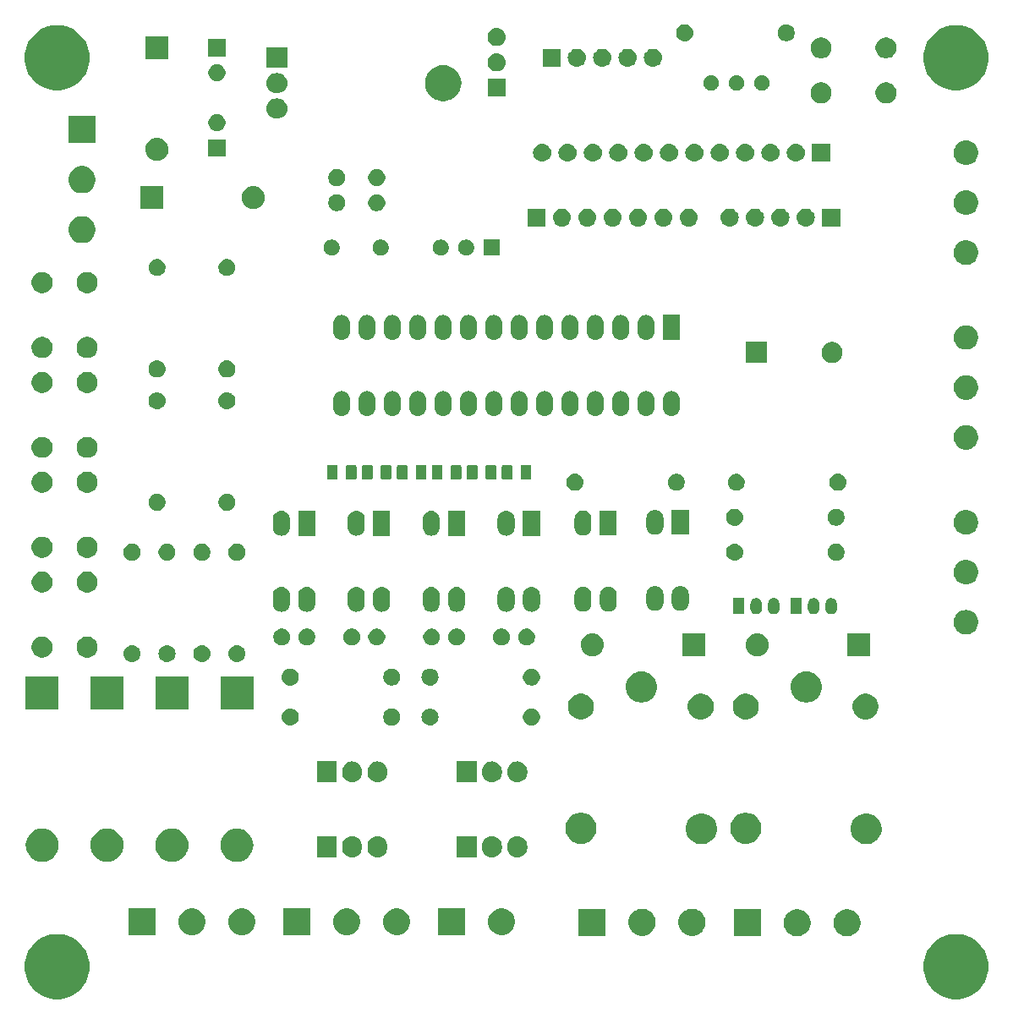
<source format=gbr>
G04 #@! TF.GenerationSoftware,KiCad,Pcbnew,(5.1.4)-1*
G04 #@! TF.CreationDate,2021-08-27T17:13:55-03:00*
G04 #@! TF.ProjectId,INYECTORES,494e5945-4354-44f5-9245-532e6b696361,rev?*
G04 #@! TF.SameCoordinates,Original*
G04 #@! TF.FileFunction,Soldermask,Top*
G04 #@! TF.FilePolarity,Negative*
%FSLAX46Y46*%
G04 Gerber Fmt 4.6, Leading zero omitted, Abs format (unit mm)*
G04 Created by KiCad (PCBNEW (5.1.4)-1) date 2021-08-27 17:13:55*
%MOMM*%
%LPD*%
G04 APERTURE LIST*
%ADD10C,0.100000*%
G04 APERTURE END LIST*
D10*
G36*
X195634239Y-142311467D02*
G01*
X195948282Y-142373934D01*
X196539926Y-142619001D01*
X197072392Y-142974784D01*
X197525216Y-143427608D01*
X197880999Y-143960074D01*
X198126066Y-144551718D01*
X198251000Y-145179804D01*
X198251000Y-145820196D01*
X198126066Y-146448282D01*
X197880999Y-147039926D01*
X197525216Y-147572392D01*
X197072392Y-148025216D01*
X196539926Y-148380999D01*
X195948282Y-148626066D01*
X195634239Y-148688533D01*
X195320197Y-148751000D01*
X194679803Y-148751000D01*
X194365761Y-148688533D01*
X194051718Y-148626066D01*
X193460074Y-148380999D01*
X192927608Y-148025216D01*
X192474784Y-147572392D01*
X192119001Y-147039926D01*
X191873934Y-146448282D01*
X191749000Y-145820196D01*
X191749000Y-145179804D01*
X191873934Y-144551718D01*
X192119001Y-143960074D01*
X192474784Y-143427608D01*
X192927608Y-142974784D01*
X193460074Y-142619001D01*
X194051718Y-142373934D01*
X194365761Y-142311467D01*
X194679803Y-142249000D01*
X195320197Y-142249000D01*
X195634239Y-142311467D01*
X195634239Y-142311467D01*
G37*
G36*
X105634239Y-142311467D02*
G01*
X105948282Y-142373934D01*
X106539926Y-142619001D01*
X107072392Y-142974784D01*
X107525216Y-143427608D01*
X107880999Y-143960074D01*
X108126066Y-144551718D01*
X108251000Y-145179804D01*
X108251000Y-145820196D01*
X108126066Y-146448282D01*
X107880999Y-147039926D01*
X107525216Y-147572392D01*
X107072392Y-148025216D01*
X106539926Y-148380999D01*
X105948282Y-148626066D01*
X105634239Y-148688533D01*
X105320197Y-148751000D01*
X104679803Y-148751000D01*
X104365761Y-148688533D01*
X104051718Y-148626066D01*
X103460074Y-148380999D01*
X102927608Y-148025216D01*
X102474784Y-147572392D01*
X102119001Y-147039926D01*
X101873934Y-146448282D01*
X101749000Y-145820196D01*
X101749000Y-145179804D01*
X101873934Y-144551718D01*
X102119001Y-143960074D01*
X102474784Y-143427608D01*
X102927608Y-142974784D01*
X103460074Y-142619001D01*
X104051718Y-142373934D01*
X104365761Y-142311467D01*
X104679803Y-142249000D01*
X105320197Y-142249000D01*
X105634239Y-142311467D01*
X105634239Y-142311467D01*
G37*
G36*
X179494072Y-139800918D02*
G01*
X179631297Y-139857758D01*
X179739939Y-139902759D01*
X179851328Y-139977187D01*
X179961211Y-140050609D01*
X180149391Y-140238789D01*
X180297242Y-140460063D01*
X180399082Y-140705928D01*
X180451000Y-140966937D01*
X180451000Y-141233063D01*
X180399082Y-141494072D01*
X180297242Y-141739937D01*
X180149391Y-141961211D01*
X179961211Y-142149391D01*
X179889597Y-142197242D01*
X179739939Y-142297241D01*
X179739938Y-142297242D01*
X179739937Y-142297242D01*
X179494072Y-142399082D01*
X179233063Y-142451000D01*
X178966937Y-142451000D01*
X178705928Y-142399082D01*
X178460063Y-142297242D01*
X178460062Y-142297242D01*
X178460061Y-142297241D01*
X178310403Y-142197242D01*
X178238789Y-142149391D01*
X178050609Y-141961211D01*
X177902758Y-141739937D01*
X177800918Y-141494072D01*
X177749000Y-141233063D01*
X177749000Y-140966937D01*
X177800918Y-140705928D01*
X177902758Y-140460063D01*
X178050609Y-140238789D01*
X178238789Y-140050609D01*
X178348672Y-139977187D01*
X178460061Y-139902759D01*
X178568704Y-139857758D01*
X178705928Y-139800918D01*
X178966937Y-139749000D01*
X179233063Y-139749000D01*
X179494072Y-139800918D01*
X179494072Y-139800918D01*
G37*
G36*
X175451000Y-142451000D02*
G01*
X172749000Y-142451000D01*
X172749000Y-139749000D01*
X175451000Y-139749000D01*
X175451000Y-142451000D01*
X175451000Y-142451000D01*
G37*
G36*
X184494072Y-139800918D02*
G01*
X184631297Y-139857758D01*
X184739939Y-139902759D01*
X184851328Y-139977187D01*
X184961211Y-140050609D01*
X185149391Y-140238789D01*
X185297242Y-140460063D01*
X185399082Y-140705928D01*
X185451000Y-140966937D01*
X185451000Y-141233063D01*
X185399082Y-141494072D01*
X185297242Y-141739937D01*
X185149391Y-141961211D01*
X184961211Y-142149391D01*
X184889597Y-142197242D01*
X184739939Y-142297241D01*
X184739938Y-142297242D01*
X184739937Y-142297242D01*
X184494072Y-142399082D01*
X184233063Y-142451000D01*
X183966937Y-142451000D01*
X183705928Y-142399082D01*
X183460063Y-142297242D01*
X183460062Y-142297242D01*
X183460061Y-142297241D01*
X183310403Y-142197242D01*
X183238789Y-142149391D01*
X183050609Y-141961211D01*
X182902758Y-141739937D01*
X182800918Y-141494072D01*
X182749000Y-141233063D01*
X182749000Y-140966937D01*
X182800918Y-140705928D01*
X182902758Y-140460063D01*
X183050609Y-140238789D01*
X183238789Y-140050609D01*
X183348672Y-139977187D01*
X183460061Y-139902759D01*
X183568704Y-139857758D01*
X183705928Y-139800918D01*
X183966937Y-139749000D01*
X184233063Y-139749000D01*
X184494072Y-139800918D01*
X184494072Y-139800918D01*
G37*
G36*
X168929293Y-139749000D02*
G01*
X168964072Y-139755918D01*
X169209939Y-139857759D01*
X169277284Y-139902758D01*
X169431211Y-140005609D01*
X169619391Y-140193789D01*
X169767242Y-140415063D01*
X169869082Y-140660928D01*
X169921000Y-140921937D01*
X169921000Y-141188063D01*
X169869082Y-141449072D01*
X169790024Y-141639937D01*
X169767241Y-141694939D01*
X169619390Y-141916212D01*
X169431212Y-142104390D01*
X169209939Y-142252241D01*
X169209938Y-142252242D01*
X169209937Y-142252242D01*
X168964072Y-142354082D01*
X168703063Y-142406000D01*
X168436937Y-142406000D01*
X168175928Y-142354082D01*
X167930063Y-142252242D01*
X167930062Y-142252242D01*
X167930061Y-142252241D01*
X167708788Y-142104390D01*
X167520610Y-141916212D01*
X167372759Y-141694939D01*
X167349977Y-141639937D01*
X167270918Y-141449072D01*
X167219000Y-141188063D01*
X167219000Y-140921937D01*
X167270918Y-140660928D01*
X167372758Y-140415063D01*
X167520609Y-140193789D01*
X167708789Y-140005609D01*
X167862716Y-139902758D01*
X167930061Y-139857759D01*
X168175928Y-139755918D01*
X168210707Y-139749000D01*
X168436937Y-139704000D01*
X168703063Y-139704000D01*
X168929293Y-139749000D01*
X168929293Y-139749000D01*
G37*
G36*
X159921000Y-142406000D02*
G01*
X157219000Y-142406000D01*
X157219000Y-139704000D01*
X159921000Y-139704000D01*
X159921000Y-142406000D01*
X159921000Y-142406000D01*
G37*
G36*
X163929293Y-139749000D02*
G01*
X163964072Y-139755918D01*
X164209939Y-139857759D01*
X164277284Y-139902758D01*
X164431211Y-140005609D01*
X164619391Y-140193789D01*
X164767242Y-140415063D01*
X164869082Y-140660928D01*
X164921000Y-140921937D01*
X164921000Y-141188063D01*
X164869082Y-141449072D01*
X164790024Y-141639937D01*
X164767241Y-141694939D01*
X164619390Y-141916212D01*
X164431212Y-142104390D01*
X164209939Y-142252241D01*
X164209938Y-142252242D01*
X164209937Y-142252242D01*
X163964072Y-142354082D01*
X163703063Y-142406000D01*
X163436937Y-142406000D01*
X163175928Y-142354082D01*
X162930063Y-142252242D01*
X162930062Y-142252242D01*
X162930061Y-142252241D01*
X162708788Y-142104390D01*
X162520610Y-141916212D01*
X162372759Y-141694939D01*
X162349977Y-141639937D01*
X162270918Y-141449072D01*
X162219000Y-141188063D01*
X162219000Y-140921937D01*
X162270918Y-140660928D01*
X162372758Y-140415063D01*
X162520609Y-140193789D01*
X162708789Y-140005609D01*
X162862716Y-139902758D01*
X162930061Y-139857759D01*
X163175928Y-139755918D01*
X163210707Y-139749000D01*
X163436937Y-139704000D01*
X163703063Y-139704000D01*
X163929293Y-139749000D01*
X163929293Y-139749000D01*
G37*
G36*
X114851000Y-142351000D02*
G01*
X112149000Y-142351000D01*
X112149000Y-139649000D01*
X114851000Y-139649000D01*
X114851000Y-142351000D01*
X114851000Y-142351000D01*
G37*
G36*
X130351000Y-142351000D02*
G01*
X127649000Y-142351000D01*
X127649000Y-139649000D01*
X130351000Y-139649000D01*
X130351000Y-142351000D01*
X130351000Y-142351000D01*
G37*
G36*
X134394072Y-139700918D02*
G01*
X134635495Y-139800918D01*
X134639939Y-139802759D01*
X134722250Y-139857758D01*
X134861211Y-139950609D01*
X135049391Y-140138789D01*
X135197242Y-140360063D01*
X135238662Y-140460061D01*
X135299082Y-140605928D01*
X135351000Y-140866938D01*
X135351000Y-141133062D01*
X135299082Y-141394072D01*
X135197241Y-141639939D01*
X135049390Y-141861212D01*
X134861212Y-142049390D01*
X134639939Y-142197241D01*
X134639938Y-142197242D01*
X134639937Y-142197242D01*
X134394072Y-142299082D01*
X134133063Y-142351000D01*
X133866937Y-142351000D01*
X133605928Y-142299082D01*
X133360063Y-142197242D01*
X133360062Y-142197242D01*
X133360061Y-142197241D01*
X133138788Y-142049390D01*
X132950610Y-141861212D01*
X132802759Y-141639939D01*
X132700918Y-141394072D01*
X132649000Y-141133062D01*
X132649000Y-140866938D01*
X132700918Y-140605928D01*
X132761338Y-140460061D01*
X132802758Y-140360063D01*
X132950609Y-140138789D01*
X133138789Y-139950609D01*
X133277750Y-139857758D01*
X133360061Y-139802759D01*
X133364506Y-139800918D01*
X133605928Y-139700918D01*
X133866937Y-139649000D01*
X134133063Y-139649000D01*
X134394072Y-139700918D01*
X134394072Y-139700918D01*
G37*
G36*
X139394072Y-139700918D02*
G01*
X139635495Y-139800918D01*
X139639939Y-139802759D01*
X139722250Y-139857758D01*
X139861211Y-139950609D01*
X140049391Y-140138789D01*
X140197242Y-140360063D01*
X140238662Y-140460061D01*
X140299082Y-140605928D01*
X140351000Y-140866938D01*
X140351000Y-141133062D01*
X140299082Y-141394072D01*
X140197241Y-141639939D01*
X140049390Y-141861212D01*
X139861212Y-142049390D01*
X139639939Y-142197241D01*
X139639938Y-142197242D01*
X139639937Y-142197242D01*
X139394072Y-142299082D01*
X139133063Y-142351000D01*
X138866937Y-142351000D01*
X138605928Y-142299082D01*
X138360063Y-142197242D01*
X138360062Y-142197242D01*
X138360061Y-142197241D01*
X138138788Y-142049390D01*
X137950610Y-141861212D01*
X137802759Y-141639939D01*
X137700918Y-141394072D01*
X137649000Y-141133062D01*
X137649000Y-140866938D01*
X137700918Y-140605928D01*
X137761338Y-140460061D01*
X137802758Y-140360063D01*
X137950609Y-140138789D01*
X138138789Y-139950609D01*
X138277750Y-139857758D01*
X138360061Y-139802759D01*
X138364506Y-139800918D01*
X138605928Y-139700918D01*
X138866937Y-139649000D01*
X139133063Y-139649000D01*
X139394072Y-139700918D01*
X139394072Y-139700918D01*
G37*
G36*
X149894072Y-139700918D02*
G01*
X150135495Y-139800918D01*
X150139939Y-139802759D01*
X150222250Y-139857758D01*
X150361211Y-139950609D01*
X150549391Y-140138789D01*
X150697242Y-140360063D01*
X150738662Y-140460061D01*
X150799082Y-140605928D01*
X150851000Y-140866938D01*
X150851000Y-141133062D01*
X150799082Y-141394072D01*
X150697241Y-141639939D01*
X150549390Y-141861212D01*
X150361212Y-142049390D01*
X150139939Y-142197241D01*
X150139938Y-142197242D01*
X150139937Y-142197242D01*
X149894072Y-142299082D01*
X149633063Y-142351000D01*
X149366937Y-142351000D01*
X149105928Y-142299082D01*
X148860063Y-142197242D01*
X148860062Y-142197242D01*
X148860061Y-142197241D01*
X148638788Y-142049390D01*
X148450610Y-141861212D01*
X148302759Y-141639939D01*
X148200918Y-141394072D01*
X148149000Y-141133062D01*
X148149000Y-140866938D01*
X148200918Y-140605928D01*
X148261338Y-140460061D01*
X148302758Y-140360063D01*
X148450609Y-140138789D01*
X148638789Y-139950609D01*
X148777750Y-139857758D01*
X148860061Y-139802759D01*
X148864506Y-139800918D01*
X149105928Y-139700918D01*
X149366937Y-139649000D01*
X149633063Y-139649000D01*
X149894072Y-139700918D01*
X149894072Y-139700918D01*
G37*
G36*
X145851000Y-142351000D02*
G01*
X143149000Y-142351000D01*
X143149000Y-139649000D01*
X145851000Y-139649000D01*
X145851000Y-142351000D01*
X145851000Y-142351000D01*
G37*
G36*
X118894072Y-139700918D02*
G01*
X119135495Y-139800918D01*
X119139939Y-139802759D01*
X119222250Y-139857758D01*
X119361211Y-139950609D01*
X119549391Y-140138789D01*
X119697242Y-140360063D01*
X119738662Y-140460061D01*
X119799082Y-140605928D01*
X119851000Y-140866938D01*
X119851000Y-141133062D01*
X119799082Y-141394072D01*
X119697241Y-141639939D01*
X119549390Y-141861212D01*
X119361212Y-142049390D01*
X119139939Y-142197241D01*
X119139938Y-142197242D01*
X119139937Y-142197242D01*
X118894072Y-142299082D01*
X118633063Y-142351000D01*
X118366937Y-142351000D01*
X118105928Y-142299082D01*
X117860063Y-142197242D01*
X117860062Y-142197242D01*
X117860061Y-142197241D01*
X117638788Y-142049390D01*
X117450610Y-141861212D01*
X117302759Y-141639939D01*
X117200918Y-141394072D01*
X117149000Y-141133062D01*
X117149000Y-140866938D01*
X117200918Y-140605928D01*
X117261338Y-140460061D01*
X117302758Y-140360063D01*
X117450609Y-140138789D01*
X117638789Y-139950609D01*
X117777750Y-139857758D01*
X117860061Y-139802759D01*
X117864506Y-139800918D01*
X118105928Y-139700918D01*
X118366937Y-139649000D01*
X118633063Y-139649000D01*
X118894072Y-139700918D01*
X118894072Y-139700918D01*
G37*
G36*
X123894072Y-139700918D02*
G01*
X124135495Y-139800918D01*
X124139939Y-139802759D01*
X124222250Y-139857758D01*
X124361211Y-139950609D01*
X124549391Y-140138789D01*
X124697242Y-140360063D01*
X124738662Y-140460061D01*
X124799082Y-140605928D01*
X124851000Y-140866938D01*
X124851000Y-141133062D01*
X124799082Y-141394072D01*
X124697241Y-141639939D01*
X124549390Y-141861212D01*
X124361212Y-142049390D01*
X124139939Y-142197241D01*
X124139938Y-142197242D01*
X124139937Y-142197242D01*
X123894072Y-142299082D01*
X123633063Y-142351000D01*
X123366937Y-142351000D01*
X123105928Y-142299082D01*
X122860063Y-142197242D01*
X122860062Y-142197242D01*
X122860061Y-142197241D01*
X122638788Y-142049390D01*
X122450610Y-141861212D01*
X122302759Y-141639939D01*
X122200918Y-141394072D01*
X122149000Y-141133062D01*
X122149000Y-140866938D01*
X122200918Y-140605928D01*
X122261338Y-140460061D01*
X122302758Y-140360063D01*
X122450609Y-140138789D01*
X122638789Y-139950609D01*
X122777750Y-139857758D01*
X122860061Y-139802759D01*
X122864506Y-139800918D01*
X123105928Y-139700918D01*
X123366937Y-139649000D01*
X123633063Y-139649000D01*
X123894072Y-139700918D01*
X123894072Y-139700918D01*
G37*
G36*
X123323651Y-131712888D02*
G01*
X123576938Y-131789722D01*
X123601902Y-131797295D01*
X123634870Y-131807296D01*
X123921680Y-131960599D01*
X123921683Y-131960601D01*
X123921684Y-131960602D01*
X124173082Y-132166918D01*
X124379398Y-132418316D01*
X124379401Y-132418320D01*
X124532704Y-132705130D01*
X124627112Y-133016349D01*
X124658988Y-133340000D01*
X124627112Y-133663651D01*
X124627111Y-133663653D01*
X124535738Y-133964870D01*
X124532704Y-133974870D01*
X124379401Y-134261680D01*
X124379399Y-134261683D01*
X124379398Y-134261684D01*
X124173082Y-134513082D01*
X123933869Y-134709398D01*
X123921680Y-134719401D01*
X123634870Y-134872704D01*
X123323651Y-134967112D01*
X123081107Y-134991000D01*
X122918893Y-134991000D01*
X122676349Y-134967112D01*
X122365130Y-134872704D01*
X122078320Y-134719401D01*
X122066131Y-134709398D01*
X121826918Y-134513082D01*
X121620602Y-134261684D01*
X121620601Y-134261683D01*
X121620599Y-134261680D01*
X121467296Y-133974870D01*
X121464263Y-133964870D01*
X121372889Y-133663653D01*
X121372888Y-133663651D01*
X121341012Y-133340000D01*
X121372888Y-133016349D01*
X121467296Y-132705130D01*
X121620599Y-132418320D01*
X121620602Y-132418316D01*
X121826918Y-132166918D01*
X122078316Y-131960602D01*
X122078317Y-131960601D01*
X122078320Y-131960599D01*
X122365130Y-131807296D01*
X122398099Y-131797295D01*
X122423062Y-131789722D01*
X122676349Y-131712888D01*
X122918893Y-131689000D01*
X123081107Y-131689000D01*
X123323651Y-131712888D01*
X123323651Y-131712888D01*
G37*
G36*
X103823651Y-131702888D02*
G01*
X104134870Y-131797296D01*
X104421680Y-131950599D01*
X104421683Y-131950601D01*
X104421684Y-131950602D01*
X104673082Y-132156918D01*
X104879398Y-132408316D01*
X104879401Y-132408320D01*
X105032704Y-132695130D01*
X105032705Y-132695133D01*
X105035738Y-132705133D01*
X105127112Y-133006349D01*
X105158988Y-133330000D01*
X105127112Y-133653651D01*
X105099638Y-133744219D01*
X105042257Y-133933380D01*
X105032704Y-133964870D01*
X104879401Y-134251680D01*
X104879399Y-134251683D01*
X104879398Y-134251684D01*
X104673082Y-134503082D01*
X104421684Y-134709398D01*
X104421680Y-134709401D01*
X104134870Y-134862704D01*
X104134867Y-134862705D01*
X104076938Y-134880278D01*
X103823651Y-134957112D01*
X103581107Y-134981000D01*
X103418893Y-134981000D01*
X103176349Y-134957112D01*
X102923062Y-134880278D01*
X102865133Y-134862705D01*
X102865130Y-134862704D01*
X102578320Y-134709401D01*
X102578316Y-134709398D01*
X102326918Y-134503082D01*
X102120602Y-134251684D01*
X102120601Y-134251683D01*
X102120599Y-134251680D01*
X101967296Y-133964870D01*
X101957744Y-133933380D01*
X101900362Y-133744219D01*
X101872888Y-133653651D01*
X101841012Y-133330000D01*
X101872888Y-133006349D01*
X101964262Y-132705133D01*
X101967295Y-132695133D01*
X101967296Y-132695130D01*
X102120599Y-132408320D01*
X102120602Y-132408316D01*
X102326918Y-132156918D01*
X102578316Y-131950602D01*
X102578317Y-131950601D01*
X102578320Y-131950599D01*
X102865130Y-131797296D01*
X103176349Y-131702888D01*
X103418893Y-131679000D01*
X103581107Y-131679000D01*
X103823651Y-131702888D01*
X103823651Y-131702888D01*
G37*
G36*
X110323651Y-131702888D02*
G01*
X110634870Y-131797296D01*
X110921680Y-131950599D01*
X110921683Y-131950601D01*
X110921684Y-131950602D01*
X111173082Y-132156918D01*
X111379398Y-132408316D01*
X111379401Y-132408320D01*
X111532704Y-132695130D01*
X111532705Y-132695133D01*
X111535738Y-132705133D01*
X111627112Y-133006349D01*
X111658988Y-133330000D01*
X111627112Y-133653651D01*
X111599638Y-133744219D01*
X111542257Y-133933380D01*
X111532704Y-133964870D01*
X111379401Y-134251680D01*
X111379399Y-134251683D01*
X111379398Y-134251684D01*
X111173082Y-134503082D01*
X110921684Y-134709398D01*
X110921680Y-134709401D01*
X110634870Y-134862704D01*
X110634867Y-134862705D01*
X110576938Y-134880278D01*
X110323651Y-134957112D01*
X110081107Y-134981000D01*
X109918893Y-134981000D01*
X109676349Y-134957112D01*
X109423062Y-134880278D01*
X109365133Y-134862705D01*
X109365130Y-134862704D01*
X109078320Y-134709401D01*
X109078316Y-134709398D01*
X108826918Y-134503082D01*
X108620602Y-134251684D01*
X108620601Y-134251683D01*
X108620599Y-134251680D01*
X108467296Y-133964870D01*
X108457744Y-133933380D01*
X108400362Y-133744219D01*
X108372888Y-133653651D01*
X108341012Y-133330000D01*
X108372888Y-133006349D01*
X108464262Y-132705133D01*
X108467295Y-132695133D01*
X108467296Y-132695130D01*
X108620599Y-132408320D01*
X108620602Y-132408316D01*
X108826918Y-132156918D01*
X109078316Y-131950602D01*
X109078317Y-131950601D01*
X109078320Y-131950599D01*
X109365130Y-131797296D01*
X109676349Y-131702888D01*
X109918893Y-131679000D01*
X110081107Y-131679000D01*
X110323651Y-131702888D01*
X110323651Y-131702888D01*
G37*
G36*
X116823651Y-131702888D02*
G01*
X117134870Y-131797296D01*
X117421680Y-131950599D01*
X117421683Y-131950601D01*
X117421684Y-131950602D01*
X117673082Y-132156918D01*
X117879398Y-132408316D01*
X117879401Y-132408320D01*
X118032704Y-132695130D01*
X118032705Y-132695133D01*
X118035738Y-132705133D01*
X118127112Y-133006349D01*
X118158988Y-133330000D01*
X118127112Y-133653651D01*
X118099638Y-133744219D01*
X118042257Y-133933380D01*
X118032704Y-133964870D01*
X117879401Y-134251680D01*
X117879399Y-134251683D01*
X117879398Y-134251684D01*
X117673082Y-134503082D01*
X117421684Y-134709398D01*
X117421680Y-134709401D01*
X117134870Y-134862704D01*
X117134867Y-134862705D01*
X117076938Y-134880278D01*
X116823651Y-134957112D01*
X116581107Y-134981000D01*
X116418893Y-134981000D01*
X116176349Y-134957112D01*
X115923062Y-134880278D01*
X115865133Y-134862705D01*
X115865130Y-134862704D01*
X115578320Y-134709401D01*
X115578316Y-134709398D01*
X115326918Y-134503082D01*
X115120602Y-134251684D01*
X115120601Y-134251683D01*
X115120599Y-134251680D01*
X114967296Y-133964870D01*
X114957744Y-133933380D01*
X114900362Y-133744219D01*
X114872888Y-133653651D01*
X114841012Y-133330000D01*
X114872888Y-133006349D01*
X114964262Y-132705133D01*
X114967295Y-132695133D01*
X114967296Y-132695130D01*
X115120599Y-132408320D01*
X115120602Y-132408316D01*
X115326918Y-132156918D01*
X115578316Y-131950602D01*
X115578317Y-131950601D01*
X115578320Y-131950599D01*
X115865130Y-131797296D01*
X116176349Y-131702888D01*
X116418893Y-131679000D01*
X116581107Y-131679000D01*
X116823651Y-131702888D01*
X116823651Y-131702888D01*
G37*
G36*
X151276719Y-132463520D02*
G01*
X151465880Y-132520901D01*
X151465883Y-132520902D01*
X151558333Y-132570318D01*
X151640212Y-132614083D01*
X151793015Y-132739485D01*
X151918417Y-132892288D01*
X152011599Y-133066619D01*
X152068980Y-133255780D01*
X152083500Y-133403206D01*
X152083500Y-133596793D01*
X152068980Y-133744219D01*
X152011599Y-133933380D01*
X152011598Y-133933383D01*
X151962182Y-134025833D01*
X151918417Y-134107712D01*
X151793015Y-134260515D01*
X151640212Y-134385917D01*
X151465881Y-134479099D01*
X151276720Y-134536480D01*
X151080000Y-134555855D01*
X150883281Y-134536480D01*
X150694120Y-134479099D01*
X150519788Y-134385917D01*
X150366985Y-134260515D01*
X150241583Y-134107712D01*
X150148401Y-133933381D01*
X150091020Y-133744220D01*
X150076500Y-133596794D01*
X150076500Y-133403207D01*
X150091020Y-133255781D01*
X150148401Y-133066620D01*
X150148402Y-133066617D01*
X150234927Y-132904741D01*
X150241583Y-132892288D01*
X150366985Y-132739485D01*
X150519788Y-132614083D01*
X150694119Y-132520901D01*
X150883280Y-132463520D01*
X151080000Y-132444145D01*
X151276719Y-132463520D01*
X151276719Y-132463520D01*
G37*
G36*
X134736719Y-132463520D02*
G01*
X134925880Y-132520901D01*
X134925883Y-132520902D01*
X135018333Y-132570318D01*
X135100212Y-132614083D01*
X135253015Y-132739485D01*
X135378417Y-132892288D01*
X135471599Y-133066619D01*
X135528980Y-133255780D01*
X135543500Y-133403206D01*
X135543500Y-133596793D01*
X135528980Y-133744219D01*
X135471599Y-133933380D01*
X135471598Y-133933383D01*
X135422182Y-134025833D01*
X135378417Y-134107712D01*
X135253015Y-134260515D01*
X135100212Y-134385917D01*
X134925881Y-134479099D01*
X134736720Y-134536480D01*
X134540000Y-134555855D01*
X134343281Y-134536480D01*
X134154120Y-134479099D01*
X133979788Y-134385917D01*
X133826985Y-134260515D01*
X133701583Y-134107712D01*
X133608401Y-133933381D01*
X133551020Y-133744220D01*
X133536500Y-133596794D01*
X133536500Y-133403207D01*
X133551020Y-133255781D01*
X133608401Y-133066620D01*
X133608402Y-133066617D01*
X133694927Y-132904741D01*
X133701583Y-132892288D01*
X133826985Y-132739485D01*
X133979788Y-132614083D01*
X134154119Y-132520901D01*
X134343280Y-132463520D01*
X134540000Y-132444145D01*
X134736719Y-132463520D01*
X134736719Y-132463520D01*
G37*
G36*
X137276719Y-132463520D02*
G01*
X137465880Y-132520901D01*
X137465883Y-132520902D01*
X137558333Y-132570318D01*
X137640212Y-132614083D01*
X137793015Y-132739485D01*
X137918417Y-132892288D01*
X138011599Y-133066619D01*
X138068980Y-133255780D01*
X138083500Y-133403206D01*
X138083500Y-133596793D01*
X138068980Y-133744219D01*
X138011599Y-133933380D01*
X138011598Y-133933383D01*
X137962182Y-134025833D01*
X137918417Y-134107712D01*
X137793015Y-134260515D01*
X137640212Y-134385917D01*
X137465881Y-134479099D01*
X137276720Y-134536480D01*
X137080000Y-134555855D01*
X136883281Y-134536480D01*
X136694120Y-134479099D01*
X136519788Y-134385917D01*
X136366985Y-134260515D01*
X136241583Y-134107712D01*
X136148401Y-133933381D01*
X136091020Y-133744220D01*
X136076500Y-133596794D01*
X136076500Y-133403207D01*
X136091020Y-133255781D01*
X136148401Y-133066620D01*
X136148402Y-133066617D01*
X136234927Y-132904741D01*
X136241583Y-132892288D01*
X136366985Y-132739485D01*
X136519788Y-132614083D01*
X136694119Y-132520901D01*
X136883280Y-132463520D01*
X137080000Y-132444145D01*
X137276719Y-132463520D01*
X137276719Y-132463520D01*
G37*
G36*
X148736719Y-132463520D02*
G01*
X148925880Y-132520901D01*
X148925883Y-132520902D01*
X149018333Y-132570318D01*
X149100212Y-132614083D01*
X149253015Y-132739485D01*
X149378417Y-132892288D01*
X149471599Y-133066619D01*
X149528980Y-133255780D01*
X149543500Y-133403206D01*
X149543500Y-133596793D01*
X149528980Y-133744219D01*
X149471599Y-133933380D01*
X149471598Y-133933383D01*
X149422182Y-134025833D01*
X149378417Y-134107712D01*
X149253015Y-134260515D01*
X149100212Y-134385917D01*
X148925881Y-134479099D01*
X148736720Y-134536480D01*
X148540000Y-134555855D01*
X148343281Y-134536480D01*
X148154120Y-134479099D01*
X147979788Y-134385917D01*
X147826985Y-134260515D01*
X147701583Y-134107712D01*
X147608401Y-133933381D01*
X147551020Y-133744220D01*
X147536500Y-133596794D01*
X147536500Y-133403207D01*
X147551020Y-133255781D01*
X147608401Y-133066620D01*
X147608402Y-133066617D01*
X147694927Y-132904741D01*
X147701583Y-132892288D01*
X147826985Y-132739485D01*
X147979788Y-132614083D01*
X148154119Y-132520901D01*
X148343280Y-132463520D01*
X148540000Y-132444145D01*
X148736719Y-132463520D01*
X148736719Y-132463520D01*
G37*
G36*
X133003500Y-134551000D02*
G01*
X130996500Y-134551000D01*
X130996500Y-132449000D01*
X133003500Y-132449000D01*
X133003500Y-134551000D01*
X133003500Y-134551000D01*
G37*
G36*
X147003500Y-134551000D02*
G01*
X144996500Y-134551000D01*
X144996500Y-132449000D01*
X147003500Y-132449000D01*
X147003500Y-134551000D01*
X147003500Y-134551000D01*
G37*
G36*
X169701043Y-130158604D02*
G01*
X169952410Y-130208604D01*
X170234674Y-130325521D01*
X170488705Y-130495259D01*
X170704741Y-130711295D01*
X170874479Y-130965326D01*
X170991396Y-131247590D01*
X170991396Y-131247591D01*
X171041055Y-131497240D01*
X171051000Y-131547240D01*
X171051000Y-131852760D01*
X170991396Y-132152410D01*
X170874479Y-132434674D01*
X170704741Y-132688705D01*
X170488705Y-132904741D01*
X170234674Y-133074479D01*
X169952410Y-133191396D01*
X169904127Y-133201000D01*
X169652761Y-133251000D01*
X169347239Y-133251000D01*
X169095873Y-133201000D01*
X169047590Y-133191396D01*
X168765326Y-133074479D01*
X168511295Y-132904741D01*
X168295259Y-132688705D01*
X168125521Y-132434674D01*
X168008604Y-132152410D01*
X167949000Y-131852760D01*
X167949000Y-131547240D01*
X167958946Y-131497240D01*
X168008604Y-131247591D01*
X168008604Y-131247590D01*
X168125521Y-130965326D01*
X168295259Y-130711295D01*
X168511295Y-130495259D01*
X168765326Y-130325521D01*
X169047590Y-130208604D01*
X169298957Y-130158604D01*
X169347239Y-130149000D01*
X169652761Y-130149000D01*
X169701043Y-130158604D01*
X169701043Y-130158604D01*
G37*
G36*
X186201043Y-130158604D02*
G01*
X186452410Y-130208604D01*
X186734674Y-130325521D01*
X186988705Y-130495259D01*
X187204741Y-130711295D01*
X187374479Y-130965326D01*
X187491396Y-131247590D01*
X187491396Y-131247591D01*
X187541055Y-131497240D01*
X187551000Y-131547240D01*
X187551000Y-131852760D01*
X187491396Y-132152410D01*
X187374479Y-132434674D01*
X187204741Y-132688705D01*
X186988705Y-132904741D01*
X186734674Y-133074479D01*
X186452410Y-133191396D01*
X186404127Y-133201000D01*
X186152761Y-133251000D01*
X185847239Y-133251000D01*
X185595873Y-133201000D01*
X185547590Y-133191396D01*
X185265326Y-133074479D01*
X185011295Y-132904741D01*
X184795259Y-132688705D01*
X184625521Y-132434674D01*
X184508604Y-132152410D01*
X184449000Y-131852760D01*
X184449000Y-131547240D01*
X184458946Y-131497240D01*
X184508604Y-131247591D01*
X184508604Y-131247590D01*
X184625521Y-130965326D01*
X184795259Y-130711295D01*
X185011295Y-130495259D01*
X185265326Y-130325521D01*
X185547590Y-130208604D01*
X185798957Y-130158604D01*
X185847239Y-130149000D01*
X186152761Y-130149000D01*
X186201043Y-130158604D01*
X186201043Y-130158604D01*
G37*
G36*
X157752585Y-130128802D02*
G01*
X157902410Y-130158604D01*
X158184674Y-130275521D01*
X158438705Y-130445259D01*
X158654741Y-130661295D01*
X158824479Y-130915326D01*
X158941396Y-131197590D01*
X158951342Y-131247591D01*
X159001000Y-131497239D01*
X159001000Y-131802761D01*
X158991054Y-131852761D01*
X158941396Y-132102410D01*
X158824479Y-132384674D01*
X158654741Y-132638705D01*
X158438705Y-132854741D01*
X158184674Y-133024479D01*
X157902410Y-133141396D01*
X157752585Y-133171198D01*
X157602761Y-133201000D01*
X157297239Y-133201000D01*
X157147415Y-133171198D01*
X156997590Y-133141396D01*
X156715326Y-133024479D01*
X156461295Y-132854741D01*
X156245259Y-132638705D01*
X156075521Y-132384674D01*
X155958604Y-132102410D01*
X155908946Y-131852761D01*
X155899000Y-131802761D01*
X155899000Y-131497239D01*
X155948658Y-131247591D01*
X155958604Y-131197590D01*
X156075521Y-130915326D01*
X156245259Y-130661295D01*
X156461295Y-130445259D01*
X156715326Y-130275521D01*
X156997590Y-130158604D01*
X157147415Y-130128802D01*
X157297239Y-130099000D01*
X157602761Y-130099000D01*
X157752585Y-130128802D01*
X157752585Y-130128802D01*
G37*
G36*
X174252585Y-130128802D02*
G01*
X174402410Y-130158604D01*
X174684674Y-130275521D01*
X174938705Y-130445259D01*
X175154741Y-130661295D01*
X175324479Y-130915326D01*
X175441396Y-131197590D01*
X175451342Y-131247591D01*
X175501000Y-131497239D01*
X175501000Y-131802761D01*
X175491054Y-131852761D01*
X175441396Y-132102410D01*
X175324479Y-132384674D01*
X175154741Y-132638705D01*
X174938705Y-132854741D01*
X174684674Y-133024479D01*
X174402410Y-133141396D01*
X174252585Y-133171198D01*
X174102761Y-133201000D01*
X173797239Y-133201000D01*
X173647415Y-133171198D01*
X173497590Y-133141396D01*
X173215326Y-133024479D01*
X172961295Y-132854741D01*
X172745259Y-132638705D01*
X172575521Y-132384674D01*
X172458604Y-132102410D01*
X172408946Y-131852761D01*
X172399000Y-131802761D01*
X172399000Y-131497239D01*
X172448658Y-131247591D01*
X172458604Y-131197590D01*
X172575521Y-130915326D01*
X172745259Y-130661295D01*
X172961295Y-130445259D01*
X173215326Y-130275521D01*
X173497590Y-130158604D01*
X173647415Y-130128802D01*
X173797239Y-130099000D01*
X174102761Y-130099000D01*
X174252585Y-130128802D01*
X174252585Y-130128802D01*
G37*
G36*
X134736719Y-124963520D02*
G01*
X134925880Y-125020901D01*
X134925883Y-125020902D01*
X135018333Y-125070318D01*
X135100212Y-125114083D01*
X135253015Y-125239485D01*
X135378417Y-125392288D01*
X135471599Y-125566619D01*
X135528980Y-125755780D01*
X135543500Y-125903206D01*
X135543500Y-126096793D01*
X135528980Y-126244219D01*
X135471599Y-126433380D01*
X135471598Y-126433383D01*
X135422182Y-126525833D01*
X135378417Y-126607712D01*
X135253015Y-126760515D01*
X135100212Y-126885917D01*
X134925881Y-126979099D01*
X134736720Y-127036480D01*
X134540000Y-127055855D01*
X134343281Y-127036480D01*
X134154120Y-126979099D01*
X133979788Y-126885917D01*
X133826985Y-126760515D01*
X133701583Y-126607712D01*
X133608401Y-126433381D01*
X133551020Y-126244220D01*
X133536500Y-126096794D01*
X133536500Y-125903207D01*
X133551020Y-125755781D01*
X133608401Y-125566620D01*
X133608402Y-125566617D01*
X133657818Y-125474167D01*
X133701583Y-125392288D01*
X133826985Y-125239485D01*
X133979788Y-125114083D01*
X134154119Y-125020901D01*
X134343280Y-124963520D01*
X134540000Y-124944145D01*
X134736719Y-124963520D01*
X134736719Y-124963520D01*
G37*
G36*
X137276719Y-124963520D02*
G01*
X137465880Y-125020901D01*
X137465883Y-125020902D01*
X137558333Y-125070318D01*
X137640212Y-125114083D01*
X137793015Y-125239485D01*
X137918417Y-125392288D01*
X138011599Y-125566619D01*
X138068980Y-125755780D01*
X138083500Y-125903206D01*
X138083500Y-126096793D01*
X138068980Y-126244219D01*
X138011599Y-126433380D01*
X138011598Y-126433383D01*
X137962182Y-126525833D01*
X137918417Y-126607712D01*
X137793015Y-126760515D01*
X137640212Y-126885917D01*
X137465881Y-126979099D01*
X137276720Y-127036480D01*
X137080000Y-127055855D01*
X136883281Y-127036480D01*
X136694120Y-126979099D01*
X136519788Y-126885917D01*
X136366985Y-126760515D01*
X136241583Y-126607712D01*
X136148401Y-126433381D01*
X136091020Y-126244220D01*
X136076500Y-126096794D01*
X136076500Y-125903207D01*
X136091020Y-125755781D01*
X136148401Y-125566620D01*
X136148402Y-125566617D01*
X136197818Y-125474167D01*
X136241583Y-125392288D01*
X136366985Y-125239485D01*
X136519788Y-125114083D01*
X136694119Y-125020901D01*
X136883280Y-124963520D01*
X137080000Y-124944145D01*
X137276719Y-124963520D01*
X137276719Y-124963520D01*
G37*
G36*
X151276719Y-124963520D02*
G01*
X151465880Y-125020901D01*
X151465883Y-125020902D01*
X151558333Y-125070318D01*
X151640212Y-125114083D01*
X151793015Y-125239485D01*
X151918417Y-125392288D01*
X152011599Y-125566619D01*
X152068980Y-125755780D01*
X152083500Y-125903206D01*
X152083500Y-126096793D01*
X152068980Y-126244219D01*
X152011599Y-126433380D01*
X152011598Y-126433383D01*
X151962182Y-126525833D01*
X151918417Y-126607712D01*
X151793015Y-126760515D01*
X151640212Y-126885917D01*
X151465881Y-126979099D01*
X151276720Y-127036480D01*
X151080000Y-127055855D01*
X150883281Y-127036480D01*
X150694120Y-126979099D01*
X150519788Y-126885917D01*
X150366985Y-126760515D01*
X150241583Y-126607712D01*
X150148401Y-126433381D01*
X150091020Y-126244220D01*
X150076500Y-126096794D01*
X150076500Y-125903207D01*
X150091020Y-125755781D01*
X150148401Y-125566620D01*
X150148402Y-125566617D01*
X150197818Y-125474167D01*
X150241583Y-125392288D01*
X150366985Y-125239485D01*
X150519788Y-125114083D01*
X150694119Y-125020901D01*
X150883280Y-124963520D01*
X151080000Y-124944145D01*
X151276719Y-124963520D01*
X151276719Y-124963520D01*
G37*
G36*
X148736719Y-124963520D02*
G01*
X148925880Y-125020901D01*
X148925883Y-125020902D01*
X149018333Y-125070318D01*
X149100212Y-125114083D01*
X149253015Y-125239485D01*
X149378417Y-125392288D01*
X149471599Y-125566619D01*
X149528980Y-125755780D01*
X149543500Y-125903206D01*
X149543500Y-126096793D01*
X149528980Y-126244219D01*
X149471599Y-126433380D01*
X149471598Y-126433383D01*
X149422182Y-126525833D01*
X149378417Y-126607712D01*
X149253015Y-126760515D01*
X149100212Y-126885917D01*
X148925881Y-126979099D01*
X148736720Y-127036480D01*
X148540000Y-127055855D01*
X148343281Y-127036480D01*
X148154120Y-126979099D01*
X147979788Y-126885917D01*
X147826985Y-126760515D01*
X147701583Y-126607712D01*
X147608401Y-126433381D01*
X147551020Y-126244220D01*
X147536500Y-126096794D01*
X147536500Y-125903207D01*
X147551020Y-125755781D01*
X147608401Y-125566620D01*
X147608402Y-125566617D01*
X147657818Y-125474167D01*
X147701583Y-125392288D01*
X147826985Y-125239485D01*
X147979788Y-125114083D01*
X148154119Y-125020901D01*
X148343280Y-124963520D01*
X148540000Y-124944145D01*
X148736719Y-124963520D01*
X148736719Y-124963520D01*
G37*
G36*
X147003500Y-127051000D02*
G01*
X144996500Y-127051000D01*
X144996500Y-124949000D01*
X147003500Y-124949000D01*
X147003500Y-127051000D01*
X147003500Y-127051000D01*
G37*
G36*
X133003500Y-127051000D02*
G01*
X130996500Y-127051000D01*
X130996500Y-124949000D01*
X133003500Y-124949000D01*
X133003500Y-127051000D01*
X133003500Y-127051000D01*
G37*
G36*
X152748228Y-119681703D02*
G01*
X152903100Y-119745853D01*
X153042481Y-119838985D01*
X153161015Y-119957519D01*
X153254147Y-120096900D01*
X153318297Y-120251772D01*
X153351000Y-120416184D01*
X153351000Y-120583816D01*
X153318297Y-120748228D01*
X153254147Y-120903100D01*
X153161015Y-121042481D01*
X153042481Y-121161015D01*
X152903100Y-121254147D01*
X152748228Y-121318297D01*
X152583816Y-121351000D01*
X152416184Y-121351000D01*
X152251772Y-121318297D01*
X152096900Y-121254147D01*
X151957519Y-121161015D01*
X151838985Y-121042481D01*
X151745853Y-120903100D01*
X151681703Y-120748228D01*
X151649000Y-120583816D01*
X151649000Y-120416184D01*
X151681703Y-120251772D01*
X151745853Y-120096900D01*
X151838985Y-119957519D01*
X151957519Y-119838985D01*
X152096900Y-119745853D01*
X152251772Y-119681703D01*
X152416184Y-119649000D01*
X152583816Y-119649000D01*
X152748228Y-119681703D01*
X152748228Y-119681703D01*
G37*
G36*
X128506823Y-119661313D02*
G01*
X128667242Y-119709976D01*
X128734361Y-119745852D01*
X128815078Y-119788996D01*
X128944659Y-119895341D01*
X129051004Y-120024922D01*
X129051005Y-120024924D01*
X129130024Y-120172758D01*
X129178687Y-120333177D01*
X129195117Y-120500000D01*
X129178687Y-120666823D01*
X129130024Y-120827242D01*
X129089477Y-120903100D01*
X129051004Y-120975078D01*
X128944659Y-121104659D01*
X128815078Y-121211004D01*
X128815076Y-121211005D01*
X128667242Y-121290024D01*
X128506823Y-121338687D01*
X128381804Y-121351000D01*
X128298196Y-121351000D01*
X128173177Y-121338687D01*
X128012758Y-121290024D01*
X127864924Y-121211005D01*
X127864922Y-121211004D01*
X127735341Y-121104659D01*
X127628996Y-120975078D01*
X127590523Y-120903100D01*
X127549976Y-120827242D01*
X127501313Y-120666823D01*
X127484883Y-120500000D01*
X127501313Y-120333177D01*
X127549976Y-120172758D01*
X127628995Y-120024924D01*
X127628996Y-120024922D01*
X127735341Y-119895341D01*
X127864922Y-119788996D01*
X127945639Y-119745852D01*
X128012758Y-119709976D01*
X128173177Y-119661313D01*
X128298196Y-119649000D01*
X128381804Y-119649000D01*
X128506823Y-119661313D01*
X128506823Y-119661313D01*
G37*
G36*
X138748228Y-119681703D02*
G01*
X138903100Y-119745853D01*
X139042481Y-119838985D01*
X139161015Y-119957519D01*
X139254147Y-120096900D01*
X139318297Y-120251772D01*
X139351000Y-120416184D01*
X139351000Y-120583816D01*
X139318297Y-120748228D01*
X139254147Y-120903100D01*
X139161015Y-121042481D01*
X139042481Y-121161015D01*
X138903100Y-121254147D01*
X138748228Y-121318297D01*
X138583816Y-121351000D01*
X138416184Y-121351000D01*
X138251772Y-121318297D01*
X138096900Y-121254147D01*
X137957519Y-121161015D01*
X137838985Y-121042481D01*
X137745853Y-120903100D01*
X137681703Y-120748228D01*
X137649000Y-120583816D01*
X137649000Y-120416184D01*
X137681703Y-120251772D01*
X137745853Y-120096900D01*
X137838985Y-119957519D01*
X137957519Y-119838985D01*
X138096900Y-119745853D01*
X138251772Y-119681703D01*
X138416184Y-119649000D01*
X138583816Y-119649000D01*
X138748228Y-119681703D01*
X138748228Y-119681703D01*
G37*
G36*
X142506823Y-119661313D02*
G01*
X142667242Y-119709976D01*
X142734361Y-119745852D01*
X142815078Y-119788996D01*
X142944659Y-119895341D01*
X143051004Y-120024922D01*
X143051005Y-120024924D01*
X143130024Y-120172758D01*
X143178687Y-120333177D01*
X143195117Y-120500000D01*
X143178687Y-120666823D01*
X143130024Y-120827242D01*
X143089477Y-120903100D01*
X143051004Y-120975078D01*
X142944659Y-121104659D01*
X142815078Y-121211004D01*
X142815076Y-121211005D01*
X142667242Y-121290024D01*
X142506823Y-121338687D01*
X142381804Y-121351000D01*
X142298196Y-121351000D01*
X142173177Y-121338687D01*
X142012758Y-121290024D01*
X141864924Y-121211005D01*
X141864922Y-121211004D01*
X141735341Y-121104659D01*
X141628996Y-120975078D01*
X141590523Y-120903100D01*
X141549976Y-120827242D01*
X141501313Y-120666823D01*
X141484883Y-120500000D01*
X141501313Y-120333177D01*
X141549976Y-120172758D01*
X141628995Y-120024924D01*
X141628996Y-120024922D01*
X141735341Y-119895341D01*
X141864922Y-119788996D01*
X141945639Y-119745852D01*
X142012758Y-119709976D01*
X142173177Y-119661313D01*
X142298196Y-119649000D01*
X142381804Y-119649000D01*
X142506823Y-119661313D01*
X142506823Y-119661313D01*
G37*
G36*
X169829487Y-118198996D02*
G01*
X170066253Y-118297068D01*
X170066255Y-118297069D01*
X170279339Y-118439447D01*
X170460553Y-118620661D01*
X170602932Y-118833747D01*
X170701004Y-119070513D01*
X170751000Y-119321861D01*
X170751000Y-119578139D01*
X170701004Y-119829487D01*
X170620052Y-120024922D01*
X170602931Y-120066255D01*
X170460553Y-120279339D01*
X170279339Y-120460553D01*
X170066255Y-120602931D01*
X170066254Y-120602932D01*
X170066253Y-120602932D01*
X169829487Y-120701004D01*
X169578139Y-120751000D01*
X169321861Y-120751000D01*
X169070513Y-120701004D01*
X168833747Y-120602932D01*
X168833746Y-120602932D01*
X168833745Y-120602931D01*
X168620661Y-120460553D01*
X168439447Y-120279339D01*
X168297069Y-120066255D01*
X168279948Y-120024922D01*
X168198996Y-119829487D01*
X168149000Y-119578139D01*
X168149000Y-119321861D01*
X168198996Y-119070513D01*
X168297068Y-118833747D01*
X168439447Y-118620661D01*
X168620661Y-118439447D01*
X168833745Y-118297069D01*
X168833747Y-118297068D01*
X169070513Y-118198996D01*
X169321861Y-118149000D01*
X169578139Y-118149000D01*
X169829487Y-118198996D01*
X169829487Y-118198996D01*
G37*
G36*
X157829487Y-118198996D02*
G01*
X158066253Y-118297068D01*
X158066255Y-118297069D01*
X158279339Y-118439447D01*
X158460553Y-118620661D01*
X158602932Y-118833747D01*
X158701004Y-119070513D01*
X158751000Y-119321861D01*
X158751000Y-119578139D01*
X158701004Y-119829487D01*
X158620052Y-120024922D01*
X158602931Y-120066255D01*
X158460553Y-120279339D01*
X158279339Y-120460553D01*
X158066255Y-120602931D01*
X158066254Y-120602932D01*
X158066253Y-120602932D01*
X157829487Y-120701004D01*
X157578139Y-120751000D01*
X157321861Y-120751000D01*
X157070513Y-120701004D01*
X156833747Y-120602932D01*
X156833746Y-120602932D01*
X156833745Y-120602931D01*
X156620661Y-120460553D01*
X156439447Y-120279339D01*
X156297069Y-120066255D01*
X156279948Y-120024922D01*
X156198996Y-119829487D01*
X156149000Y-119578139D01*
X156149000Y-119321861D01*
X156198996Y-119070513D01*
X156297068Y-118833747D01*
X156439447Y-118620661D01*
X156620661Y-118439447D01*
X156833745Y-118297069D01*
X156833747Y-118297068D01*
X157070513Y-118198996D01*
X157321861Y-118149000D01*
X157578139Y-118149000D01*
X157829487Y-118198996D01*
X157829487Y-118198996D01*
G37*
G36*
X174329487Y-118198996D02*
G01*
X174566253Y-118297068D01*
X174566255Y-118297069D01*
X174779339Y-118439447D01*
X174960553Y-118620661D01*
X175102932Y-118833747D01*
X175201004Y-119070513D01*
X175251000Y-119321861D01*
X175251000Y-119578139D01*
X175201004Y-119829487D01*
X175120052Y-120024922D01*
X175102931Y-120066255D01*
X174960553Y-120279339D01*
X174779339Y-120460553D01*
X174566255Y-120602931D01*
X174566254Y-120602932D01*
X174566253Y-120602932D01*
X174329487Y-120701004D01*
X174078139Y-120751000D01*
X173821861Y-120751000D01*
X173570513Y-120701004D01*
X173333747Y-120602932D01*
X173333746Y-120602932D01*
X173333745Y-120602931D01*
X173120661Y-120460553D01*
X172939447Y-120279339D01*
X172797069Y-120066255D01*
X172779948Y-120024922D01*
X172698996Y-119829487D01*
X172649000Y-119578139D01*
X172649000Y-119321861D01*
X172698996Y-119070513D01*
X172797068Y-118833747D01*
X172939447Y-118620661D01*
X173120661Y-118439447D01*
X173333745Y-118297069D01*
X173333747Y-118297068D01*
X173570513Y-118198996D01*
X173821861Y-118149000D01*
X174078139Y-118149000D01*
X174329487Y-118198996D01*
X174329487Y-118198996D01*
G37*
G36*
X186329487Y-118198996D02*
G01*
X186566253Y-118297068D01*
X186566255Y-118297069D01*
X186779339Y-118439447D01*
X186960553Y-118620661D01*
X187102932Y-118833747D01*
X187201004Y-119070513D01*
X187251000Y-119321861D01*
X187251000Y-119578139D01*
X187201004Y-119829487D01*
X187120052Y-120024922D01*
X187102931Y-120066255D01*
X186960553Y-120279339D01*
X186779339Y-120460553D01*
X186566255Y-120602931D01*
X186566254Y-120602932D01*
X186566253Y-120602932D01*
X186329487Y-120701004D01*
X186078139Y-120751000D01*
X185821861Y-120751000D01*
X185570513Y-120701004D01*
X185333747Y-120602932D01*
X185333746Y-120602932D01*
X185333745Y-120602931D01*
X185120661Y-120460553D01*
X184939447Y-120279339D01*
X184797069Y-120066255D01*
X184779948Y-120024922D01*
X184698996Y-119829487D01*
X184649000Y-119578139D01*
X184649000Y-119321861D01*
X184698996Y-119070513D01*
X184797068Y-118833747D01*
X184939447Y-118620661D01*
X185120661Y-118439447D01*
X185333745Y-118297069D01*
X185333747Y-118297068D01*
X185570513Y-118198996D01*
X185821861Y-118149000D01*
X186078139Y-118149000D01*
X186329487Y-118198996D01*
X186329487Y-118198996D01*
G37*
G36*
X124651000Y-119751000D02*
G01*
X121349000Y-119751000D01*
X121349000Y-116449000D01*
X124651000Y-116449000D01*
X124651000Y-119751000D01*
X124651000Y-119751000D01*
G37*
G36*
X111651000Y-119741000D02*
G01*
X108349000Y-119741000D01*
X108349000Y-116439000D01*
X111651000Y-116439000D01*
X111651000Y-119741000D01*
X111651000Y-119741000D01*
G37*
G36*
X105151000Y-119741000D02*
G01*
X101849000Y-119741000D01*
X101849000Y-116439000D01*
X105151000Y-116439000D01*
X105151000Y-119741000D01*
X105151000Y-119741000D01*
G37*
G36*
X118151000Y-119741000D02*
G01*
X114849000Y-119741000D01*
X114849000Y-116439000D01*
X118151000Y-116439000D01*
X118151000Y-119741000D01*
X118151000Y-119741000D01*
G37*
G36*
X180302585Y-115978802D02*
G01*
X180452410Y-116008604D01*
X180734674Y-116125521D01*
X180988705Y-116295259D01*
X181204741Y-116511295D01*
X181374479Y-116765326D01*
X181491396Y-117047590D01*
X181491396Y-117047591D01*
X181545243Y-117318295D01*
X181551000Y-117347240D01*
X181551000Y-117652760D01*
X181491396Y-117952410D01*
X181374479Y-118234674D01*
X181204741Y-118488705D01*
X180988705Y-118704741D01*
X180734674Y-118874479D01*
X180452410Y-118991396D01*
X180302585Y-119021198D01*
X180152761Y-119051000D01*
X179847239Y-119051000D01*
X179697415Y-119021198D01*
X179547590Y-118991396D01*
X179265326Y-118874479D01*
X179011295Y-118704741D01*
X178795259Y-118488705D01*
X178625521Y-118234674D01*
X178508604Y-117952410D01*
X178449000Y-117652760D01*
X178449000Y-117347240D01*
X178454758Y-117318295D01*
X178508604Y-117047591D01*
X178508604Y-117047590D01*
X178625521Y-116765326D01*
X178795259Y-116511295D01*
X179011295Y-116295259D01*
X179265326Y-116125521D01*
X179547590Y-116008604D01*
X179697415Y-115978802D01*
X179847239Y-115949000D01*
X180152761Y-115949000D01*
X180302585Y-115978802D01*
X180302585Y-115978802D01*
G37*
G36*
X163802585Y-115978802D02*
G01*
X163952410Y-116008604D01*
X164234674Y-116125521D01*
X164488705Y-116295259D01*
X164704741Y-116511295D01*
X164874479Y-116765326D01*
X164991396Y-117047590D01*
X164991396Y-117047591D01*
X165045243Y-117318295D01*
X165051000Y-117347240D01*
X165051000Y-117652760D01*
X164991396Y-117952410D01*
X164874479Y-118234674D01*
X164704741Y-118488705D01*
X164488705Y-118704741D01*
X164234674Y-118874479D01*
X163952410Y-118991396D01*
X163802585Y-119021198D01*
X163652761Y-119051000D01*
X163347239Y-119051000D01*
X163197415Y-119021198D01*
X163047590Y-118991396D01*
X162765326Y-118874479D01*
X162511295Y-118704741D01*
X162295259Y-118488705D01*
X162125521Y-118234674D01*
X162008604Y-117952410D01*
X161949000Y-117652760D01*
X161949000Y-117347240D01*
X161954758Y-117318295D01*
X162008604Y-117047591D01*
X162008604Y-117047590D01*
X162125521Y-116765326D01*
X162295259Y-116511295D01*
X162511295Y-116295259D01*
X162765326Y-116125521D01*
X163047590Y-116008604D01*
X163197415Y-115978802D01*
X163347239Y-115949000D01*
X163652761Y-115949000D01*
X163802585Y-115978802D01*
X163802585Y-115978802D01*
G37*
G36*
X142506823Y-115661313D02*
G01*
X142667242Y-115709976D01*
X142734361Y-115745852D01*
X142815078Y-115788996D01*
X142944659Y-115895341D01*
X143051004Y-116024922D01*
X143051005Y-116024924D01*
X143130024Y-116172758D01*
X143178687Y-116333177D01*
X143195117Y-116500000D01*
X143178687Y-116666823D01*
X143130024Y-116827242D01*
X143089477Y-116903100D01*
X143051004Y-116975078D01*
X142944659Y-117104659D01*
X142815078Y-117211004D01*
X142815076Y-117211005D01*
X142667242Y-117290024D01*
X142506823Y-117338687D01*
X142381804Y-117351000D01*
X142298196Y-117351000D01*
X142173177Y-117338687D01*
X142012758Y-117290024D01*
X141864924Y-117211005D01*
X141864922Y-117211004D01*
X141735341Y-117104659D01*
X141628996Y-116975078D01*
X141590523Y-116903100D01*
X141549976Y-116827242D01*
X141501313Y-116666823D01*
X141484883Y-116500000D01*
X141501313Y-116333177D01*
X141549976Y-116172758D01*
X141628995Y-116024924D01*
X141628996Y-116024922D01*
X141735341Y-115895341D01*
X141864922Y-115788996D01*
X141945639Y-115745852D01*
X142012758Y-115709976D01*
X142173177Y-115661313D01*
X142298196Y-115649000D01*
X142381804Y-115649000D01*
X142506823Y-115661313D01*
X142506823Y-115661313D01*
G37*
G36*
X138748228Y-115681703D02*
G01*
X138903100Y-115745853D01*
X139042481Y-115838985D01*
X139161015Y-115957519D01*
X139254147Y-116096900D01*
X139318297Y-116251772D01*
X139351000Y-116416184D01*
X139351000Y-116583816D01*
X139318297Y-116748228D01*
X139254147Y-116903100D01*
X139161015Y-117042481D01*
X139042481Y-117161015D01*
X138903100Y-117254147D01*
X138748228Y-117318297D01*
X138583816Y-117351000D01*
X138416184Y-117351000D01*
X138251772Y-117318297D01*
X138096900Y-117254147D01*
X137957519Y-117161015D01*
X137838985Y-117042481D01*
X137745853Y-116903100D01*
X137681703Y-116748228D01*
X137649000Y-116583816D01*
X137649000Y-116416184D01*
X137681703Y-116251772D01*
X137745853Y-116096900D01*
X137838985Y-115957519D01*
X137957519Y-115838985D01*
X138096900Y-115745853D01*
X138251772Y-115681703D01*
X138416184Y-115649000D01*
X138583816Y-115649000D01*
X138748228Y-115681703D01*
X138748228Y-115681703D01*
G37*
G36*
X152748228Y-115681703D02*
G01*
X152903100Y-115745853D01*
X153042481Y-115838985D01*
X153161015Y-115957519D01*
X153254147Y-116096900D01*
X153318297Y-116251772D01*
X153351000Y-116416184D01*
X153351000Y-116583816D01*
X153318297Y-116748228D01*
X153254147Y-116903100D01*
X153161015Y-117042481D01*
X153042481Y-117161015D01*
X152903100Y-117254147D01*
X152748228Y-117318297D01*
X152583816Y-117351000D01*
X152416184Y-117351000D01*
X152251772Y-117318297D01*
X152096900Y-117254147D01*
X151957519Y-117161015D01*
X151838985Y-117042481D01*
X151745853Y-116903100D01*
X151681703Y-116748228D01*
X151649000Y-116583816D01*
X151649000Y-116416184D01*
X151681703Y-116251772D01*
X151745853Y-116096900D01*
X151838985Y-115957519D01*
X151957519Y-115838985D01*
X152096900Y-115745853D01*
X152251772Y-115681703D01*
X152416184Y-115649000D01*
X152583816Y-115649000D01*
X152748228Y-115681703D01*
X152748228Y-115681703D01*
G37*
G36*
X128506823Y-115661313D02*
G01*
X128667242Y-115709976D01*
X128734361Y-115745852D01*
X128815078Y-115788996D01*
X128944659Y-115895341D01*
X129051004Y-116024922D01*
X129051005Y-116024924D01*
X129130024Y-116172758D01*
X129178687Y-116333177D01*
X129195117Y-116500000D01*
X129178687Y-116666823D01*
X129130024Y-116827242D01*
X129089477Y-116903100D01*
X129051004Y-116975078D01*
X128944659Y-117104659D01*
X128815078Y-117211004D01*
X128815076Y-117211005D01*
X128667242Y-117290024D01*
X128506823Y-117338687D01*
X128381804Y-117351000D01*
X128298196Y-117351000D01*
X128173177Y-117338687D01*
X128012758Y-117290024D01*
X127864924Y-117211005D01*
X127864922Y-117211004D01*
X127735341Y-117104659D01*
X127628996Y-116975078D01*
X127590523Y-116903100D01*
X127549976Y-116827242D01*
X127501313Y-116666823D01*
X127484883Y-116500000D01*
X127501313Y-116333177D01*
X127549976Y-116172758D01*
X127628995Y-116024924D01*
X127628996Y-116024922D01*
X127735341Y-115895341D01*
X127864922Y-115788996D01*
X127945639Y-115745852D01*
X128012758Y-115709976D01*
X128173177Y-115661313D01*
X128298196Y-115649000D01*
X128381804Y-115649000D01*
X128506823Y-115661313D01*
X128506823Y-115661313D01*
G37*
G36*
X112666823Y-113321313D02*
G01*
X112827242Y-113369976D01*
X112959906Y-113440886D01*
X112975078Y-113448996D01*
X113104659Y-113555341D01*
X113211004Y-113684922D01*
X113211005Y-113684924D01*
X113290024Y-113832758D01*
X113338687Y-113993177D01*
X113355117Y-114160000D01*
X113338687Y-114326823D01*
X113290024Y-114487242D01*
X113219114Y-114619906D01*
X113211004Y-114635078D01*
X113104659Y-114764659D01*
X112975078Y-114871004D01*
X112975076Y-114871005D01*
X112827242Y-114950024D01*
X112666823Y-114998687D01*
X112541804Y-115011000D01*
X112458196Y-115011000D01*
X112333177Y-114998687D01*
X112172758Y-114950024D01*
X112024924Y-114871005D01*
X112024922Y-114871004D01*
X111895341Y-114764659D01*
X111788996Y-114635078D01*
X111780886Y-114619906D01*
X111709976Y-114487242D01*
X111661313Y-114326823D01*
X111644883Y-114160000D01*
X111661313Y-113993177D01*
X111709976Y-113832758D01*
X111788995Y-113684924D01*
X111788996Y-113684922D01*
X111895341Y-113555341D01*
X112024922Y-113448996D01*
X112040094Y-113440886D01*
X112172758Y-113369976D01*
X112333177Y-113321313D01*
X112458196Y-113309000D01*
X112541804Y-113309000D01*
X112666823Y-113321313D01*
X112666823Y-113321313D01*
G37*
G36*
X119666823Y-113321313D02*
G01*
X119827242Y-113369976D01*
X119959906Y-113440886D01*
X119975078Y-113448996D01*
X120104659Y-113555341D01*
X120211004Y-113684922D01*
X120211005Y-113684924D01*
X120290024Y-113832758D01*
X120338687Y-113993177D01*
X120355117Y-114160000D01*
X120338687Y-114326823D01*
X120290024Y-114487242D01*
X120219114Y-114619906D01*
X120211004Y-114635078D01*
X120104659Y-114764659D01*
X119975078Y-114871004D01*
X119975076Y-114871005D01*
X119827242Y-114950024D01*
X119666823Y-114998687D01*
X119541804Y-115011000D01*
X119458196Y-115011000D01*
X119333177Y-114998687D01*
X119172758Y-114950024D01*
X119024924Y-114871005D01*
X119024922Y-114871004D01*
X118895341Y-114764659D01*
X118788996Y-114635078D01*
X118780886Y-114619906D01*
X118709976Y-114487242D01*
X118661313Y-114326823D01*
X118644883Y-114160000D01*
X118661313Y-113993177D01*
X118709976Y-113832758D01*
X118788995Y-113684924D01*
X118788996Y-113684922D01*
X118895341Y-113555341D01*
X119024922Y-113448996D01*
X119040094Y-113440886D01*
X119172758Y-113369976D01*
X119333177Y-113321313D01*
X119458196Y-113309000D01*
X119541804Y-113309000D01*
X119666823Y-113321313D01*
X119666823Y-113321313D01*
G37*
G36*
X123166823Y-113321313D02*
G01*
X123327242Y-113369976D01*
X123459906Y-113440886D01*
X123475078Y-113448996D01*
X123604659Y-113555341D01*
X123711004Y-113684922D01*
X123711005Y-113684924D01*
X123790024Y-113832758D01*
X123838687Y-113993177D01*
X123855117Y-114160000D01*
X123838687Y-114326823D01*
X123790024Y-114487242D01*
X123719114Y-114619906D01*
X123711004Y-114635078D01*
X123604659Y-114764659D01*
X123475078Y-114871004D01*
X123475076Y-114871005D01*
X123327242Y-114950024D01*
X123166823Y-114998687D01*
X123041804Y-115011000D01*
X122958196Y-115011000D01*
X122833177Y-114998687D01*
X122672758Y-114950024D01*
X122524924Y-114871005D01*
X122524922Y-114871004D01*
X122395341Y-114764659D01*
X122288996Y-114635078D01*
X122280886Y-114619906D01*
X122209976Y-114487242D01*
X122161313Y-114326823D01*
X122144883Y-114160000D01*
X122161313Y-113993177D01*
X122209976Y-113832758D01*
X122288995Y-113684924D01*
X122288996Y-113684922D01*
X122395341Y-113555341D01*
X122524922Y-113448996D01*
X122540094Y-113440886D01*
X122672758Y-113369976D01*
X122833177Y-113321313D01*
X122958196Y-113309000D01*
X123041804Y-113309000D01*
X123166823Y-113321313D01*
X123166823Y-113321313D01*
G37*
G36*
X116166823Y-113321313D02*
G01*
X116327242Y-113369976D01*
X116459906Y-113440886D01*
X116475078Y-113448996D01*
X116604659Y-113555341D01*
X116711004Y-113684922D01*
X116711005Y-113684924D01*
X116790024Y-113832758D01*
X116838687Y-113993177D01*
X116855117Y-114160000D01*
X116838687Y-114326823D01*
X116790024Y-114487242D01*
X116719114Y-114619906D01*
X116711004Y-114635078D01*
X116604659Y-114764659D01*
X116475078Y-114871004D01*
X116475076Y-114871005D01*
X116327242Y-114950024D01*
X116166823Y-114998687D01*
X116041804Y-115011000D01*
X115958196Y-115011000D01*
X115833177Y-114998687D01*
X115672758Y-114950024D01*
X115524924Y-114871005D01*
X115524922Y-114871004D01*
X115395341Y-114764659D01*
X115288996Y-114635078D01*
X115280886Y-114619906D01*
X115209976Y-114487242D01*
X115161313Y-114326823D01*
X115144883Y-114160000D01*
X115161313Y-113993177D01*
X115209976Y-113832758D01*
X115288995Y-113684924D01*
X115288996Y-113684922D01*
X115395341Y-113555341D01*
X115524922Y-113448996D01*
X115540094Y-113440886D01*
X115672758Y-113369976D01*
X115833177Y-113321313D01*
X115958196Y-113309000D01*
X116041804Y-113309000D01*
X116166823Y-113321313D01*
X116166823Y-113321313D01*
G37*
G36*
X103806564Y-112489389D02*
G01*
X103997833Y-112568615D01*
X103997835Y-112568616D01*
X104130777Y-112657445D01*
X104169973Y-112683635D01*
X104316365Y-112830027D01*
X104431385Y-113002167D01*
X104510611Y-113193436D01*
X104551000Y-113396484D01*
X104551000Y-113603516D01*
X104510611Y-113806564D01*
X104431385Y-113997833D01*
X104431384Y-113997835D01*
X104316365Y-114169973D01*
X104169973Y-114316365D01*
X103997835Y-114431384D01*
X103997834Y-114431385D01*
X103997833Y-114431385D01*
X103806564Y-114510611D01*
X103603516Y-114551000D01*
X103396484Y-114551000D01*
X103193436Y-114510611D01*
X103002167Y-114431385D01*
X103002166Y-114431385D01*
X103002165Y-114431384D01*
X102830027Y-114316365D01*
X102683635Y-114169973D01*
X102568616Y-113997835D01*
X102568615Y-113997833D01*
X102489389Y-113806564D01*
X102449000Y-113603516D01*
X102449000Y-113396484D01*
X102489389Y-113193436D01*
X102568615Y-113002167D01*
X102683635Y-112830027D01*
X102830027Y-112683635D01*
X102869223Y-112657445D01*
X103002165Y-112568616D01*
X103002167Y-112568615D01*
X103193436Y-112489389D01*
X103396484Y-112449000D01*
X103603516Y-112449000D01*
X103806564Y-112489389D01*
X103806564Y-112489389D01*
G37*
G36*
X108306564Y-112489389D02*
G01*
X108497833Y-112568615D01*
X108497835Y-112568616D01*
X108630777Y-112657445D01*
X108669973Y-112683635D01*
X108816365Y-112830027D01*
X108931385Y-113002167D01*
X109010611Y-113193436D01*
X109051000Y-113396484D01*
X109051000Y-113603516D01*
X109010611Y-113806564D01*
X108931385Y-113997833D01*
X108931384Y-113997835D01*
X108816365Y-114169973D01*
X108669973Y-114316365D01*
X108497835Y-114431384D01*
X108497834Y-114431385D01*
X108497833Y-114431385D01*
X108306564Y-114510611D01*
X108103516Y-114551000D01*
X107896484Y-114551000D01*
X107693436Y-114510611D01*
X107502167Y-114431385D01*
X107502166Y-114431385D01*
X107502165Y-114431384D01*
X107330027Y-114316365D01*
X107183635Y-114169973D01*
X107068616Y-113997835D01*
X107068615Y-113997833D01*
X106989389Y-113806564D01*
X106949000Y-113603516D01*
X106949000Y-113396484D01*
X106989389Y-113193436D01*
X107068615Y-113002167D01*
X107183635Y-112830027D01*
X107330027Y-112683635D01*
X107369223Y-112657445D01*
X107502165Y-112568616D01*
X107502167Y-112568615D01*
X107693436Y-112489389D01*
X107896484Y-112449000D01*
X108103516Y-112449000D01*
X108306564Y-112489389D01*
X108306564Y-112489389D01*
G37*
G36*
X175259271Y-112160103D02*
G01*
X175315635Y-112165654D01*
X175532600Y-112231470D01*
X175532602Y-112231471D01*
X175732555Y-112338347D01*
X175907818Y-112482182D01*
X176051653Y-112657445D01*
X176143899Y-112830027D01*
X176158530Y-112857400D01*
X176224346Y-113074365D01*
X176246569Y-113300000D01*
X176224346Y-113525635D01*
X176173697Y-113692602D01*
X176158529Y-113742602D01*
X176051653Y-113942555D01*
X175907818Y-114117818D01*
X175732555Y-114261653D01*
X175532602Y-114368529D01*
X175532600Y-114368530D01*
X175315635Y-114434346D01*
X175259271Y-114439897D01*
X175146545Y-114451000D01*
X175033455Y-114451000D01*
X174920729Y-114439897D01*
X174864365Y-114434346D01*
X174647400Y-114368530D01*
X174647398Y-114368529D01*
X174447445Y-114261653D01*
X174272182Y-114117818D01*
X174128347Y-113942555D01*
X174021471Y-113742602D01*
X174006304Y-113692602D01*
X173955654Y-113525635D01*
X173933431Y-113300000D01*
X173955654Y-113074365D01*
X174021470Y-112857400D01*
X174036101Y-112830027D01*
X174128347Y-112657445D01*
X174272182Y-112482182D01*
X174447445Y-112338347D01*
X174647398Y-112231471D01*
X174647400Y-112231470D01*
X174864365Y-112165654D01*
X174920729Y-112160103D01*
X175033455Y-112149000D01*
X175146545Y-112149000D01*
X175259271Y-112160103D01*
X175259271Y-112160103D01*
G37*
G36*
X186401000Y-114451000D02*
G01*
X184099000Y-114451000D01*
X184099000Y-112149000D01*
X186401000Y-112149000D01*
X186401000Y-114451000D01*
X186401000Y-114451000D01*
G37*
G36*
X158759271Y-112110103D02*
G01*
X158815635Y-112115654D01*
X159032600Y-112181470D01*
X159032602Y-112181471D01*
X159232555Y-112288347D01*
X159407818Y-112432182D01*
X159551653Y-112607445D01*
X159658529Y-112807398D01*
X159658530Y-112807400D01*
X159724346Y-113024365D01*
X159746569Y-113250000D01*
X159724346Y-113475635D01*
X159660859Y-113684924D01*
X159658529Y-113692602D01*
X159551653Y-113892555D01*
X159407818Y-114067818D01*
X159232555Y-114211653D01*
X159032602Y-114318529D01*
X159032600Y-114318530D01*
X158815635Y-114384346D01*
X158759271Y-114389897D01*
X158646545Y-114401000D01*
X158533455Y-114401000D01*
X158420729Y-114389897D01*
X158364365Y-114384346D01*
X158147400Y-114318530D01*
X158147398Y-114318529D01*
X157947445Y-114211653D01*
X157772182Y-114067818D01*
X157628347Y-113892555D01*
X157521471Y-113692602D01*
X157519142Y-113684924D01*
X157455654Y-113475635D01*
X157433431Y-113250000D01*
X157455654Y-113024365D01*
X157521470Y-112807400D01*
X157521471Y-112807398D01*
X157628347Y-112607445D01*
X157772182Y-112432182D01*
X157947445Y-112288347D01*
X158147398Y-112181471D01*
X158147400Y-112181470D01*
X158364365Y-112115654D01*
X158420729Y-112110103D01*
X158533455Y-112099000D01*
X158646545Y-112099000D01*
X158759271Y-112110103D01*
X158759271Y-112110103D01*
G37*
G36*
X169901000Y-114401000D02*
G01*
X167599000Y-114401000D01*
X167599000Y-112099000D01*
X169901000Y-112099000D01*
X169901000Y-114401000D01*
X169901000Y-114401000D01*
G37*
G36*
X152248228Y-111681703D02*
G01*
X152403100Y-111745853D01*
X152542481Y-111838985D01*
X152661015Y-111957519D01*
X152754147Y-112096900D01*
X152818297Y-112251772D01*
X152851000Y-112416184D01*
X152851000Y-112583816D01*
X152818297Y-112748228D01*
X152754147Y-112903100D01*
X152661015Y-113042481D01*
X152542481Y-113161015D01*
X152403100Y-113254147D01*
X152248228Y-113318297D01*
X152083816Y-113351000D01*
X151916184Y-113351000D01*
X151751772Y-113318297D01*
X151596900Y-113254147D01*
X151457519Y-113161015D01*
X151338985Y-113042481D01*
X151245853Y-112903100D01*
X151181703Y-112748228D01*
X151149000Y-112583816D01*
X151149000Y-112416184D01*
X151181703Y-112251772D01*
X151245853Y-112096900D01*
X151338985Y-111957519D01*
X151457519Y-111838985D01*
X151596900Y-111745853D01*
X151751772Y-111681703D01*
X151916184Y-111649000D01*
X152083816Y-111649000D01*
X152248228Y-111681703D01*
X152248228Y-111681703D01*
G37*
G36*
X127748228Y-111681703D02*
G01*
X127903100Y-111745853D01*
X128042481Y-111838985D01*
X128161015Y-111957519D01*
X128254147Y-112096900D01*
X128318297Y-112251772D01*
X128351000Y-112416184D01*
X128351000Y-112583816D01*
X128318297Y-112748228D01*
X128254147Y-112903100D01*
X128161015Y-113042481D01*
X128042481Y-113161015D01*
X127903100Y-113254147D01*
X127748228Y-113318297D01*
X127583816Y-113351000D01*
X127416184Y-113351000D01*
X127251772Y-113318297D01*
X127096900Y-113254147D01*
X126957519Y-113161015D01*
X126838985Y-113042481D01*
X126745853Y-112903100D01*
X126681703Y-112748228D01*
X126649000Y-112583816D01*
X126649000Y-112416184D01*
X126681703Y-112251772D01*
X126745853Y-112096900D01*
X126838985Y-111957519D01*
X126957519Y-111838985D01*
X127096900Y-111745853D01*
X127251772Y-111681703D01*
X127416184Y-111649000D01*
X127583816Y-111649000D01*
X127748228Y-111681703D01*
X127748228Y-111681703D01*
G37*
G36*
X130248228Y-111681703D02*
G01*
X130403100Y-111745853D01*
X130542481Y-111838985D01*
X130661015Y-111957519D01*
X130754147Y-112096900D01*
X130818297Y-112251772D01*
X130851000Y-112416184D01*
X130851000Y-112583816D01*
X130818297Y-112748228D01*
X130754147Y-112903100D01*
X130661015Y-113042481D01*
X130542481Y-113161015D01*
X130403100Y-113254147D01*
X130248228Y-113318297D01*
X130083816Y-113351000D01*
X129916184Y-113351000D01*
X129751772Y-113318297D01*
X129596900Y-113254147D01*
X129457519Y-113161015D01*
X129338985Y-113042481D01*
X129245853Y-112903100D01*
X129181703Y-112748228D01*
X129149000Y-112583816D01*
X129149000Y-112416184D01*
X129181703Y-112251772D01*
X129245853Y-112096900D01*
X129338985Y-111957519D01*
X129457519Y-111838985D01*
X129596900Y-111745853D01*
X129751772Y-111681703D01*
X129916184Y-111649000D01*
X130083816Y-111649000D01*
X130248228Y-111681703D01*
X130248228Y-111681703D01*
G37*
G36*
X134748228Y-111681703D02*
G01*
X134903100Y-111745853D01*
X135042481Y-111838985D01*
X135161015Y-111957519D01*
X135254147Y-112096900D01*
X135318297Y-112251772D01*
X135351000Y-112416184D01*
X135351000Y-112583816D01*
X135318297Y-112748228D01*
X135254147Y-112903100D01*
X135161015Y-113042481D01*
X135042481Y-113161015D01*
X134903100Y-113254147D01*
X134748228Y-113318297D01*
X134583816Y-113351000D01*
X134416184Y-113351000D01*
X134251772Y-113318297D01*
X134096900Y-113254147D01*
X133957519Y-113161015D01*
X133838985Y-113042481D01*
X133745853Y-112903100D01*
X133681703Y-112748228D01*
X133649000Y-112583816D01*
X133649000Y-112416184D01*
X133681703Y-112251772D01*
X133745853Y-112096900D01*
X133838985Y-111957519D01*
X133957519Y-111838985D01*
X134096900Y-111745853D01*
X134251772Y-111681703D01*
X134416184Y-111649000D01*
X134583816Y-111649000D01*
X134748228Y-111681703D01*
X134748228Y-111681703D01*
G37*
G36*
X145248228Y-111681703D02*
G01*
X145403100Y-111745853D01*
X145542481Y-111838985D01*
X145661015Y-111957519D01*
X145754147Y-112096900D01*
X145818297Y-112251772D01*
X145851000Y-112416184D01*
X145851000Y-112583816D01*
X145818297Y-112748228D01*
X145754147Y-112903100D01*
X145661015Y-113042481D01*
X145542481Y-113161015D01*
X145403100Y-113254147D01*
X145248228Y-113318297D01*
X145083816Y-113351000D01*
X144916184Y-113351000D01*
X144751772Y-113318297D01*
X144596900Y-113254147D01*
X144457519Y-113161015D01*
X144338985Y-113042481D01*
X144245853Y-112903100D01*
X144181703Y-112748228D01*
X144149000Y-112583816D01*
X144149000Y-112416184D01*
X144181703Y-112251772D01*
X144245853Y-112096900D01*
X144338985Y-111957519D01*
X144457519Y-111838985D01*
X144596900Y-111745853D01*
X144751772Y-111681703D01*
X144916184Y-111649000D01*
X145083816Y-111649000D01*
X145248228Y-111681703D01*
X145248228Y-111681703D01*
G37*
G36*
X149748228Y-111681703D02*
G01*
X149903100Y-111745853D01*
X150042481Y-111838985D01*
X150161015Y-111957519D01*
X150254147Y-112096900D01*
X150318297Y-112251772D01*
X150351000Y-112416184D01*
X150351000Y-112583816D01*
X150318297Y-112748228D01*
X150254147Y-112903100D01*
X150161015Y-113042481D01*
X150042481Y-113161015D01*
X149903100Y-113254147D01*
X149748228Y-113318297D01*
X149583816Y-113351000D01*
X149416184Y-113351000D01*
X149251772Y-113318297D01*
X149096900Y-113254147D01*
X148957519Y-113161015D01*
X148838985Y-113042481D01*
X148745853Y-112903100D01*
X148681703Y-112748228D01*
X148649000Y-112583816D01*
X148649000Y-112416184D01*
X148681703Y-112251772D01*
X148745853Y-112096900D01*
X148838985Y-111957519D01*
X148957519Y-111838985D01*
X149096900Y-111745853D01*
X149251772Y-111681703D01*
X149416184Y-111649000D01*
X149583816Y-111649000D01*
X149748228Y-111681703D01*
X149748228Y-111681703D01*
G37*
G36*
X137248228Y-111681703D02*
G01*
X137403100Y-111745853D01*
X137542481Y-111838985D01*
X137661015Y-111957519D01*
X137754147Y-112096900D01*
X137818297Y-112251772D01*
X137851000Y-112416184D01*
X137851000Y-112583816D01*
X137818297Y-112748228D01*
X137754147Y-112903100D01*
X137661015Y-113042481D01*
X137542481Y-113161015D01*
X137403100Y-113254147D01*
X137248228Y-113318297D01*
X137083816Y-113351000D01*
X136916184Y-113351000D01*
X136751772Y-113318297D01*
X136596900Y-113254147D01*
X136457519Y-113161015D01*
X136338985Y-113042481D01*
X136245853Y-112903100D01*
X136181703Y-112748228D01*
X136149000Y-112583816D01*
X136149000Y-112416184D01*
X136181703Y-112251772D01*
X136245853Y-112096900D01*
X136338985Y-111957519D01*
X136457519Y-111838985D01*
X136596900Y-111745853D01*
X136751772Y-111681703D01*
X136916184Y-111649000D01*
X137083816Y-111649000D01*
X137248228Y-111681703D01*
X137248228Y-111681703D01*
G37*
G36*
X142748228Y-111681703D02*
G01*
X142903100Y-111745853D01*
X143042481Y-111838985D01*
X143161015Y-111957519D01*
X143254147Y-112096900D01*
X143318297Y-112251772D01*
X143351000Y-112416184D01*
X143351000Y-112583816D01*
X143318297Y-112748228D01*
X143254147Y-112903100D01*
X143161015Y-113042481D01*
X143042481Y-113161015D01*
X142903100Y-113254147D01*
X142748228Y-113318297D01*
X142583816Y-113351000D01*
X142416184Y-113351000D01*
X142251772Y-113318297D01*
X142096900Y-113254147D01*
X141957519Y-113161015D01*
X141838985Y-113042481D01*
X141745853Y-112903100D01*
X141681703Y-112748228D01*
X141649000Y-112583816D01*
X141649000Y-112416184D01*
X141681703Y-112251772D01*
X141745853Y-112096900D01*
X141838985Y-111957519D01*
X141957519Y-111838985D01*
X142096900Y-111745853D01*
X142251772Y-111681703D01*
X142416184Y-111649000D01*
X142583816Y-111649000D01*
X142748228Y-111681703D01*
X142748228Y-111681703D01*
G37*
G36*
X196238205Y-109802461D02*
G01*
X196356153Y-109825922D01*
X196435254Y-109858687D01*
X196578359Y-109917963D01*
X196778342Y-110051587D01*
X196948413Y-110221658D01*
X197082037Y-110421641D01*
X197174078Y-110643848D01*
X197221000Y-110879741D01*
X197221000Y-111120259D01*
X197174078Y-111356152D01*
X197082037Y-111578359D01*
X196948413Y-111778342D01*
X196778342Y-111948413D01*
X196578359Y-112082037D01*
X196497200Y-112115654D01*
X196356153Y-112174078D01*
X196120259Y-112221000D01*
X195879741Y-112221000D01*
X195643847Y-112174078D01*
X195502800Y-112115654D01*
X195421641Y-112082037D01*
X195221658Y-111948413D01*
X195051587Y-111778342D01*
X194917963Y-111578359D01*
X194825922Y-111356152D01*
X194779000Y-111120259D01*
X194779000Y-110879741D01*
X194825922Y-110643848D01*
X194917963Y-110421641D01*
X195051587Y-110221658D01*
X195221658Y-110051587D01*
X195421641Y-109917963D01*
X195564746Y-109858687D01*
X195643847Y-109825922D01*
X195761795Y-109802461D01*
X195879741Y-109779000D01*
X196120259Y-109779000D01*
X196238205Y-109802461D01*
X196238205Y-109802461D01*
G37*
G36*
X175112915Y-108612334D02*
G01*
X175221491Y-108645271D01*
X175221494Y-108645272D01*
X175257600Y-108664571D01*
X175321556Y-108698756D01*
X175409264Y-108770736D01*
X175481244Y-108858443D01*
X175515429Y-108922399D01*
X175534728Y-108958505D01*
X175534728Y-108958506D01*
X175534729Y-108958508D01*
X175567666Y-109067084D01*
X175576000Y-109151702D01*
X175576000Y-109658297D01*
X175567666Y-109742916D01*
X175536246Y-109846492D01*
X175534728Y-109851495D01*
X175515429Y-109887601D01*
X175481244Y-109951557D01*
X175409264Y-110039264D01*
X175321557Y-110111244D01*
X175257601Y-110145429D01*
X175221495Y-110164728D01*
X175221492Y-110164729D01*
X175112916Y-110197666D01*
X175000000Y-110208787D01*
X174887085Y-110197666D01*
X174778509Y-110164729D01*
X174778506Y-110164728D01*
X174742400Y-110145429D01*
X174678444Y-110111244D01*
X174590737Y-110039264D01*
X174518757Y-109951557D01*
X174500801Y-109917964D01*
X174465272Y-109851495D01*
X174463754Y-109846492D01*
X174432334Y-109742916D01*
X174424000Y-109658298D01*
X174424000Y-109151703D01*
X174432334Y-109067085D01*
X174465271Y-108958509D01*
X174465272Y-108958506D01*
X174484571Y-108922400D01*
X174518756Y-108858444D01*
X174590736Y-108770736D01*
X174678443Y-108698756D01*
X174742399Y-108664571D01*
X174778505Y-108645272D01*
X174778508Y-108645271D01*
X174887084Y-108612334D01*
X175000000Y-108601213D01*
X175112915Y-108612334D01*
X175112915Y-108612334D01*
G37*
G36*
X176862915Y-108612334D02*
G01*
X176971491Y-108645271D01*
X176971494Y-108645272D01*
X177007600Y-108664571D01*
X177071556Y-108698756D01*
X177159264Y-108770736D01*
X177231244Y-108858443D01*
X177265429Y-108922399D01*
X177284728Y-108958505D01*
X177284728Y-108958506D01*
X177284729Y-108958508D01*
X177317666Y-109067084D01*
X177326000Y-109151702D01*
X177326000Y-109658297D01*
X177317666Y-109742916D01*
X177286246Y-109846492D01*
X177284728Y-109851495D01*
X177265429Y-109887601D01*
X177231244Y-109951557D01*
X177159264Y-110039264D01*
X177071557Y-110111244D01*
X177007601Y-110145429D01*
X176971495Y-110164728D01*
X176971492Y-110164729D01*
X176862916Y-110197666D01*
X176750000Y-110208787D01*
X176637085Y-110197666D01*
X176528509Y-110164729D01*
X176528506Y-110164728D01*
X176492400Y-110145429D01*
X176428444Y-110111244D01*
X176340737Y-110039264D01*
X176268757Y-109951557D01*
X176250801Y-109917964D01*
X176215272Y-109851495D01*
X176213754Y-109846492D01*
X176182334Y-109742916D01*
X176174000Y-109658298D01*
X176174000Y-109151703D01*
X176182334Y-109067085D01*
X176215271Y-108958509D01*
X176215272Y-108958506D01*
X176234571Y-108922400D01*
X176268756Y-108858444D01*
X176340736Y-108770736D01*
X176428443Y-108698756D01*
X176492399Y-108664571D01*
X176528505Y-108645272D01*
X176528508Y-108645271D01*
X176637084Y-108612334D01*
X176750000Y-108601213D01*
X176862915Y-108612334D01*
X176862915Y-108612334D01*
G37*
G36*
X173826000Y-110206000D02*
G01*
X172674000Y-110206000D01*
X172674000Y-108604000D01*
X173826000Y-108604000D01*
X173826000Y-110206000D01*
X173826000Y-110206000D01*
G37*
G36*
X180862915Y-108607334D02*
G01*
X180971491Y-108640271D01*
X180971494Y-108640272D01*
X181007600Y-108659571D01*
X181071556Y-108693756D01*
X181159264Y-108765736D01*
X181231244Y-108853443D01*
X181265429Y-108917399D01*
X181284728Y-108953505D01*
X181284728Y-108953506D01*
X181284729Y-108953508D01*
X181317666Y-109062084D01*
X181326000Y-109146702D01*
X181326000Y-109653297D01*
X181317666Y-109737916D01*
X181295791Y-109810025D01*
X181284728Y-109846495D01*
X181278211Y-109858687D01*
X181231244Y-109946557D01*
X181159264Y-110034264D01*
X181071557Y-110106244D01*
X181007601Y-110140429D01*
X180971495Y-110159728D01*
X180971492Y-110159729D01*
X180862916Y-110192666D01*
X180750000Y-110203787D01*
X180637085Y-110192666D01*
X180528509Y-110159729D01*
X180528506Y-110159728D01*
X180492400Y-110140429D01*
X180428444Y-110106244D01*
X180340737Y-110034264D01*
X180268757Y-109946557D01*
X180249230Y-109910025D01*
X180215272Y-109846495D01*
X180204209Y-109810025D01*
X180182334Y-109737916D01*
X180174000Y-109653298D01*
X180174000Y-109146703D01*
X180182334Y-109062085D01*
X180215271Y-108953509D01*
X180215272Y-108953506D01*
X180234571Y-108917400D01*
X180268756Y-108853444D01*
X180340736Y-108765736D01*
X180428443Y-108693756D01*
X180492399Y-108659571D01*
X180528505Y-108640272D01*
X180528508Y-108640271D01*
X180637084Y-108607334D01*
X180750000Y-108596213D01*
X180862915Y-108607334D01*
X180862915Y-108607334D01*
G37*
G36*
X182612915Y-108607334D02*
G01*
X182721491Y-108640271D01*
X182721494Y-108640272D01*
X182757600Y-108659571D01*
X182821556Y-108693756D01*
X182909264Y-108765736D01*
X182981244Y-108853443D01*
X183015429Y-108917399D01*
X183034728Y-108953505D01*
X183034728Y-108953506D01*
X183034729Y-108953508D01*
X183067666Y-109062084D01*
X183076000Y-109146702D01*
X183076000Y-109653297D01*
X183067666Y-109737916D01*
X183045791Y-109810025D01*
X183034728Y-109846495D01*
X183028211Y-109858687D01*
X182981244Y-109946557D01*
X182909264Y-110034264D01*
X182821557Y-110106244D01*
X182757601Y-110140429D01*
X182721495Y-110159728D01*
X182721492Y-110159729D01*
X182612916Y-110192666D01*
X182500000Y-110203787D01*
X182387085Y-110192666D01*
X182278509Y-110159729D01*
X182278506Y-110159728D01*
X182242400Y-110140429D01*
X182178444Y-110106244D01*
X182090737Y-110034264D01*
X182018757Y-109946557D01*
X181999230Y-109910025D01*
X181965272Y-109846495D01*
X181954209Y-109810025D01*
X181932334Y-109737916D01*
X181924000Y-109653298D01*
X181924000Y-109146703D01*
X181932334Y-109062085D01*
X181965271Y-108953509D01*
X181965272Y-108953506D01*
X181984571Y-108917400D01*
X182018756Y-108853444D01*
X182090736Y-108765736D01*
X182178443Y-108693756D01*
X182242399Y-108659571D01*
X182278505Y-108640272D01*
X182278508Y-108640271D01*
X182387084Y-108607334D01*
X182500000Y-108596213D01*
X182612915Y-108607334D01*
X182612915Y-108607334D01*
G37*
G36*
X179576000Y-110201000D02*
G01*
X178424000Y-110201000D01*
X178424000Y-108599000D01*
X179576000Y-108599000D01*
X179576000Y-110201000D01*
X179576000Y-110201000D01*
G37*
G36*
X142626823Y-107481313D02*
G01*
X142787242Y-107529976D01*
X142919906Y-107600886D01*
X142935078Y-107608996D01*
X143064659Y-107715341D01*
X143171004Y-107844922D01*
X143171005Y-107844924D01*
X143250024Y-107992758D01*
X143298687Y-108153178D01*
X143311000Y-108278197D01*
X143311000Y-109161804D01*
X143298687Y-109286823D01*
X143250024Y-109447242D01*
X143224455Y-109495078D01*
X143171004Y-109595078D01*
X143119121Y-109658297D01*
X143064659Y-109724659D01*
X142935077Y-109831005D01*
X142787241Y-109910024D01*
X142626822Y-109958687D01*
X142460000Y-109975117D01*
X142293177Y-109958687D01*
X142132758Y-109910024D01*
X141984924Y-109831005D01*
X141984922Y-109831004D01*
X141855341Y-109724659D01*
X141800879Y-109658297D01*
X141748995Y-109595077D01*
X141669976Y-109447241D01*
X141621313Y-109286822D01*
X141609000Y-109161803D01*
X141609000Y-108278197D01*
X141621314Y-108153177D01*
X141669977Y-107992758D01*
X141748996Y-107844924D01*
X141748997Y-107844922D01*
X141855342Y-107715341D01*
X141984923Y-107608996D01*
X142000095Y-107600886D01*
X142132759Y-107529976D01*
X142293178Y-107481313D01*
X142460000Y-107464883D01*
X142626823Y-107481313D01*
X142626823Y-107481313D01*
G37*
G36*
X130166823Y-107481313D02*
G01*
X130327242Y-107529976D01*
X130459906Y-107600886D01*
X130475078Y-107608996D01*
X130604659Y-107715341D01*
X130711004Y-107844922D01*
X130711005Y-107844924D01*
X130790024Y-107992758D01*
X130838687Y-108153178D01*
X130851000Y-108278197D01*
X130851000Y-109161804D01*
X130838687Y-109286823D01*
X130790024Y-109447242D01*
X130764455Y-109495078D01*
X130711004Y-109595078D01*
X130659121Y-109658297D01*
X130604659Y-109724659D01*
X130475077Y-109831005D01*
X130327241Y-109910024D01*
X130166822Y-109958687D01*
X130000000Y-109975117D01*
X129833177Y-109958687D01*
X129672758Y-109910024D01*
X129524924Y-109831005D01*
X129524922Y-109831004D01*
X129395341Y-109724659D01*
X129340879Y-109658297D01*
X129288995Y-109595077D01*
X129209976Y-109447241D01*
X129161313Y-109286822D01*
X129149000Y-109161803D01*
X129149000Y-108278197D01*
X129161314Y-108153177D01*
X129209977Y-107992758D01*
X129288996Y-107844924D01*
X129288997Y-107844922D01*
X129395342Y-107715341D01*
X129524923Y-107608996D01*
X129540095Y-107600886D01*
X129672759Y-107529976D01*
X129833178Y-107481313D01*
X130000000Y-107464883D01*
X130166823Y-107481313D01*
X130166823Y-107481313D01*
G37*
G36*
X152666823Y-107481313D02*
G01*
X152827242Y-107529976D01*
X152959906Y-107600886D01*
X152975078Y-107608996D01*
X153104659Y-107715341D01*
X153211004Y-107844922D01*
X153211005Y-107844924D01*
X153290024Y-107992758D01*
X153338687Y-108153178D01*
X153351000Y-108278197D01*
X153351000Y-109161804D01*
X153338687Y-109286823D01*
X153290024Y-109447242D01*
X153264455Y-109495078D01*
X153211004Y-109595078D01*
X153159121Y-109658297D01*
X153104659Y-109724659D01*
X152975077Y-109831005D01*
X152827241Y-109910024D01*
X152666822Y-109958687D01*
X152500000Y-109975117D01*
X152333177Y-109958687D01*
X152172758Y-109910024D01*
X152024924Y-109831005D01*
X152024922Y-109831004D01*
X151895341Y-109724659D01*
X151840879Y-109658297D01*
X151788995Y-109595077D01*
X151709976Y-109447241D01*
X151661313Y-109286822D01*
X151649000Y-109161803D01*
X151649000Y-108278197D01*
X151661314Y-108153177D01*
X151709977Y-107992758D01*
X151788996Y-107844924D01*
X151788997Y-107844922D01*
X151895342Y-107715341D01*
X152024923Y-107608996D01*
X152040095Y-107600886D01*
X152172759Y-107529976D01*
X152333178Y-107481313D01*
X152500000Y-107464883D01*
X152666823Y-107481313D01*
X152666823Y-107481313D01*
G37*
G36*
X150126823Y-107481313D02*
G01*
X150287242Y-107529976D01*
X150419906Y-107600886D01*
X150435078Y-107608996D01*
X150564659Y-107715341D01*
X150671004Y-107844922D01*
X150671005Y-107844924D01*
X150750024Y-107992758D01*
X150798687Y-108153178D01*
X150811000Y-108278197D01*
X150811000Y-109161804D01*
X150798687Y-109286823D01*
X150750024Y-109447242D01*
X150724455Y-109495078D01*
X150671004Y-109595078D01*
X150619121Y-109658297D01*
X150564659Y-109724659D01*
X150435077Y-109831005D01*
X150287241Y-109910024D01*
X150126822Y-109958687D01*
X149960000Y-109975117D01*
X149793177Y-109958687D01*
X149632758Y-109910024D01*
X149484924Y-109831005D01*
X149484922Y-109831004D01*
X149355341Y-109724659D01*
X149300879Y-109658297D01*
X149248995Y-109595077D01*
X149169976Y-109447241D01*
X149121313Y-109286822D01*
X149109000Y-109161803D01*
X149109000Y-108278197D01*
X149121314Y-108153177D01*
X149169977Y-107992758D01*
X149248996Y-107844924D01*
X149248997Y-107844922D01*
X149355342Y-107715341D01*
X149484923Y-107608996D01*
X149500095Y-107600886D01*
X149632759Y-107529976D01*
X149793178Y-107481313D01*
X149960000Y-107464883D01*
X150126823Y-107481313D01*
X150126823Y-107481313D01*
G37*
G36*
X145166823Y-107481313D02*
G01*
X145327242Y-107529976D01*
X145459906Y-107600886D01*
X145475078Y-107608996D01*
X145604659Y-107715341D01*
X145711004Y-107844922D01*
X145711005Y-107844924D01*
X145790024Y-107992758D01*
X145838687Y-108153178D01*
X145851000Y-108278197D01*
X145851000Y-109161804D01*
X145838687Y-109286823D01*
X145790024Y-109447242D01*
X145764455Y-109495078D01*
X145711004Y-109595078D01*
X145659121Y-109658297D01*
X145604659Y-109724659D01*
X145475077Y-109831005D01*
X145327241Y-109910024D01*
X145166822Y-109958687D01*
X145000000Y-109975117D01*
X144833177Y-109958687D01*
X144672758Y-109910024D01*
X144524924Y-109831005D01*
X144524922Y-109831004D01*
X144395341Y-109724659D01*
X144340879Y-109658297D01*
X144288995Y-109595077D01*
X144209976Y-109447241D01*
X144161313Y-109286822D01*
X144149000Y-109161803D01*
X144149000Y-108278197D01*
X144161314Y-108153177D01*
X144209977Y-107992758D01*
X144288996Y-107844924D01*
X144288997Y-107844922D01*
X144395342Y-107715341D01*
X144524923Y-107608996D01*
X144540095Y-107600886D01*
X144672759Y-107529976D01*
X144833178Y-107481313D01*
X145000000Y-107464883D01*
X145166823Y-107481313D01*
X145166823Y-107481313D01*
G37*
G36*
X137666823Y-107481313D02*
G01*
X137827242Y-107529976D01*
X137959906Y-107600886D01*
X137975078Y-107608996D01*
X138104659Y-107715341D01*
X138211004Y-107844922D01*
X138211005Y-107844924D01*
X138290024Y-107992758D01*
X138338687Y-108153178D01*
X138351000Y-108278197D01*
X138351000Y-109161804D01*
X138338687Y-109286823D01*
X138290024Y-109447242D01*
X138264455Y-109495078D01*
X138211004Y-109595078D01*
X138159121Y-109658297D01*
X138104659Y-109724659D01*
X137975077Y-109831005D01*
X137827241Y-109910024D01*
X137666822Y-109958687D01*
X137500000Y-109975117D01*
X137333177Y-109958687D01*
X137172758Y-109910024D01*
X137024924Y-109831005D01*
X137024922Y-109831004D01*
X136895341Y-109724659D01*
X136840879Y-109658297D01*
X136788995Y-109595077D01*
X136709976Y-109447241D01*
X136661313Y-109286822D01*
X136649000Y-109161803D01*
X136649000Y-108278197D01*
X136661314Y-108153177D01*
X136709977Y-107992758D01*
X136788996Y-107844924D01*
X136788997Y-107844922D01*
X136895342Y-107715341D01*
X137024923Y-107608996D01*
X137040095Y-107600886D01*
X137172759Y-107529976D01*
X137333178Y-107481313D01*
X137500000Y-107464883D01*
X137666823Y-107481313D01*
X137666823Y-107481313D01*
G37*
G36*
X135126823Y-107481313D02*
G01*
X135287242Y-107529976D01*
X135419906Y-107600886D01*
X135435078Y-107608996D01*
X135564659Y-107715341D01*
X135671004Y-107844922D01*
X135671005Y-107844924D01*
X135750024Y-107992758D01*
X135798687Y-108153178D01*
X135811000Y-108278197D01*
X135811000Y-109161804D01*
X135798687Y-109286823D01*
X135750024Y-109447242D01*
X135724455Y-109495078D01*
X135671004Y-109595078D01*
X135619121Y-109658297D01*
X135564659Y-109724659D01*
X135435077Y-109831005D01*
X135287241Y-109910024D01*
X135126822Y-109958687D01*
X134960000Y-109975117D01*
X134793177Y-109958687D01*
X134632758Y-109910024D01*
X134484924Y-109831005D01*
X134484922Y-109831004D01*
X134355341Y-109724659D01*
X134300879Y-109658297D01*
X134248995Y-109595077D01*
X134169976Y-109447241D01*
X134121313Y-109286822D01*
X134109000Y-109161803D01*
X134109000Y-108278197D01*
X134121314Y-108153177D01*
X134169977Y-107992758D01*
X134248996Y-107844924D01*
X134248997Y-107844922D01*
X134355342Y-107715341D01*
X134484923Y-107608996D01*
X134500095Y-107600886D01*
X134632759Y-107529976D01*
X134793178Y-107481313D01*
X134960000Y-107464883D01*
X135126823Y-107481313D01*
X135126823Y-107481313D01*
G37*
G36*
X127626823Y-107481313D02*
G01*
X127787242Y-107529976D01*
X127919906Y-107600886D01*
X127935078Y-107608996D01*
X128064659Y-107715341D01*
X128171004Y-107844922D01*
X128171005Y-107844924D01*
X128250024Y-107992758D01*
X128298687Y-108153178D01*
X128311000Y-108278197D01*
X128311000Y-109161804D01*
X128298687Y-109286823D01*
X128250024Y-109447242D01*
X128224455Y-109495078D01*
X128171004Y-109595078D01*
X128119121Y-109658297D01*
X128064659Y-109724659D01*
X127935077Y-109831005D01*
X127787241Y-109910024D01*
X127626822Y-109958687D01*
X127460000Y-109975117D01*
X127293177Y-109958687D01*
X127132758Y-109910024D01*
X126984924Y-109831005D01*
X126984922Y-109831004D01*
X126855341Y-109724659D01*
X126800879Y-109658297D01*
X126748995Y-109595077D01*
X126669976Y-109447241D01*
X126621313Y-109286822D01*
X126609000Y-109161803D01*
X126609000Y-108278197D01*
X126621314Y-108153177D01*
X126669977Y-107992758D01*
X126748996Y-107844924D01*
X126748997Y-107844922D01*
X126855342Y-107715341D01*
X126984923Y-107608996D01*
X127000095Y-107600886D01*
X127132759Y-107529976D01*
X127293178Y-107481313D01*
X127460000Y-107464883D01*
X127626823Y-107481313D01*
X127626823Y-107481313D01*
G37*
G36*
X157821823Y-107461313D02*
G01*
X157942212Y-107497833D01*
X157979012Y-107508996D01*
X157982242Y-107509976D01*
X158019657Y-107529975D01*
X158130078Y-107588996D01*
X158259659Y-107695341D01*
X158366004Y-107824922D01*
X158366005Y-107824924D01*
X158445024Y-107972758D01*
X158493687Y-108133178D01*
X158506000Y-108258197D01*
X158506000Y-109141804D01*
X158493687Y-109266823D01*
X158445024Y-109427242D01*
X158408766Y-109495076D01*
X158366004Y-109575078D01*
X158259659Y-109704659D01*
X158130077Y-109811005D01*
X157982241Y-109890024D01*
X157821822Y-109938687D01*
X157655000Y-109955117D01*
X157488177Y-109938687D01*
X157327758Y-109890024D01*
X157179924Y-109811005D01*
X157179922Y-109811004D01*
X157050341Y-109704659D01*
X156943995Y-109575077D01*
X156864976Y-109427241D01*
X156816313Y-109266822D01*
X156804000Y-109141803D01*
X156804000Y-108258197D01*
X156816314Y-108133177D01*
X156864977Y-107972758D01*
X156943996Y-107824924D01*
X156943997Y-107824922D01*
X157050342Y-107695341D01*
X157179923Y-107588996D01*
X157290344Y-107529975D01*
X157327759Y-107509976D01*
X157330990Y-107508996D01*
X157367789Y-107497833D01*
X157488178Y-107461313D01*
X157655000Y-107444883D01*
X157821823Y-107461313D01*
X157821823Y-107461313D01*
G37*
G36*
X160361823Y-107461313D02*
G01*
X160482212Y-107497833D01*
X160519012Y-107508996D01*
X160522242Y-107509976D01*
X160559657Y-107529975D01*
X160670078Y-107588996D01*
X160799659Y-107695341D01*
X160906004Y-107824922D01*
X160906005Y-107824924D01*
X160985024Y-107972758D01*
X161033687Y-108133178D01*
X161046000Y-108258197D01*
X161046000Y-109141804D01*
X161033687Y-109266823D01*
X160985024Y-109427242D01*
X160948766Y-109495076D01*
X160906004Y-109575078D01*
X160799659Y-109704659D01*
X160670077Y-109811005D01*
X160522241Y-109890024D01*
X160361822Y-109938687D01*
X160195000Y-109955117D01*
X160028177Y-109938687D01*
X159867758Y-109890024D01*
X159719924Y-109811005D01*
X159719922Y-109811004D01*
X159590341Y-109704659D01*
X159483995Y-109575077D01*
X159404976Y-109427241D01*
X159356313Y-109266822D01*
X159344000Y-109141803D01*
X159344000Y-108258197D01*
X159356314Y-108133177D01*
X159404977Y-107972758D01*
X159483996Y-107824924D01*
X159483997Y-107824922D01*
X159590342Y-107695341D01*
X159719923Y-107588996D01*
X159830344Y-107529975D01*
X159867759Y-107509976D01*
X159870990Y-107508996D01*
X159907789Y-107497833D01*
X160028178Y-107461313D01*
X160195000Y-107444883D01*
X160361823Y-107461313D01*
X160361823Y-107461313D01*
G37*
G36*
X167566823Y-107381313D02*
G01*
X167727242Y-107429976D01*
X167854193Y-107497833D01*
X167875078Y-107508996D01*
X168004659Y-107615341D01*
X168111004Y-107744922D01*
X168111005Y-107744924D01*
X168190024Y-107892758D01*
X168238687Y-108053178D01*
X168251000Y-108178197D01*
X168251000Y-109061804D01*
X168238687Y-109186823D01*
X168190024Y-109347242D01*
X168147263Y-109427242D01*
X168111004Y-109495078D01*
X168004659Y-109624659D01*
X167875077Y-109731005D01*
X167727241Y-109810024D01*
X167727238Y-109810025D01*
X167724007Y-109811005D01*
X167566822Y-109858687D01*
X167400000Y-109875117D01*
X167233177Y-109858687D01*
X167075992Y-109811005D01*
X167072761Y-109810025D01*
X167072758Y-109810024D01*
X166924924Y-109731005D01*
X166924922Y-109731004D01*
X166795341Y-109624659D01*
X166688995Y-109495077D01*
X166609976Y-109347241D01*
X166561313Y-109186822D01*
X166549000Y-109061803D01*
X166549000Y-108178197D01*
X166561314Y-108053177D01*
X166609977Y-107892758D01*
X166688996Y-107744924D01*
X166688997Y-107744922D01*
X166795342Y-107615341D01*
X166924923Y-107508996D01*
X166945808Y-107497833D01*
X167072759Y-107429976D01*
X167233178Y-107381313D01*
X167400000Y-107364883D01*
X167566823Y-107381313D01*
X167566823Y-107381313D01*
G37*
G36*
X165026823Y-107381313D02*
G01*
X165187242Y-107429976D01*
X165314193Y-107497833D01*
X165335078Y-107508996D01*
X165464659Y-107615341D01*
X165571004Y-107744922D01*
X165571005Y-107744924D01*
X165650024Y-107892758D01*
X165698687Y-108053178D01*
X165711000Y-108178197D01*
X165711000Y-109061804D01*
X165698687Y-109186823D01*
X165650024Y-109347242D01*
X165607263Y-109427242D01*
X165571004Y-109495078D01*
X165464659Y-109624659D01*
X165335077Y-109731005D01*
X165187241Y-109810024D01*
X165187238Y-109810025D01*
X165184007Y-109811005D01*
X165026822Y-109858687D01*
X164860000Y-109875117D01*
X164693177Y-109858687D01*
X164535992Y-109811005D01*
X164532761Y-109810025D01*
X164532758Y-109810024D01*
X164384924Y-109731005D01*
X164384922Y-109731004D01*
X164255341Y-109624659D01*
X164148995Y-109495077D01*
X164069976Y-109347241D01*
X164021313Y-109186822D01*
X164009000Y-109061803D01*
X164009000Y-108178197D01*
X164021314Y-108053177D01*
X164069977Y-107892758D01*
X164148996Y-107744924D01*
X164148997Y-107744922D01*
X164255342Y-107615341D01*
X164384923Y-107508996D01*
X164405808Y-107497833D01*
X164532759Y-107429976D01*
X164693178Y-107381313D01*
X164860000Y-107364883D01*
X165026823Y-107381313D01*
X165026823Y-107381313D01*
G37*
G36*
X108306564Y-105989389D02*
G01*
X108497833Y-106068615D01*
X108497835Y-106068616D01*
X108575124Y-106120259D01*
X108669973Y-106183635D01*
X108816365Y-106330027D01*
X108931385Y-106502167D01*
X109010611Y-106693436D01*
X109051000Y-106896484D01*
X109051000Y-107103516D01*
X109010611Y-107306564D01*
X108945033Y-107464883D01*
X108931384Y-107497835D01*
X108816365Y-107669973D01*
X108669973Y-107816365D01*
X108497835Y-107931384D01*
X108497834Y-107931385D01*
X108497833Y-107931385D01*
X108306564Y-108010611D01*
X108103516Y-108051000D01*
X107896484Y-108051000D01*
X107693436Y-108010611D01*
X107502167Y-107931385D01*
X107502166Y-107931385D01*
X107502165Y-107931384D01*
X107330027Y-107816365D01*
X107183635Y-107669973D01*
X107068616Y-107497835D01*
X107054967Y-107464883D01*
X106989389Y-107306564D01*
X106949000Y-107103516D01*
X106949000Y-106896484D01*
X106989389Y-106693436D01*
X107068615Y-106502167D01*
X107183635Y-106330027D01*
X107330027Y-106183635D01*
X107424876Y-106120259D01*
X107502165Y-106068616D01*
X107502167Y-106068615D01*
X107693436Y-105989389D01*
X107896484Y-105949000D01*
X108103516Y-105949000D01*
X108306564Y-105989389D01*
X108306564Y-105989389D01*
G37*
G36*
X103806564Y-105989389D02*
G01*
X103997833Y-106068615D01*
X103997835Y-106068616D01*
X104075124Y-106120259D01*
X104169973Y-106183635D01*
X104316365Y-106330027D01*
X104431385Y-106502167D01*
X104510611Y-106693436D01*
X104551000Y-106896484D01*
X104551000Y-107103516D01*
X104510611Y-107306564D01*
X104445033Y-107464883D01*
X104431384Y-107497835D01*
X104316365Y-107669973D01*
X104169973Y-107816365D01*
X103997835Y-107931384D01*
X103997834Y-107931385D01*
X103997833Y-107931385D01*
X103806564Y-108010611D01*
X103603516Y-108051000D01*
X103396484Y-108051000D01*
X103193436Y-108010611D01*
X103002167Y-107931385D01*
X103002166Y-107931385D01*
X103002165Y-107931384D01*
X102830027Y-107816365D01*
X102683635Y-107669973D01*
X102568616Y-107497835D01*
X102554967Y-107464883D01*
X102489389Y-107306564D01*
X102449000Y-107103516D01*
X102449000Y-106896484D01*
X102489389Y-106693436D01*
X102568615Y-106502167D01*
X102683635Y-106330027D01*
X102830027Y-106183635D01*
X102924876Y-106120259D01*
X103002165Y-106068616D01*
X103002167Y-106068615D01*
X103193436Y-105989389D01*
X103396484Y-105949000D01*
X103603516Y-105949000D01*
X103806564Y-105989389D01*
X103806564Y-105989389D01*
G37*
G36*
X196175680Y-104790024D02*
G01*
X196356153Y-104825922D01*
X196416696Y-104851000D01*
X196578359Y-104917963D01*
X196778342Y-105051587D01*
X196948413Y-105221658D01*
X197082037Y-105421641D01*
X197174078Y-105643848D01*
X197221000Y-105879741D01*
X197221000Y-106120259D01*
X197174078Y-106356152D01*
X197082037Y-106578359D01*
X196948413Y-106778342D01*
X196778342Y-106948413D01*
X196578359Y-107082037D01*
X196448194Y-107135953D01*
X196356153Y-107174078D01*
X196238205Y-107197539D01*
X196120259Y-107221000D01*
X195879741Y-107221000D01*
X195761795Y-107197539D01*
X195643847Y-107174078D01*
X195551806Y-107135953D01*
X195421641Y-107082037D01*
X195221658Y-106948413D01*
X195051587Y-106778342D01*
X194917963Y-106578359D01*
X194825922Y-106356152D01*
X194779000Y-106120259D01*
X194779000Y-105879741D01*
X194825922Y-105643848D01*
X194917963Y-105421641D01*
X195051587Y-105221658D01*
X195221658Y-105051587D01*
X195421641Y-104917963D01*
X195583304Y-104851000D01*
X195643847Y-104825922D01*
X195824320Y-104790024D01*
X195879741Y-104779000D01*
X196120259Y-104779000D01*
X196175680Y-104790024D01*
X196175680Y-104790024D01*
G37*
G36*
X112748228Y-103181703D02*
G01*
X112903100Y-103245853D01*
X113042481Y-103338985D01*
X113161015Y-103457519D01*
X113254147Y-103596900D01*
X113318297Y-103751772D01*
X113351000Y-103916184D01*
X113351000Y-104083816D01*
X113318297Y-104248228D01*
X113254147Y-104403100D01*
X113161015Y-104542481D01*
X113042481Y-104661015D01*
X112903100Y-104754147D01*
X112748228Y-104818297D01*
X112583816Y-104851000D01*
X112416184Y-104851000D01*
X112251772Y-104818297D01*
X112096900Y-104754147D01*
X111957519Y-104661015D01*
X111838985Y-104542481D01*
X111745853Y-104403100D01*
X111681703Y-104248228D01*
X111649000Y-104083816D01*
X111649000Y-103916184D01*
X111681703Y-103751772D01*
X111745853Y-103596900D01*
X111838985Y-103457519D01*
X111957519Y-103338985D01*
X112096900Y-103245853D01*
X112251772Y-103181703D01*
X112416184Y-103149000D01*
X112583816Y-103149000D01*
X112748228Y-103181703D01*
X112748228Y-103181703D01*
G37*
G36*
X116248228Y-103181703D02*
G01*
X116403100Y-103245853D01*
X116542481Y-103338985D01*
X116661015Y-103457519D01*
X116754147Y-103596900D01*
X116818297Y-103751772D01*
X116851000Y-103916184D01*
X116851000Y-104083816D01*
X116818297Y-104248228D01*
X116754147Y-104403100D01*
X116661015Y-104542481D01*
X116542481Y-104661015D01*
X116403100Y-104754147D01*
X116248228Y-104818297D01*
X116083816Y-104851000D01*
X115916184Y-104851000D01*
X115751772Y-104818297D01*
X115596900Y-104754147D01*
X115457519Y-104661015D01*
X115338985Y-104542481D01*
X115245853Y-104403100D01*
X115181703Y-104248228D01*
X115149000Y-104083816D01*
X115149000Y-103916184D01*
X115181703Y-103751772D01*
X115245853Y-103596900D01*
X115338985Y-103457519D01*
X115457519Y-103338985D01*
X115596900Y-103245853D01*
X115751772Y-103181703D01*
X115916184Y-103149000D01*
X116083816Y-103149000D01*
X116248228Y-103181703D01*
X116248228Y-103181703D01*
G37*
G36*
X119748228Y-103181703D02*
G01*
X119903100Y-103245853D01*
X120042481Y-103338985D01*
X120161015Y-103457519D01*
X120254147Y-103596900D01*
X120318297Y-103751772D01*
X120351000Y-103916184D01*
X120351000Y-104083816D01*
X120318297Y-104248228D01*
X120254147Y-104403100D01*
X120161015Y-104542481D01*
X120042481Y-104661015D01*
X119903100Y-104754147D01*
X119748228Y-104818297D01*
X119583816Y-104851000D01*
X119416184Y-104851000D01*
X119251772Y-104818297D01*
X119096900Y-104754147D01*
X118957519Y-104661015D01*
X118838985Y-104542481D01*
X118745853Y-104403100D01*
X118681703Y-104248228D01*
X118649000Y-104083816D01*
X118649000Y-103916184D01*
X118681703Y-103751772D01*
X118745853Y-103596900D01*
X118838985Y-103457519D01*
X118957519Y-103338985D01*
X119096900Y-103245853D01*
X119251772Y-103181703D01*
X119416184Y-103149000D01*
X119583816Y-103149000D01*
X119748228Y-103181703D01*
X119748228Y-103181703D01*
G37*
G36*
X173006823Y-103161313D02*
G01*
X173167242Y-103209976D01*
X173234361Y-103245852D01*
X173315078Y-103288996D01*
X173444659Y-103395341D01*
X173551004Y-103524922D01*
X173551005Y-103524924D01*
X173630024Y-103672758D01*
X173678687Y-103833177D01*
X173695117Y-104000000D01*
X173678687Y-104166823D01*
X173630024Y-104327242D01*
X173589477Y-104403100D01*
X173551004Y-104475078D01*
X173444659Y-104604659D01*
X173315078Y-104711004D01*
X173315076Y-104711005D01*
X173167242Y-104790024D01*
X173006823Y-104838687D01*
X172881804Y-104851000D01*
X172798196Y-104851000D01*
X172673177Y-104838687D01*
X172512758Y-104790024D01*
X172364924Y-104711005D01*
X172364922Y-104711004D01*
X172235341Y-104604659D01*
X172128996Y-104475078D01*
X172090523Y-104403100D01*
X172049976Y-104327242D01*
X172001313Y-104166823D01*
X171984883Y-104000000D01*
X172001313Y-103833177D01*
X172049976Y-103672758D01*
X172128995Y-103524924D01*
X172128996Y-103524922D01*
X172235341Y-103395341D01*
X172364922Y-103288996D01*
X172445639Y-103245852D01*
X172512758Y-103209976D01*
X172673177Y-103161313D01*
X172798196Y-103149000D01*
X172881804Y-103149000D01*
X173006823Y-103161313D01*
X173006823Y-103161313D01*
G37*
G36*
X123248228Y-103181703D02*
G01*
X123403100Y-103245853D01*
X123542481Y-103338985D01*
X123661015Y-103457519D01*
X123754147Y-103596900D01*
X123818297Y-103751772D01*
X123851000Y-103916184D01*
X123851000Y-104083816D01*
X123818297Y-104248228D01*
X123754147Y-104403100D01*
X123661015Y-104542481D01*
X123542481Y-104661015D01*
X123403100Y-104754147D01*
X123248228Y-104818297D01*
X123083816Y-104851000D01*
X122916184Y-104851000D01*
X122751772Y-104818297D01*
X122596900Y-104754147D01*
X122457519Y-104661015D01*
X122338985Y-104542481D01*
X122245853Y-104403100D01*
X122181703Y-104248228D01*
X122149000Y-104083816D01*
X122149000Y-103916184D01*
X122181703Y-103751772D01*
X122245853Y-103596900D01*
X122338985Y-103457519D01*
X122457519Y-103338985D01*
X122596900Y-103245853D01*
X122751772Y-103181703D01*
X122916184Y-103149000D01*
X123083816Y-103149000D01*
X123248228Y-103181703D01*
X123248228Y-103181703D01*
G37*
G36*
X183248228Y-103181703D02*
G01*
X183403100Y-103245853D01*
X183542481Y-103338985D01*
X183661015Y-103457519D01*
X183754147Y-103596900D01*
X183818297Y-103751772D01*
X183851000Y-103916184D01*
X183851000Y-104083816D01*
X183818297Y-104248228D01*
X183754147Y-104403100D01*
X183661015Y-104542481D01*
X183542481Y-104661015D01*
X183403100Y-104754147D01*
X183248228Y-104818297D01*
X183083816Y-104851000D01*
X182916184Y-104851000D01*
X182751772Y-104818297D01*
X182596900Y-104754147D01*
X182457519Y-104661015D01*
X182338985Y-104542481D01*
X182245853Y-104403100D01*
X182181703Y-104248228D01*
X182149000Y-104083816D01*
X182149000Y-103916184D01*
X182181703Y-103751772D01*
X182245853Y-103596900D01*
X182338985Y-103457519D01*
X182457519Y-103338985D01*
X182596900Y-103245853D01*
X182751772Y-103181703D01*
X182916184Y-103149000D01*
X183083816Y-103149000D01*
X183248228Y-103181703D01*
X183248228Y-103181703D01*
G37*
G36*
X103806564Y-102489389D02*
G01*
X103997833Y-102568615D01*
X103997835Y-102568616D01*
X104169973Y-102683635D01*
X104316365Y-102830027D01*
X104431385Y-103002167D01*
X104510611Y-103193436D01*
X104551000Y-103396484D01*
X104551000Y-103603516D01*
X104510611Y-103806564D01*
X104431385Y-103997833D01*
X104431384Y-103997835D01*
X104316365Y-104169973D01*
X104169973Y-104316365D01*
X103997835Y-104431384D01*
X103997834Y-104431385D01*
X103997833Y-104431385D01*
X103806564Y-104510611D01*
X103603516Y-104551000D01*
X103396484Y-104551000D01*
X103193436Y-104510611D01*
X103002167Y-104431385D01*
X103002166Y-104431385D01*
X103002165Y-104431384D01*
X102830027Y-104316365D01*
X102683635Y-104169973D01*
X102568616Y-103997835D01*
X102568615Y-103997833D01*
X102489389Y-103806564D01*
X102449000Y-103603516D01*
X102449000Y-103396484D01*
X102489389Y-103193436D01*
X102568615Y-103002167D01*
X102683635Y-102830027D01*
X102830027Y-102683635D01*
X103002165Y-102568616D01*
X103002167Y-102568615D01*
X103193436Y-102489389D01*
X103396484Y-102449000D01*
X103603516Y-102449000D01*
X103806564Y-102489389D01*
X103806564Y-102489389D01*
G37*
G36*
X108306564Y-102489389D02*
G01*
X108497833Y-102568615D01*
X108497835Y-102568616D01*
X108669973Y-102683635D01*
X108816365Y-102830027D01*
X108931385Y-103002167D01*
X109010611Y-103193436D01*
X109051000Y-103396484D01*
X109051000Y-103603516D01*
X109010611Y-103806564D01*
X108931385Y-103997833D01*
X108931384Y-103997835D01*
X108816365Y-104169973D01*
X108669973Y-104316365D01*
X108497835Y-104431384D01*
X108497834Y-104431385D01*
X108497833Y-104431385D01*
X108306564Y-104510611D01*
X108103516Y-104551000D01*
X107896484Y-104551000D01*
X107693436Y-104510611D01*
X107502167Y-104431385D01*
X107502166Y-104431385D01*
X107502165Y-104431384D01*
X107330027Y-104316365D01*
X107183635Y-104169973D01*
X107068616Y-103997835D01*
X107068615Y-103997833D01*
X106989389Y-103806564D01*
X106949000Y-103603516D01*
X106949000Y-103396484D01*
X106989389Y-103193436D01*
X107068615Y-103002167D01*
X107183635Y-102830027D01*
X107330027Y-102683635D01*
X107502165Y-102568616D01*
X107502167Y-102568615D01*
X107693436Y-102489389D01*
X107896484Y-102449000D01*
X108103516Y-102449000D01*
X108306564Y-102489389D01*
X108306564Y-102489389D01*
G37*
G36*
X150126823Y-99861313D02*
G01*
X150287242Y-99909976D01*
X150419906Y-99980886D01*
X150435078Y-99988996D01*
X150564659Y-100095341D01*
X150671004Y-100224922D01*
X150671005Y-100224924D01*
X150750024Y-100372758D01*
X150750025Y-100372761D01*
X150764852Y-100421640D01*
X150798687Y-100533178D01*
X150811000Y-100658197D01*
X150811000Y-101541804D01*
X150798687Y-101666823D01*
X150750024Y-101827242D01*
X150724455Y-101875078D01*
X150671004Y-101975078D01*
X150581073Y-102084659D01*
X150564659Y-102104659D01*
X150435077Y-102211005D01*
X150287241Y-102290024D01*
X150126822Y-102338687D01*
X149960000Y-102355117D01*
X149793177Y-102338687D01*
X149632758Y-102290024D01*
X149484924Y-102211005D01*
X149484922Y-102211004D01*
X149355341Y-102104659D01*
X149338927Y-102084659D01*
X149248995Y-101975077D01*
X149169976Y-101827241D01*
X149121313Y-101666822D01*
X149109000Y-101541803D01*
X149109000Y-100658197D01*
X149121314Y-100533177D01*
X149169977Y-100372758D01*
X149248996Y-100224924D01*
X149248997Y-100224922D01*
X149355342Y-100095341D01*
X149484923Y-99988996D01*
X149500095Y-99980886D01*
X149632759Y-99909976D01*
X149793178Y-99861313D01*
X149960000Y-99844883D01*
X150126823Y-99861313D01*
X150126823Y-99861313D01*
G37*
G36*
X127626823Y-99861313D02*
G01*
X127787242Y-99909976D01*
X127919906Y-99980886D01*
X127935078Y-99988996D01*
X128064659Y-100095341D01*
X128171004Y-100224922D01*
X128171005Y-100224924D01*
X128250024Y-100372758D01*
X128250025Y-100372761D01*
X128264852Y-100421640D01*
X128298687Y-100533178D01*
X128311000Y-100658197D01*
X128311000Y-101541804D01*
X128298687Y-101666823D01*
X128250024Y-101827242D01*
X128224455Y-101875078D01*
X128171004Y-101975078D01*
X128081073Y-102084659D01*
X128064659Y-102104659D01*
X127935077Y-102211005D01*
X127787241Y-102290024D01*
X127626822Y-102338687D01*
X127460000Y-102355117D01*
X127293177Y-102338687D01*
X127132758Y-102290024D01*
X126984924Y-102211005D01*
X126984922Y-102211004D01*
X126855341Y-102104659D01*
X126838927Y-102084659D01*
X126748995Y-101975077D01*
X126669976Y-101827241D01*
X126621313Y-101666822D01*
X126609000Y-101541803D01*
X126609000Y-100658197D01*
X126621314Y-100533177D01*
X126669977Y-100372758D01*
X126748996Y-100224924D01*
X126748997Y-100224922D01*
X126855342Y-100095341D01*
X126984923Y-99988996D01*
X127000095Y-99980886D01*
X127132759Y-99909976D01*
X127293178Y-99861313D01*
X127460000Y-99844883D01*
X127626823Y-99861313D01*
X127626823Y-99861313D01*
G37*
G36*
X135126823Y-99861313D02*
G01*
X135287242Y-99909976D01*
X135419906Y-99980886D01*
X135435078Y-99988996D01*
X135564659Y-100095341D01*
X135671004Y-100224922D01*
X135671005Y-100224924D01*
X135750024Y-100372758D01*
X135750025Y-100372761D01*
X135764852Y-100421640D01*
X135798687Y-100533178D01*
X135811000Y-100658197D01*
X135811000Y-101541804D01*
X135798687Y-101666823D01*
X135750024Y-101827242D01*
X135724455Y-101875078D01*
X135671004Y-101975078D01*
X135581073Y-102084659D01*
X135564659Y-102104659D01*
X135435077Y-102211005D01*
X135287241Y-102290024D01*
X135126822Y-102338687D01*
X134960000Y-102355117D01*
X134793177Y-102338687D01*
X134632758Y-102290024D01*
X134484924Y-102211005D01*
X134484922Y-102211004D01*
X134355341Y-102104659D01*
X134338927Y-102084659D01*
X134248995Y-101975077D01*
X134169976Y-101827241D01*
X134121313Y-101666822D01*
X134109000Y-101541803D01*
X134109000Y-100658197D01*
X134121314Y-100533177D01*
X134169977Y-100372758D01*
X134248996Y-100224924D01*
X134248997Y-100224922D01*
X134355342Y-100095341D01*
X134484923Y-99988996D01*
X134500095Y-99980886D01*
X134632759Y-99909976D01*
X134793178Y-99861313D01*
X134960000Y-99844883D01*
X135126823Y-99861313D01*
X135126823Y-99861313D01*
G37*
G36*
X142626823Y-99861313D02*
G01*
X142787242Y-99909976D01*
X142919906Y-99980886D01*
X142935078Y-99988996D01*
X143064659Y-100095341D01*
X143171004Y-100224922D01*
X143171005Y-100224924D01*
X143250024Y-100372758D01*
X143250025Y-100372761D01*
X143264852Y-100421640D01*
X143298687Y-100533178D01*
X143311000Y-100658197D01*
X143311000Y-101541804D01*
X143298687Y-101666823D01*
X143250024Y-101827242D01*
X143224455Y-101875078D01*
X143171004Y-101975078D01*
X143081073Y-102084659D01*
X143064659Y-102104659D01*
X142935077Y-102211005D01*
X142787241Y-102290024D01*
X142626822Y-102338687D01*
X142460000Y-102355117D01*
X142293177Y-102338687D01*
X142132758Y-102290024D01*
X141984924Y-102211005D01*
X141984922Y-102211004D01*
X141855341Y-102104659D01*
X141838927Y-102084659D01*
X141748995Y-101975077D01*
X141669976Y-101827241D01*
X141621313Y-101666822D01*
X141609000Y-101541803D01*
X141609000Y-100658197D01*
X141621314Y-100533177D01*
X141669977Y-100372758D01*
X141748996Y-100224924D01*
X141748997Y-100224922D01*
X141855342Y-100095341D01*
X141984923Y-99988996D01*
X142000095Y-99980886D01*
X142132759Y-99909976D01*
X142293178Y-99861313D01*
X142460000Y-99844883D01*
X142626823Y-99861313D01*
X142626823Y-99861313D01*
G37*
G36*
X130851000Y-102351000D02*
G01*
X129149000Y-102351000D01*
X129149000Y-99849000D01*
X130851000Y-99849000D01*
X130851000Y-102351000D01*
X130851000Y-102351000D01*
G37*
G36*
X153351000Y-102351000D02*
G01*
X151649000Y-102351000D01*
X151649000Y-99849000D01*
X153351000Y-99849000D01*
X153351000Y-102351000D01*
X153351000Y-102351000D01*
G37*
G36*
X145851000Y-102351000D02*
G01*
X144149000Y-102351000D01*
X144149000Y-99849000D01*
X145851000Y-99849000D01*
X145851000Y-102351000D01*
X145851000Y-102351000D01*
G37*
G36*
X138351000Y-102351000D02*
G01*
X136649000Y-102351000D01*
X136649000Y-99849000D01*
X138351000Y-99849000D01*
X138351000Y-102351000D01*
X138351000Y-102351000D01*
G37*
G36*
X157821823Y-99841313D02*
G01*
X157952380Y-99880917D01*
X157979012Y-99888996D01*
X157982242Y-99889976D01*
X158108606Y-99957519D01*
X158130078Y-99968996D01*
X158259659Y-100075341D01*
X158366004Y-100204922D01*
X158366005Y-100204924D01*
X158445024Y-100352758D01*
X158493687Y-100513178D01*
X158506000Y-100638197D01*
X158506000Y-101521804D01*
X158493687Y-101646823D01*
X158445024Y-101807242D01*
X158408766Y-101875076D01*
X158366004Y-101955078D01*
X158261812Y-102082036D01*
X158259659Y-102084659D01*
X158130077Y-102191005D01*
X157982241Y-102270024D01*
X157821822Y-102318687D01*
X157655000Y-102335117D01*
X157488177Y-102318687D01*
X157327758Y-102270024D01*
X157179924Y-102191005D01*
X157179922Y-102191004D01*
X157050341Y-102084659D01*
X157048188Y-102082036D01*
X156943995Y-101955077D01*
X156864976Y-101807241D01*
X156816313Y-101646822D01*
X156804000Y-101521803D01*
X156804000Y-100638197D01*
X156816314Y-100513177D01*
X156864977Y-100352758D01*
X156943996Y-100204924D01*
X156943997Y-100204922D01*
X157050342Y-100075341D01*
X157179923Y-99968996D01*
X157201395Y-99957519D01*
X157327759Y-99889976D01*
X157330990Y-99888996D01*
X157357621Y-99880917D01*
X157488178Y-99841313D01*
X157655000Y-99824883D01*
X157821823Y-99841313D01*
X157821823Y-99841313D01*
G37*
G36*
X161046000Y-102331000D02*
G01*
X159344000Y-102331000D01*
X159344000Y-99829000D01*
X161046000Y-99829000D01*
X161046000Y-102331000D01*
X161046000Y-102331000D01*
G37*
G36*
X165026823Y-99761313D02*
G01*
X165187242Y-99809976D01*
X165319906Y-99880886D01*
X165335078Y-99888996D01*
X165464659Y-99995341D01*
X165571004Y-100124922D01*
X165571005Y-100124924D01*
X165650024Y-100272758D01*
X165698687Y-100433178D01*
X165711000Y-100558197D01*
X165711000Y-101441804D01*
X165698687Y-101566823D01*
X165650024Y-101727242D01*
X165607263Y-101807242D01*
X165571004Y-101875078D01*
X165464659Y-102004659D01*
X165335077Y-102111005D01*
X165187241Y-102190024D01*
X165187238Y-102190025D01*
X165184007Y-102191005D01*
X165026822Y-102238687D01*
X164860000Y-102255117D01*
X164693177Y-102238687D01*
X164535992Y-102191005D01*
X164532761Y-102190025D01*
X164532758Y-102190024D01*
X164384924Y-102111005D01*
X164384922Y-102111004D01*
X164255341Y-102004659D01*
X164148995Y-101875077D01*
X164069976Y-101727241D01*
X164021313Y-101566822D01*
X164009000Y-101441803D01*
X164009000Y-100558197D01*
X164021314Y-100433177D01*
X164069977Y-100272758D01*
X164148996Y-100124924D01*
X164148997Y-100124922D01*
X164255342Y-99995341D01*
X164384923Y-99888996D01*
X164400095Y-99880886D01*
X164532759Y-99809976D01*
X164693178Y-99761313D01*
X164860000Y-99744883D01*
X165026823Y-99761313D01*
X165026823Y-99761313D01*
G37*
G36*
X168251000Y-102251000D02*
G01*
X166549000Y-102251000D01*
X166549000Y-99749000D01*
X168251000Y-99749000D01*
X168251000Y-102251000D01*
X168251000Y-102251000D01*
G37*
G36*
X196170507Y-99788995D02*
G01*
X196356153Y-99825922D01*
X196416696Y-99851000D01*
X196578359Y-99917963D01*
X196778342Y-100051587D01*
X196948413Y-100221658D01*
X197082037Y-100421641D01*
X197119952Y-100513177D01*
X197174078Y-100643847D01*
X197194840Y-100748228D01*
X197221000Y-100879741D01*
X197221000Y-101120259D01*
X197174078Y-101356153D01*
X197138600Y-101441803D01*
X197082037Y-101578359D01*
X196948413Y-101778342D01*
X196778342Y-101948413D01*
X196578359Y-102082037D01*
X196448194Y-102135953D01*
X196356153Y-102174078D01*
X196275986Y-102190024D01*
X196120259Y-102221000D01*
X195879741Y-102221000D01*
X195724014Y-102190024D01*
X195643847Y-102174078D01*
X195551806Y-102135953D01*
X195421641Y-102082037D01*
X195221658Y-101948413D01*
X195051587Y-101778342D01*
X194917963Y-101578359D01*
X194861400Y-101441803D01*
X194825922Y-101356153D01*
X194779000Y-101120259D01*
X194779000Y-100879741D01*
X194805160Y-100748228D01*
X194825922Y-100643847D01*
X194880048Y-100513177D01*
X194917963Y-100421641D01*
X195051587Y-100221658D01*
X195221658Y-100051587D01*
X195421641Y-99917963D01*
X195583304Y-99851000D01*
X195643847Y-99825922D01*
X195829493Y-99788995D01*
X195879741Y-99779000D01*
X196120259Y-99779000D01*
X196170507Y-99788995D01*
X196170507Y-99788995D01*
G37*
G36*
X183248228Y-99681703D02*
G01*
X183403100Y-99745853D01*
X183542481Y-99838985D01*
X183661015Y-99957519D01*
X183754147Y-100096900D01*
X183818297Y-100251772D01*
X183851000Y-100416184D01*
X183851000Y-100583816D01*
X183818297Y-100748228D01*
X183754147Y-100903100D01*
X183661015Y-101042481D01*
X183542481Y-101161015D01*
X183403100Y-101254147D01*
X183248228Y-101318297D01*
X183083816Y-101351000D01*
X182916184Y-101351000D01*
X182751772Y-101318297D01*
X182596900Y-101254147D01*
X182457519Y-101161015D01*
X182338985Y-101042481D01*
X182245853Y-100903100D01*
X182181703Y-100748228D01*
X182149000Y-100583816D01*
X182149000Y-100416184D01*
X182181703Y-100251772D01*
X182245853Y-100096900D01*
X182338985Y-99957519D01*
X182457519Y-99838985D01*
X182596900Y-99745853D01*
X182751772Y-99681703D01*
X182916184Y-99649000D01*
X183083816Y-99649000D01*
X183248228Y-99681703D01*
X183248228Y-99681703D01*
G37*
G36*
X173006823Y-99661313D02*
G01*
X173167242Y-99709976D01*
X173296377Y-99779000D01*
X173315078Y-99788996D01*
X173444659Y-99895341D01*
X173551004Y-100024922D01*
X173551005Y-100024924D01*
X173630024Y-100172758D01*
X173678687Y-100333177D01*
X173695117Y-100500000D01*
X173678687Y-100666823D01*
X173630024Y-100827242D01*
X173589477Y-100903100D01*
X173551004Y-100975078D01*
X173444659Y-101104659D01*
X173315078Y-101211004D01*
X173315076Y-101211005D01*
X173167242Y-101290024D01*
X173006823Y-101338687D01*
X172881804Y-101351000D01*
X172798196Y-101351000D01*
X172673177Y-101338687D01*
X172512758Y-101290024D01*
X172364924Y-101211005D01*
X172364922Y-101211004D01*
X172235341Y-101104659D01*
X172128996Y-100975078D01*
X172090523Y-100903100D01*
X172049976Y-100827242D01*
X172001313Y-100666823D01*
X171984883Y-100500000D01*
X172001313Y-100333177D01*
X172049976Y-100172758D01*
X172128995Y-100024924D01*
X172128996Y-100024922D01*
X172235341Y-99895341D01*
X172364922Y-99788996D01*
X172383623Y-99779000D01*
X172512758Y-99709976D01*
X172673177Y-99661313D01*
X172798196Y-99649000D01*
X172881804Y-99649000D01*
X173006823Y-99661313D01*
X173006823Y-99661313D01*
G37*
G36*
X122248228Y-98181703D02*
G01*
X122403100Y-98245853D01*
X122542481Y-98338985D01*
X122661015Y-98457519D01*
X122754147Y-98596900D01*
X122818297Y-98751772D01*
X122851000Y-98916184D01*
X122851000Y-99083816D01*
X122818297Y-99248228D01*
X122754147Y-99403100D01*
X122661015Y-99542481D01*
X122542481Y-99661015D01*
X122403100Y-99754147D01*
X122248228Y-99818297D01*
X122083816Y-99851000D01*
X121916184Y-99851000D01*
X121751772Y-99818297D01*
X121596900Y-99754147D01*
X121457519Y-99661015D01*
X121338985Y-99542481D01*
X121245853Y-99403100D01*
X121181703Y-99248228D01*
X121149000Y-99083816D01*
X121149000Y-98916184D01*
X121181703Y-98751772D01*
X121245853Y-98596900D01*
X121338985Y-98457519D01*
X121457519Y-98338985D01*
X121596900Y-98245853D01*
X121751772Y-98181703D01*
X121916184Y-98149000D01*
X122083816Y-98149000D01*
X122248228Y-98181703D01*
X122248228Y-98181703D01*
G37*
G36*
X115248228Y-98181703D02*
G01*
X115403100Y-98245853D01*
X115542481Y-98338985D01*
X115661015Y-98457519D01*
X115754147Y-98596900D01*
X115818297Y-98751772D01*
X115851000Y-98916184D01*
X115851000Y-99083816D01*
X115818297Y-99248228D01*
X115754147Y-99403100D01*
X115661015Y-99542481D01*
X115542481Y-99661015D01*
X115403100Y-99754147D01*
X115248228Y-99818297D01*
X115083816Y-99851000D01*
X114916184Y-99851000D01*
X114751772Y-99818297D01*
X114596900Y-99754147D01*
X114457519Y-99661015D01*
X114338985Y-99542481D01*
X114245853Y-99403100D01*
X114181703Y-99248228D01*
X114149000Y-99083816D01*
X114149000Y-98916184D01*
X114181703Y-98751772D01*
X114245853Y-98596900D01*
X114338985Y-98457519D01*
X114457519Y-98338985D01*
X114596900Y-98245853D01*
X114751772Y-98181703D01*
X114916184Y-98149000D01*
X115083816Y-98149000D01*
X115248228Y-98181703D01*
X115248228Y-98181703D01*
G37*
G36*
X108306564Y-95989389D02*
G01*
X108497833Y-96068615D01*
X108497835Y-96068616D01*
X108618138Y-96149000D01*
X108669973Y-96183635D01*
X108816365Y-96330027D01*
X108931385Y-96502167D01*
X109010611Y-96693436D01*
X109051000Y-96896484D01*
X109051000Y-97103516D01*
X109010611Y-97306564D01*
X108940811Y-97475076D01*
X108931384Y-97497835D01*
X108816365Y-97669973D01*
X108669973Y-97816365D01*
X108497835Y-97931384D01*
X108497834Y-97931385D01*
X108497833Y-97931385D01*
X108306564Y-98010611D01*
X108103516Y-98051000D01*
X107896484Y-98051000D01*
X107693436Y-98010611D01*
X107502167Y-97931385D01*
X107502166Y-97931385D01*
X107502165Y-97931384D01*
X107330027Y-97816365D01*
X107183635Y-97669973D01*
X107068616Y-97497835D01*
X107059189Y-97475076D01*
X106989389Y-97306564D01*
X106949000Y-97103516D01*
X106949000Y-96896484D01*
X106989389Y-96693436D01*
X107068615Y-96502167D01*
X107183635Y-96330027D01*
X107330027Y-96183635D01*
X107381862Y-96149000D01*
X107502165Y-96068616D01*
X107502167Y-96068615D01*
X107693436Y-95989389D01*
X107896484Y-95949000D01*
X108103516Y-95949000D01*
X108306564Y-95989389D01*
X108306564Y-95989389D01*
G37*
G36*
X103806564Y-95989389D02*
G01*
X103997833Y-96068615D01*
X103997835Y-96068616D01*
X104118138Y-96149000D01*
X104169973Y-96183635D01*
X104316365Y-96330027D01*
X104431385Y-96502167D01*
X104510611Y-96693436D01*
X104551000Y-96896484D01*
X104551000Y-97103516D01*
X104510611Y-97306564D01*
X104440811Y-97475076D01*
X104431384Y-97497835D01*
X104316365Y-97669973D01*
X104169973Y-97816365D01*
X103997835Y-97931384D01*
X103997834Y-97931385D01*
X103997833Y-97931385D01*
X103806564Y-98010611D01*
X103603516Y-98051000D01*
X103396484Y-98051000D01*
X103193436Y-98010611D01*
X103002167Y-97931385D01*
X103002166Y-97931385D01*
X103002165Y-97931384D01*
X102830027Y-97816365D01*
X102683635Y-97669973D01*
X102568616Y-97497835D01*
X102559189Y-97475076D01*
X102489389Y-97306564D01*
X102449000Y-97103516D01*
X102449000Y-96896484D01*
X102489389Y-96693436D01*
X102568615Y-96502167D01*
X102683635Y-96330027D01*
X102830027Y-96183635D01*
X102881862Y-96149000D01*
X103002165Y-96068616D01*
X103002167Y-96068615D01*
X103193436Y-95989389D01*
X103396484Y-95949000D01*
X103603516Y-95949000D01*
X103806564Y-95989389D01*
X103806564Y-95989389D01*
G37*
G36*
X173248228Y-96181703D02*
G01*
X173403100Y-96245853D01*
X173542481Y-96338985D01*
X173661015Y-96457519D01*
X173754147Y-96596900D01*
X173818297Y-96751772D01*
X173851000Y-96916184D01*
X173851000Y-97083816D01*
X173818297Y-97248228D01*
X173754147Y-97403100D01*
X173661015Y-97542481D01*
X173542481Y-97661015D01*
X173403100Y-97754147D01*
X173248228Y-97818297D01*
X173083816Y-97851000D01*
X172916184Y-97851000D01*
X172751772Y-97818297D01*
X172596900Y-97754147D01*
X172457519Y-97661015D01*
X172338985Y-97542481D01*
X172245853Y-97403100D01*
X172181703Y-97248228D01*
X172149000Y-97083816D01*
X172149000Y-96916184D01*
X172181703Y-96751772D01*
X172245853Y-96596900D01*
X172338985Y-96457519D01*
X172457519Y-96338985D01*
X172596900Y-96245853D01*
X172751772Y-96181703D01*
X172916184Y-96149000D01*
X173083816Y-96149000D01*
X173248228Y-96181703D01*
X173248228Y-96181703D01*
G37*
G36*
X157006823Y-96161313D02*
G01*
X157167242Y-96209976D01*
X157234361Y-96245852D01*
X157315078Y-96288996D01*
X157444659Y-96395341D01*
X157551004Y-96524922D01*
X157551005Y-96524924D01*
X157630024Y-96672758D01*
X157678687Y-96833177D01*
X157695117Y-97000000D01*
X157678687Y-97166823D01*
X157630024Y-97327242D01*
X157589477Y-97403100D01*
X157551004Y-97475078D01*
X157444659Y-97604659D01*
X157315078Y-97711004D01*
X157315076Y-97711005D01*
X157167242Y-97790024D01*
X157006823Y-97838687D01*
X156881804Y-97851000D01*
X156798196Y-97851000D01*
X156673177Y-97838687D01*
X156512758Y-97790024D01*
X156364924Y-97711005D01*
X156364922Y-97711004D01*
X156235341Y-97604659D01*
X156128996Y-97475078D01*
X156090523Y-97403100D01*
X156049976Y-97327242D01*
X156001313Y-97166823D01*
X155984883Y-97000000D01*
X156001313Y-96833177D01*
X156049976Y-96672758D01*
X156128995Y-96524924D01*
X156128996Y-96524922D01*
X156235341Y-96395341D01*
X156364922Y-96288996D01*
X156445639Y-96245852D01*
X156512758Y-96209976D01*
X156673177Y-96161313D01*
X156798196Y-96149000D01*
X156881804Y-96149000D01*
X157006823Y-96161313D01*
X157006823Y-96161313D01*
G37*
G36*
X167248228Y-96181703D02*
G01*
X167403100Y-96245853D01*
X167542481Y-96338985D01*
X167661015Y-96457519D01*
X167754147Y-96596900D01*
X167818297Y-96751772D01*
X167851000Y-96916184D01*
X167851000Y-97083816D01*
X167818297Y-97248228D01*
X167754147Y-97403100D01*
X167661015Y-97542481D01*
X167542481Y-97661015D01*
X167403100Y-97754147D01*
X167248228Y-97818297D01*
X167083816Y-97851000D01*
X166916184Y-97851000D01*
X166751772Y-97818297D01*
X166596900Y-97754147D01*
X166457519Y-97661015D01*
X166338985Y-97542481D01*
X166245853Y-97403100D01*
X166181703Y-97248228D01*
X166149000Y-97083816D01*
X166149000Y-96916184D01*
X166181703Y-96751772D01*
X166245853Y-96596900D01*
X166338985Y-96457519D01*
X166457519Y-96338985D01*
X166596900Y-96245853D01*
X166751772Y-96181703D01*
X166916184Y-96149000D01*
X167083816Y-96149000D01*
X167248228Y-96181703D01*
X167248228Y-96181703D01*
G37*
G36*
X183326823Y-96161313D02*
G01*
X183487242Y-96209976D01*
X183554361Y-96245852D01*
X183635078Y-96288996D01*
X183764659Y-96395341D01*
X183871004Y-96524922D01*
X183871005Y-96524924D01*
X183950024Y-96672758D01*
X183998687Y-96833177D01*
X184015117Y-97000000D01*
X183998687Y-97166823D01*
X183950024Y-97327242D01*
X183909477Y-97403100D01*
X183871004Y-97475078D01*
X183764659Y-97604659D01*
X183635078Y-97711004D01*
X183635076Y-97711005D01*
X183487242Y-97790024D01*
X183326823Y-97838687D01*
X183201804Y-97851000D01*
X183118196Y-97851000D01*
X182993177Y-97838687D01*
X182832758Y-97790024D01*
X182684924Y-97711005D01*
X182684922Y-97711004D01*
X182555341Y-97604659D01*
X182448996Y-97475078D01*
X182410523Y-97403100D01*
X182369976Y-97327242D01*
X182321313Y-97166823D01*
X182304883Y-97000000D01*
X182321313Y-96833177D01*
X182369976Y-96672758D01*
X182448995Y-96524924D01*
X182448996Y-96524922D01*
X182555341Y-96395341D01*
X182684922Y-96288996D01*
X182765639Y-96245852D01*
X182832758Y-96209976D01*
X182993177Y-96161313D01*
X183118196Y-96149000D01*
X183201804Y-96149000D01*
X183326823Y-96161313D01*
X183326823Y-96161313D01*
G37*
G36*
X146934468Y-95253565D02*
G01*
X146973138Y-95265296D01*
X147008777Y-95284346D01*
X147040017Y-95309983D01*
X147065654Y-95341223D01*
X147084704Y-95376862D01*
X147096435Y-95415532D01*
X147101000Y-95461888D01*
X147101000Y-96538112D01*
X147096435Y-96584468D01*
X147084704Y-96623138D01*
X147065654Y-96658777D01*
X147040017Y-96690017D01*
X147008777Y-96715654D01*
X146973138Y-96734704D01*
X146934468Y-96746435D01*
X146888112Y-96751000D01*
X146236888Y-96751000D01*
X146190532Y-96746435D01*
X146151862Y-96734704D01*
X146116223Y-96715654D01*
X146084983Y-96690017D01*
X146059346Y-96658777D01*
X146040296Y-96623138D01*
X146028565Y-96584468D01*
X146024000Y-96538112D01*
X146024000Y-95461888D01*
X146028565Y-95415532D01*
X146040296Y-95376862D01*
X146059346Y-95341223D01*
X146084983Y-95309983D01*
X146116223Y-95284346D01*
X146151862Y-95265296D01*
X146190532Y-95253565D01*
X146236888Y-95249000D01*
X146888112Y-95249000D01*
X146934468Y-95253565D01*
X146934468Y-95253565D01*
G37*
G36*
X148809468Y-95253565D02*
G01*
X148848138Y-95265296D01*
X148883777Y-95284346D01*
X148915017Y-95309983D01*
X148940654Y-95341223D01*
X148959704Y-95376862D01*
X148971435Y-95415532D01*
X148976000Y-95461888D01*
X148976000Y-96538112D01*
X148971435Y-96584468D01*
X148959704Y-96623138D01*
X148940654Y-96658777D01*
X148915017Y-96690017D01*
X148883777Y-96715654D01*
X148848138Y-96734704D01*
X148809468Y-96746435D01*
X148763112Y-96751000D01*
X148111888Y-96751000D01*
X148065532Y-96746435D01*
X148026862Y-96734704D01*
X147991223Y-96715654D01*
X147959983Y-96690017D01*
X147934346Y-96658777D01*
X147915296Y-96623138D01*
X147903565Y-96584468D01*
X147899000Y-96538112D01*
X147899000Y-95461888D01*
X147903565Y-95415532D01*
X147915296Y-95376862D01*
X147934346Y-95341223D01*
X147959983Y-95309983D01*
X147991223Y-95284346D01*
X148026862Y-95265296D01*
X148065532Y-95253565D01*
X148111888Y-95249000D01*
X148763112Y-95249000D01*
X148809468Y-95253565D01*
X148809468Y-95253565D01*
G37*
G36*
X132934468Y-95253565D02*
G01*
X132973138Y-95265296D01*
X133008777Y-95284346D01*
X133040017Y-95309983D01*
X133065654Y-95341223D01*
X133084704Y-95376862D01*
X133096435Y-95415532D01*
X133101000Y-95461888D01*
X133101000Y-96538112D01*
X133096435Y-96584468D01*
X133084704Y-96623138D01*
X133065654Y-96658777D01*
X133040017Y-96690017D01*
X133008777Y-96715654D01*
X132973138Y-96734704D01*
X132934468Y-96746435D01*
X132888112Y-96751000D01*
X132236888Y-96751000D01*
X132190532Y-96746435D01*
X132151862Y-96734704D01*
X132116223Y-96715654D01*
X132084983Y-96690017D01*
X132059346Y-96658777D01*
X132040296Y-96623138D01*
X132028565Y-96584468D01*
X132024000Y-96538112D01*
X132024000Y-95461888D01*
X132028565Y-95415532D01*
X132040296Y-95376862D01*
X132059346Y-95341223D01*
X132084983Y-95309983D01*
X132116223Y-95284346D01*
X132151862Y-95265296D01*
X132190532Y-95253565D01*
X132236888Y-95249000D01*
X132888112Y-95249000D01*
X132934468Y-95253565D01*
X132934468Y-95253565D01*
G37*
G36*
X150434468Y-95253565D02*
G01*
X150473138Y-95265296D01*
X150508777Y-95284346D01*
X150540017Y-95309983D01*
X150565654Y-95341223D01*
X150584704Y-95376862D01*
X150596435Y-95415532D01*
X150601000Y-95461888D01*
X150601000Y-96538112D01*
X150596435Y-96584468D01*
X150584704Y-96623138D01*
X150565654Y-96658777D01*
X150540017Y-96690017D01*
X150508777Y-96715654D01*
X150473138Y-96734704D01*
X150434468Y-96746435D01*
X150388112Y-96751000D01*
X149736888Y-96751000D01*
X149690532Y-96746435D01*
X149651862Y-96734704D01*
X149616223Y-96715654D01*
X149584983Y-96690017D01*
X149559346Y-96658777D01*
X149540296Y-96623138D01*
X149528565Y-96584468D01*
X149524000Y-96538112D01*
X149524000Y-95461888D01*
X149528565Y-95415532D01*
X149540296Y-95376862D01*
X149559346Y-95341223D01*
X149584983Y-95309983D01*
X149616223Y-95284346D01*
X149651862Y-95265296D01*
X149690532Y-95253565D01*
X149736888Y-95249000D01*
X150388112Y-95249000D01*
X150434468Y-95253565D01*
X150434468Y-95253565D01*
G37*
G36*
X152309468Y-95253565D02*
G01*
X152348138Y-95265296D01*
X152383777Y-95284346D01*
X152415017Y-95309983D01*
X152440654Y-95341223D01*
X152459704Y-95376862D01*
X152471435Y-95415532D01*
X152476000Y-95461888D01*
X152476000Y-96538112D01*
X152471435Y-96584468D01*
X152459704Y-96623138D01*
X152440654Y-96658777D01*
X152415017Y-96690017D01*
X152383777Y-96715654D01*
X152348138Y-96734704D01*
X152309468Y-96746435D01*
X152263112Y-96751000D01*
X151611888Y-96751000D01*
X151565532Y-96746435D01*
X151526862Y-96734704D01*
X151491223Y-96715654D01*
X151459983Y-96690017D01*
X151434346Y-96658777D01*
X151415296Y-96623138D01*
X151403565Y-96584468D01*
X151399000Y-96538112D01*
X151399000Y-95461888D01*
X151403565Y-95415532D01*
X151415296Y-95376862D01*
X151434346Y-95341223D01*
X151459983Y-95309983D01*
X151491223Y-95284346D01*
X151526862Y-95265296D01*
X151565532Y-95253565D01*
X151611888Y-95249000D01*
X152263112Y-95249000D01*
X152309468Y-95253565D01*
X152309468Y-95253565D01*
G37*
G36*
X145309468Y-95253565D02*
G01*
X145348138Y-95265296D01*
X145383777Y-95284346D01*
X145415017Y-95309983D01*
X145440654Y-95341223D01*
X145459704Y-95376862D01*
X145471435Y-95415532D01*
X145476000Y-95461888D01*
X145476000Y-96538112D01*
X145471435Y-96584468D01*
X145459704Y-96623138D01*
X145440654Y-96658777D01*
X145415017Y-96690017D01*
X145383777Y-96715654D01*
X145348138Y-96734704D01*
X145309468Y-96746435D01*
X145263112Y-96751000D01*
X144611888Y-96751000D01*
X144565532Y-96746435D01*
X144526862Y-96734704D01*
X144491223Y-96715654D01*
X144459983Y-96690017D01*
X144434346Y-96658777D01*
X144415296Y-96623138D01*
X144403565Y-96584468D01*
X144399000Y-96538112D01*
X144399000Y-95461888D01*
X144403565Y-95415532D01*
X144415296Y-95376862D01*
X144434346Y-95341223D01*
X144459983Y-95309983D01*
X144491223Y-95284346D01*
X144526862Y-95265296D01*
X144565532Y-95253565D01*
X144611888Y-95249000D01*
X145263112Y-95249000D01*
X145309468Y-95253565D01*
X145309468Y-95253565D01*
G37*
G36*
X138309468Y-95253565D02*
G01*
X138348138Y-95265296D01*
X138383777Y-95284346D01*
X138415017Y-95309983D01*
X138440654Y-95341223D01*
X138459704Y-95376862D01*
X138471435Y-95415532D01*
X138476000Y-95461888D01*
X138476000Y-96538112D01*
X138471435Y-96584468D01*
X138459704Y-96623138D01*
X138440654Y-96658777D01*
X138415017Y-96690017D01*
X138383777Y-96715654D01*
X138348138Y-96734704D01*
X138309468Y-96746435D01*
X138263112Y-96751000D01*
X137611888Y-96751000D01*
X137565532Y-96746435D01*
X137526862Y-96734704D01*
X137491223Y-96715654D01*
X137459983Y-96690017D01*
X137434346Y-96658777D01*
X137415296Y-96623138D01*
X137403565Y-96584468D01*
X137399000Y-96538112D01*
X137399000Y-95461888D01*
X137403565Y-95415532D01*
X137415296Y-95376862D01*
X137434346Y-95341223D01*
X137459983Y-95309983D01*
X137491223Y-95284346D01*
X137526862Y-95265296D01*
X137565532Y-95253565D01*
X137611888Y-95249000D01*
X138263112Y-95249000D01*
X138309468Y-95253565D01*
X138309468Y-95253565D01*
G37*
G36*
X136434468Y-95253565D02*
G01*
X136473138Y-95265296D01*
X136508777Y-95284346D01*
X136540017Y-95309983D01*
X136565654Y-95341223D01*
X136584704Y-95376862D01*
X136596435Y-95415532D01*
X136601000Y-95461888D01*
X136601000Y-96538112D01*
X136596435Y-96584468D01*
X136584704Y-96623138D01*
X136565654Y-96658777D01*
X136540017Y-96690017D01*
X136508777Y-96715654D01*
X136473138Y-96734704D01*
X136434468Y-96746435D01*
X136388112Y-96751000D01*
X135736888Y-96751000D01*
X135690532Y-96746435D01*
X135651862Y-96734704D01*
X135616223Y-96715654D01*
X135584983Y-96690017D01*
X135559346Y-96658777D01*
X135540296Y-96623138D01*
X135528565Y-96584468D01*
X135524000Y-96538112D01*
X135524000Y-95461888D01*
X135528565Y-95415532D01*
X135540296Y-95376862D01*
X135559346Y-95341223D01*
X135584983Y-95309983D01*
X135616223Y-95284346D01*
X135651862Y-95265296D01*
X135690532Y-95253565D01*
X135736888Y-95249000D01*
X136388112Y-95249000D01*
X136434468Y-95253565D01*
X136434468Y-95253565D01*
G37*
G36*
X139934468Y-95253565D02*
G01*
X139973138Y-95265296D01*
X140008777Y-95284346D01*
X140040017Y-95309983D01*
X140065654Y-95341223D01*
X140084704Y-95376862D01*
X140096435Y-95415532D01*
X140101000Y-95461888D01*
X140101000Y-96538112D01*
X140096435Y-96584468D01*
X140084704Y-96623138D01*
X140065654Y-96658777D01*
X140040017Y-96690017D01*
X140008777Y-96715654D01*
X139973138Y-96734704D01*
X139934468Y-96746435D01*
X139888112Y-96751000D01*
X139236888Y-96751000D01*
X139190532Y-96746435D01*
X139151862Y-96734704D01*
X139116223Y-96715654D01*
X139084983Y-96690017D01*
X139059346Y-96658777D01*
X139040296Y-96623138D01*
X139028565Y-96584468D01*
X139024000Y-96538112D01*
X139024000Y-95461888D01*
X139028565Y-95415532D01*
X139040296Y-95376862D01*
X139059346Y-95341223D01*
X139084983Y-95309983D01*
X139116223Y-95284346D01*
X139151862Y-95265296D01*
X139190532Y-95253565D01*
X139236888Y-95249000D01*
X139888112Y-95249000D01*
X139934468Y-95253565D01*
X139934468Y-95253565D01*
G37*
G36*
X134809468Y-95253565D02*
G01*
X134848138Y-95265296D01*
X134883777Y-95284346D01*
X134915017Y-95309983D01*
X134940654Y-95341223D01*
X134959704Y-95376862D01*
X134971435Y-95415532D01*
X134976000Y-95461888D01*
X134976000Y-96538112D01*
X134971435Y-96584468D01*
X134959704Y-96623138D01*
X134940654Y-96658777D01*
X134915017Y-96690017D01*
X134883777Y-96715654D01*
X134848138Y-96734704D01*
X134809468Y-96746435D01*
X134763112Y-96751000D01*
X134111888Y-96751000D01*
X134065532Y-96746435D01*
X134026862Y-96734704D01*
X133991223Y-96715654D01*
X133959983Y-96690017D01*
X133934346Y-96658777D01*
X133915296Y-96623138D01*
X133903565Y-96584468D01*
X133899000Y-96538112D01*
X133899000Y-95461888D01*
X133903565Y-95415532D01*
X133915296Y-95376862D01*
X133934346Y-95341223D01*
X133959983Y-95309983D01*
X133991223Y-95284346D01*
X134026862Y-95265296D01*
X134065532Y-95253565D01*
X134111888Y-95249000D01*
X134763112Y-95249000D01*
X134809468Y-95253565D01*
X134809468Y-95253565D01*
G37*
G36*
X141809468Y-95253565D02*
G01*
X141848138Y-95265296D01*
X141883777Y-95284346D01*
X141915017Y-95309983D01*
X141940654Y-95341223D01*
X141959704Y-95376862D01*
X141971435Y-95415532D01*
X141976000Y-95461888D01*
X141976000Y-96538112D01*
X141971435Y-96584468D01*
X141959704Y-96623138D01*
X141940654Y-96658777D01*
X141915017Y-96690017D01*
X141883777Y-96715654D01*
X141848138Y-96734704D01*
X141809468Y-96746435D01*
X141763112Y-96751000D01*
X141111888Y-96751000D01*
X141065532Y-96746435D01*
X141026862Y-96734704D01*
X140991223Y-96715654D01*
X140959983Y-96690017D01*
X140934346Y-96658777D01*
X140915296Y-96623138D01*
X140903565Y-96584468D01*
X140899000Y-96538112D01*
X140899000Y-95461888D01*
X140903565Y-95415532D01*
X140915296Y-95376862D01*
X140934346Y-95341223D01*
X140959983Y-95309983D01*
X140991223Y-95284346D01*
X141026862Y-95265296D01*
X141065532Y-95253565D01*
X141111888Y-95249000D01*
X141763112Y-95249000D01*
X141809468Y-95253565D01*
X141809468Y-95253565D01*
G37*
G36*
X143434468Y-95253565D02*
G01*
X143473138Y-95265296D01*
X143508777Y-95284346D01*
X143540017Y-95309983D01*
X143565654Y-95341223D01*
X143584704Y-95376862D01*
X143596435Y-95415532D01*
X143601000Y-95461888D01*
X143601000Y-96538112D01*
X143596435Y-96584468D01*
X143584704Y-96623138D01*
X143565654Y-96658777D01*
X143540017Y-96690017D01*
X143508777Y-96715654D01*
X143473138Y-96734704D01*
X143434468Y-96746435D01*
X143388112Y-96751000D01*
X142736888Y-96751000D01*
X142690532Y-96746435D01*
X142651862Y-96734704D01*
X142616223Y-96715654D01*
X142584983Y-96690017D01*
X142559346Y-96658777D01*
X142540296Y-96623138D01*
X142528565Y-96584468D01*
X142524000Y-96538112D01*
X142524000Y-95461888D01*
X142528565Y-95415532D01*
X142540296Y-95376862D01*
X142559346Y-95341223D01*
X142584983Y-95309983D01*
X142616223Y-95284346D01*
X142651862Y-95265296D01*
X142690532Y-95253565D01*
X142736888Y-95249000D01*
X143388112Y-95249000D01*
X143434468Y-95253565D01*
X143434468Y-95253565D01*
G37*
G36*
X103806564Y-92489389D02*
G01*
X103997833Y-92568615D01*
X103997835Y-92568616D01*
X104075124Y-92620259D01*
X104169973Y-92683635D01*
X104316365Y-92830027D01*
X104431385Y-93002167D01*
X104510611Y-93193436D01*
X104551000Y-93396484D01*
X104551000Y-93603516D01*
X104510611Y-93806564D01*
X104431385Y-93997833D01*
X104431384Y-93997835D01*
X104316365Y-94169973D01*
X104169973Y-94316365D01*
X103997835Y-94431384D01*
X103997834Y-94431385D01*
X103997833Y-94431385D01*
X103806564Y-94510611D01*
X103603516Y-94551000D01*
X103396484Y-94551000D01*
X103193436Y-94510611D01*
X103002167Y-94431385D01*
X103002166Y-94431385D01*
X103002165Y-94431384D01*
X102830027Y-94316365D01*
X102683635Y-94169973D01*
X102568616Y-93997835D01*
X102568615Y-93997833D01*
X102489389Y-93806564D01*
X102449000Y-93603516D01*
X102449000Y-93396484D01*
X102489389Y-93193436D01*
X102568615Y-93002167D01*
X102683635Y-92830027D01*
X102830027Y-92683635D01*
X102924876Y-92620259D01*
X103002165Y-92568616D01*
X103002167Y-92568615D01*
X103193436Y-92489389D01*
X103396484Y-92449000D01*
X103603516Y-92449000D01*
X103806564Y-92489389D01*
X103806564Y-92489389D01*
G37*
G36*
X108306564Y-92489389D02*
G01*
X108497833Y-92568615D01*
X108497835Y-92568616D01*
X108575124Y-92620259D01*
X108669973Y-92683635D01*
X108816365Y-92830027D01*
X108931385Y-93002167D01*
X109010611Y-93193436D01*
X109051000Y-93396484D01*
X109051000Y-93603516D01*
X109010611Y-93806564D01*
X108931385Y-93997833D01*
X108931384Y-93997835D01*
X108816365Y-94169973D01*
X108669973Y-94316365D01*
X108497835Y-94431384D01*
X108497834Y-94431385D01*
X108497833Y-94431385D01*
X108306564Y-94510611D01*
X108103516Y-94551000D01*
X107896484Y-94551000D01*
X107693436Y-94510611D01*
X107502167Y-94431385D01*
X107502166Y-94431385D01*
X107502165Y-94431384D01*
X107330027Y-94316365D01*
X107183635Y-94169973D01*
X107068616Y-93997835D01*
X107068615Y-93997833D01*
X106989389Y-93806564D01*
X106949000Y-93603516D01*
X106949000Y-93396484D01*
X106989389Y-93193436D01*
X107068615Y-93002167D01*
X107183635Y-92830027D01*
X107330027Y-92683635D01*
X107424876Y-92620259D01*
X107502165Y-92568616D01*
X107502167Y-92568615D01*
X107693436Y-92489389D01*
X107896484Y-92449000D01*
X108103516Y-92449000D01*
X108306564Y-92489389D01*
X108306564Y-92489389D01*
G37*
G36*
X196238205Y-91302461D02*
G01*
X196356153Y-91325922D01*
X196448194Y-91364047D01*
X196578359Y-91417963D01*
X196778342Y-91551587D01*
X196948413Y-91721658D01*
X197082037Y-91921641D01*
X197174078Y-92143848D01*
X197221000Y-92379741D01*
X197221000Y-92620259D01*
X197174078Y-92856152D01*
X197082037Y-93078359D01*
X196948413Y-93278342D01*
X196778342Y-93448413D01*
X196578359Y-93582037D01*
X196448194Y-93635953D01*
X196356153Y-93674078D01*
X196120259Y-93721000D01*
X195879741Y-93721000D01*
X195643847Y-93674078D01*
X195551806Y-93635953D01*
X195421641Y-93582037D01*
X195221658Y-93448413D01*
X195051587Y-93278342D01*
X194917963Y-93078359D01*
X194825922Y-92856152D01*
X194779000Y-92620259D01*
X194779000Y-92379741D01*
X194825922Y-92143848D01*
X194917963Y-91921641D01*
X195051587Y-91721658D01*
X195221658Y-91551587D01*
X195421641Y-91417963D01*
X195551806Y-91364047D01*
X195643847Y-91325922D01*
X195761795Y-91302461D01*
X195879741Y-91279000D01*
X196120259Y-91279000D01*
X196238205Y-91302461D01*
X196238205Y-91302461D01*
G37*
G36*
X156506823Y-87881313D02*
G01*
X156667242Y-87929976D01*
X156777668Y-87989000D01*
X156815078Y-88008996D01*
X156944659Y-88115341D01*
X157051004Y-88244922D01*
X157051005Y-88244924D01*
X157130024Y-88392758D01*
X157178687Y-88553178D01*
X157191000Y-88678197D01*
X157191000Y-89561804D01*
X157178687Y-89686823D01*
X157130024Y-89847242D01*
X157059114Y-89979906D01*
X157051004Y-89995078D01*
X156944659Y-90124659D01*
X156815077Y-90231005D01*
X156667241Y-90310024D01*
X156506822Y-90358687D01*
X156340000Y-90375117D01*
X156173177Y-90358687D01*
X156012758Y-90310024D01*
X155864924Y-90231005D01*
X155864922Y-90231004D01*
X155735341Y-90124659D01*
X155628995Y-89995077D01*
X155549976Y-89847241D01*
X155501313Y-89686822D01*
X155489000Y-89561803D01*
X155489000Y-88678197D01*
X155501314Y-88553177D01*
X155549977Y-88392758D01*
X155628996Y-88244924D01*
X155628997Y-88244922D01*
X155735342Y-88115341D01*
X155864923Y-88008996D01*
X155902333Y-87989000D01*
X156012759Y-87929976D01*
X156173178Y-87881313D01*
X156340000Y-87864883D01*
X156506823Y-87881313D01*
X156506823Y-87881313D01*
G37*
G36*
X133646823Y-87881313D02*
G01*
X133807242Y-87929976D01*
X133917668Y-87989000D01*
X133955078Y-88008996D01*
X134084659Y-88115341D01*
X134191004Y-88244922D01*
X134191005Y-88244924D01*
X134270024Y-88392758D01*
X134318687Y-88553178D01*
X134331000Y-88678197D01*
X134331000Y-89561804D01*
X134318687Y-89686823D01*
X134270024Y-89847242D01*
X134199114Y-89979906D01*
X134191004Y-89995078D01*
X134084659Y-90124659D01*
X133955077Y-90231005D01*
X133807241Y-90310024D01*
X133646822Y-90358687D01*
X133480000Y-90375117D01*
X133313177Y-90358687D01*
X133152758Y-90310024D01*
X133004924Y-90231005D01*
X133004922Y-90231004D01*
X132875341Y-90124659D01*
X132768995Y-89995077D01*
X132689976Y-89847241D01*
X132641313Y-89686822D01*
X132629000Y-89561803D01*
X132629000Y-88678197D01*
X132641314Y-88553177D01*
X132689977Y-88392758D01*
X132768996Y-88244924D01*
X132768997Y-88244922D01*
X132875342Y-88115341D01*
X133004923Y-88008996D01*
X133042333Y-87989000D01*
X133152759Y-87929976D01*
X133313178Y-87881313D01*
X133480000Y-87864883D01*
X133646823Y-87881313D01*
X133646823Y-87881313D01*
G37*
G36*
X166666823Y-87881313D02*
G01*
X166827242Y-87929976D01*
X166937668Y-87989000D01*
X166975078Y-88008996D01*
X167104659Y-88115341D01*
X167211004Y-88244922D01*
X167211005Y-88244924D01*
X167290024Y-88392758D01*
X167338687Y-88553178D01*
X167351000Y-88678197D01*
X167351000Y-89561804D01*
X167338687Y-89686823D01*
X167290024Y-89847242D01*
X167219114Y-89979906D01*
X167211004Y-89995078D01*
X167104659Y-90124659D01*
X166975077Y-90231005D01*
X166827241Y-90310024D01*
X166666822Y-90358687D01*
X166500000Y-90375117D01*
X166333177Y-90358687D01*
X166172758Y-90310024D01*
X166024924Y-90231005D01*
X166024922Y-90231004D01*
X165895341Y-90124659D01*
X165788995Y-89995077D01*
X165709976Y-89847241D01*
X165661313Y-89686822D01*
X165649000Y-89561803D01*
X165649000Y-88678197D01*
X165661314Y-88553177D01*
X165709977Y-88392758D01*
X165788996Y-88244924D01*
X165788997Y-88244922D01*
X165895342Y-88115341D01*
X166024923Y-88008996D01*
X166062333Y-87989000D01*
X166172759Y-87929976D01*
X166333178Y-87881313D01*
X166500000Y-87864883D01*
X166666823Y-87881313D01*
X166666823Y-87881313D01*
G37*
G36*
X164126823Y-87881313D02*
G01*
X164287242Y-87929976D01*
X164397668Y-87989000D01*
X164435078Y-88008996D01*
X164564659Y-88115341D01*
X164671004Y-88244922D01*
X164671005Y-88244924D01*
X164750024Y-88392758D01*
X164798687Y-88553178D01*
X164811000Y-88678197D01*
X164811000Y-89561804D01*
X164798687Y-89686823D01*
X164750024Y-89847242D01*
X164679114Y-89979906D01*
X164671004Y-89995078D01*
X164564659Y-90124659D01*
X164435077Y-90231005D01*
X164287241Y-90310024D01*
X164126822Y-90358687D01*
X163960000Y-90375117D01*
X163793177Y-90358687D01*
X163632758Y-90310024D01*
X163484924Y-90231005D01*
X163484922Y-90231004D01*
X163355341Y-90124659D01*
X163248995Y-89995077D01*
X163169976Y-89847241D01*
X163121313Y-89686822D01*
X163109000Y-89561803D01*
X163109000Y-88678197D01*
X163121314Y-88553177D01*
X163169977Y-88392758D01*
X163248996Y-88244924D01*
X163248997Y-88244922D01*
X163355342Y-88115341D01*
X163484923Y-88008996D01*
X163522333Y-87989000D01*
X163632759Y-87929976D01*
X163793178Y-87881313D01*
X163960000Y-87864883D01*
X164126823Y-87881313D01*
X164126823Y-87881313D01*
G37*
G36*
X161586823Y-87881313D02*
G01*
X161747242Y-87929976D01*
X161857668Y-87989000D01*
X161895078Y-88008996D01*
X162024659Y-88115341D01*
X162131004Y-88244922D01*
X162131005Y-88244924D01*
X162210024Y-88392758D01*
X162258687Y-88553178D01*
X162271000Y-88678197D01*
X162271000Y-89561804D01*
X162258687Y-89686823D01*
X162210024Y-89847242D01*
X162139114Y-89979906D01*
X162131004Y-89995078D01*
X162024659Y-90124659D01*
X161895077Y-90231005D01*
X161747241Y-90310024D01*
X161586822Y-90358687D01*
X161420000Y-90375117D01*
X161253177Y-90358687D01*
X161092758Y-90310024D01*
X160944924Y-90231005D01*
X160944922Y-90231004D01*
X160815341Y-90124659D01*
X160708995Y-89995077D01*
X160629976Y-89847241D01*
X160581313Y-89686822D01*
X160569000Y-89561803D01*
X160569000Y-88678197D01*
X160581314Y-88553177D01*
X160629977Y-88392758D01*
X160708996Y-88244924D01*
X160708997Y-88244922D01*
X160815342Y-88115341D01*
X160944923Y-88008996D01*
X160982333Y-87989000D01*
X161092759Y-87929976D01*
X161253178Y-87881313D01*
X161420000Y-87864883D01*
X161586823Y-87881313D01*
X161586823Y-87881313D01*
G37*
G36*
X153966823Y-87881313D02*
G01*
X154127242Y-87929976D01*
X154237668Y-87989000D01*
X154275078Y-88008996D01*
X154404659Y-88115341D01*
X154511004Y-88244922D01*
X154511005Y-88244924D01*
X154590024Y-88392758D01*
X154638687Y-88553178D01*
X154651000Y-88678197D01*
X154651000Y-89561804D01*
X154638687Y-89686823D01*
X154590024Y-89847242D01*
X154519114Y-89979906D01*
X154511004Y-89995078D01*
X154404659Y-90124659D01*
X154275077Y-90231005D01*
X154127241Y-90310024D01*
X153966822Y-90358687D01*
X153800000Y-90375117D01*
X153633177Y-90358687D01*
X153472758Y-90310024D01*
X153324924Y-90231005D01*
X153324922Y-90231004D01*
X153195341Y-90124659D01*
X153088995Y-89995077D01*
X153009976Y-89847241D01*
X152961313Y-89686822D01*
X152949000Y-89561803D01*
X152949000Y-88678197D01*
X152961314Y-88553177D01*
X153009977Y-88392758D01*
X153088996Y-88244924D01*
X153088997Y-88244922D01*
X153195342Y-88115341D01*
X153324923Y-88008996D01*
X153362333Y-87989000D01*
X153472759Y-87929976D01*
X153633178Y-87881313D01*
X153800000Y-87864883D01*
X153966823Y-87881313D01*
X153966823Y-87881313D01*
G37*
G36*
X151426823Y-87881313D02*
G01*
X151587242Y-87929976D01*
X151697668Y-87989000D01*
X151735078Y-88008996D01*
X151864659Y-88115341D01*
X151971004Y-88244922D01*
X151971005Y-88244924D01*
X152050024Y-88392758D01*
X152098687Y-88553178D01*
X152111000Y-88678197D01*
X152111000Y-89561804D01*
X152098687Y-89686823D01*
X152050024Y-89847242D01*
X151979114Y-89979906D01*
X151971004Y-89995078D01*
X151864659Y-90124659D01*
X151735077Y-90231005D01*
X151587241Y-90310024D01*
X151426822Y-90358687D01*
X151260000Y-90375117D01*
X151093177Y-90358687D01*
X150932758Y-90310024D01*
X150784924Y-90231005D01*
X150784922Y-90231004D01*
X150655341Y-90124659D01*
X150548995Y-89995077D01*
X150469976Y-89847241D01*
X150421313Y-89686822D01*
X150409000Y-89561803D01*
X150409000Y-88678197D01*
X150421314Y-88553177D01*
X150469977Y-88392758D01*
X150548996Y-88244924D01*
X150548997Y-88244922D01*
X150655342Y-88115341D01*
X150784923Y-88008996D01*
X150822333Y-87989000D01*
X150932759Y-87929976D01*
X151093178Y-87881313D01*
X151260000Y-87864883D01*
X151426823Y-87881313D01*
X151426823Y-87881313D01*
G37*
G36*
X146346823Y-87881313D02*
G01*
X146507242Y-87929976D01*
X146617668Y-87989000D01*
X146655078Y-88008996D01*
X146784659Y-88115341D01*
X146891004Y-88244922D01*
X146891005Y-88244924D01*
X146970024Y-88392758D01*
X147018687Y-88553178D01*
X147031000Y-88678197D01*
X147031000Y-89561804D01*
X147018687Y-89686823D01*
X146970024Y-89847242D01*
X146899114Y-89979906D01*
X146891004Y-89995078D01*
X146784659Y-90124659D01*
X146655077Y-90231005D01*
X146507241Y-90310024D01*
X146346822Y-90358687D01*
X146180000Y-90375117D01*
X146013177Y-90358687D01*
X145852758Y-90310024D01*
X145704924Y-90231005D01*
X145704922Y-90231004D01*
X145575341Y-90124659D01*
X145468995Y-89995077D01*
X145389976Y-89847241D01*
X145341313Y-89686822D01*
X145329000Y-89561803D01*
X145329000Y-88678197D01*
X145341314Y-88553177D01*
X145389977Y-88392758D01*
X145468996Y-88244924D01*
X145468997Y-88244922D01*
X145575342Y-88115341D01*
X145704923Y-88008996D01*
X145742333Y-87989000D01*
X145852759Y-87929976D01*
X146013178Y-87881313D01*
X146180000Y-87864883D01*
X146346823Y-87881313D01*
X146346823Y-87881313D01*
G37*
G36*
X143806823Y-87881313D02*
G01*
X143967242Y-87929976D01*
X144077668Y-87989000D01*
X144115078Y-88008996D01*
X144244659Y-88115341D01*
X144351004Y-88244922D01*
X144351005Y-88244924D01*
X144430024Y-88392758D01*
X144478687Y-88553178D01*
X144491000Y-88678197D01*
X144491000Y-89561804D01*
X144478687Y-89686823D01*
X144430024Y-89847242D01*
X144359114Y-89979906D01*
X144351004Y-89995078D01*
X144244659Y-90124659D01*
X144115077Y-90231005D01*
X143967241Y-90310024D01*
X143806822Y-90358687D01*
X143640000Y-90375117D01*
X143473177Y-90358687D01*
X143312758Y-90310024D01*
X143164924Y-90231005D01*
X143164922Y-90231004D01*
X143035341Y-90124659D01*
X142928995Y-89995077D01*
X142849976Y-89847241D01*
X142801313Y-89686822D01*
X142789000Y-89561803D01*
X142789000Y-88678197D01*
X142801314Y-88553177D01*
X142849977Y-88392758D01*
X142928996Y-88244924D01*
X142928997Y-88244922D01*
X143035342Y-88115341D01*
X143164923Y-88008996D01*
X143202333Y-87989000D01*
X143312759Y-87929976D01*
X143473178Y-87881313D01*
X143640000Y-87864883D01*
X143806823Y-87881313D01*
X143806823Y-87881313D01*
G37*
G36*
X141266823Y-87881313D02*
G01*
X141427242Y-87929976D01*
X141537668Y-87989000D01*
X141575078Y-88008996D01*
X141704659Y-88115341D01*
X141811004Y-88244922D01*
X141811005Y-88244924D01*
X141890024Y-88392758D01*
X141938687Y-88553178D01*
X141951000Y-88678197D01*
X141951000Y-89561804D01*
X141938687Y-89686823D01*
X141890024Y-89847242D01*
X141819114Y-89979906D01*
X141811004Y-89995078D01*
X141704659Y-90124659D01*
X141575077Y-90231005D01*
X141427241Y-90310024D01*
X141266822Y-90358687D01*
X141100000Y-90375117D01*
X140933177Y-90358687D01*
X140772758Y-90310024D01*
X140624924Y-90231005D01*
X140624922Y-90231004D01*
X140495341Y-90124659D01*
X140388995Y-89995077D01*
X140309976Y-89847241D01*
X140261313Y-89686822D01*
X140249000Y-89561803D01*
X140249000Y-88678197D01*
X140261314Y-88553177D01*
X140309977Y-88392758D01*
X140388996Y-88244924D01*
X140388997Y-88244922D01*
X140495342Y-88115341D01*
X140624923Y-88008996D01*
X140662333Y-87989000D01*
X140772759Y-87929976D01*
X140933178Y-87881313D01*
X141100000Y-87864883D01*
X141266823Y-87881313D01*
X141266823Y-87881313D01*
G37*
G36*
X138726823Y-87881313D02*
G01*
X138887242Y-87929976D01*
X138997668Y-87989000D01*
X139035078Y-88008996D01*
X139164659Y-88115341D01*
X139271004Y-88244922D01*
X139271005Y-88244924D01*
X139350024Y-88392758D01*
X139398687Y-88553178D01*
X139411000Y-88678197D01*
X139411000Y-89561804D01*
X139398687Y-89686823D01*
X139350024Y-89847242D01*
X139279114Y-89979906D01*
X139271004Y-89995078D01*
X139164659Y-90124659D01*
X139035077Y-90231005D01*
X138887241Y-90310024D01*
X138726822Y-90358687D01*
X138560000Y-90375117D01*
X138393177Y-90358687D01*
X138232758Y-90310024D01*
X138084924Y-90231005D01*
X138084922Y-90231004D01*
X137955341Y-90124659D01*
X137848995Y-89995077D01*
X137769976Y-89847241D01*
X137721313Y-89686822D01*
X137709000Y-89561803D01*
X137709000Y-88678197D01*
X137721314Y-88553177D01*
X137769977Y-88392758D01*
X137848996Y-88244924D01*
X137848997Y-88244922D01*
X137955342Y-88115341D01*
X138084923Y-88008996D01*
X138122333Y-87989000D01*
X138232759Y-87929976D01*
X138393178Y-87881313D01*
X138560000Y-87864883D01*
X138726823Y-87881313D01*
X138726823Y-87881313D01*
G37*
G36*
X159046823Y-87881313D02*
G01*
X159207242Y-87929976D01*
X159317668Y-87989000D01*
X159355078Y-88008996D01*
X159484659Y-88115341D01*
X159591004Y-88244922D01*
X159591005Y-88244924D01*
X159670024Y-88392758D01*
X159718687Y-88553178D01*
X159731000Y-88678197D01*
X159731000Y-89561804D01*
X159718687Y-89686823D01*
X159670024Y-89847242D01*
X159599114Y-89979906D01*
X159591004Y-89995078D01*
X159484659Y-90124659D01*
X159355077Y-90231005D01*
X159207241Y-90310024D01*
X159046822Y-90358687D01*
X158880000Y-90375117D01*
X158713177Y-90358687D01*
X158552758Y-90310024D01*
X158404924Y-90231005D01*
X158404922Y-90231004D01*
X158275341Y-90124659D01*
X158168995Y-89995077D01*
X158089976Y-89847241D01*
X158041313Y-89686822D01*
X158029000Y-89561803D01*
X158029000Y-88678197D01*
X158041314Y-88553177D01*
X158089977Y-88392758D01*
X158168996Y-88244924D01*
X158168997Y-88244922D01*
X158275342Y-88115341D01*
X158404923Y-88008996D01*
X158442333Y-87989000D01*
X158552759Y-87929976D01*
X158713178Y-87881313D01*
X158880000Y-87864883D01*
X159046823Y-87881313D01*
X159046823Y-87881313D01*
G37*
G36*
X136186823Y-87881313D02*
G01*
X136347242Y-87929976D01*
X136457668Y-87989000D01*
X136495078Y-88008996D01*
X136624659Y-88115341D01*
X136731004Y-88244922D01*
X136731005Y-88244924D01*
X136810024Y-88392758D01*
X136858687Y-88553178D01*
X136871000Y-88678197D01*
X136871000Y-89561804D01*
X136858687Y-89686823D01*
X136810024Y-89847242D01*
X136739114Y-89979906D01*
X136731004Y-89995078D01*
X136624659Y-90124659D01*
X136495077Y-90231005D01*
X136347241Y-90310024D01*
X136186822Y-90358687D01*
X136020000Y-90375117D01*
X135853177Y-90358687D01*
X135692758Y-90310024D01*
X135544924Y-90231005D01*
X135544922Y-90231004D01*
X135415341Y-90124659D01*
X135308995Y-89995077D01*
X135229976Y-89847241D01*
X135181313Y-89686822D01*
X135169000Y-89561803D01*
X135169000Y-88678197D01*
X135181314Y-88553177D01*
X135229977Y-88392758D01*
X135308996Y-88244924D01*
X135308997Y-88244922D01*
X135415342Y-88115341D01*
X135544923Y-88008996D01*
X135582333Y-87989000D01*
X135692759Y-87929976D01*
X135853178Y-87881313D01*
X136020000Y-87864883D01*
X136186823Y-87881313D01*
X136186823Y-87881313D01*
G37*
G36*
X148886823Y-87881313D02*
G01*
X149047242Y-87929976D01*
X149157668Y-87989000D01*
X149195078Y-88008996D01*
X149324659Y-88115341D01*
X149431004Y-88244922D01*
X149431005Y-88244924D01*
X149510024Y-88392758D01*
X149558687Y-88553178D01*
X149571000Y-88678197D01*
X149571000Y-89561804D01*
X149558687Y-89686823D01*
X149510024Y-89847242D01*
X149439114Y-89979906D01*
X149431004Y-89995078D01*
X149324659Y-90124659D01*
X149195077Y-90231005D01*
X149047241Y-90310024D01*
X148886822Y-90358687D01*
X148720000Y-90375117D01*
X148553177Y-90358687D01*
X148392758Y-90310024D01*
X148244924Y-90231005D01*
X148244922Y-90231004D01*
X148115341Y-90124659D01*
X148008995Y-89995077D01*
X147929976Y-89847241D01*
X147881313Y-89686822D01*
X147869000Y-89561803D01*
X147869000Y-88678197D01*
X147881314Y-88553177D01*
X147929977Y-88392758D01*
X148008996Y-88244924D01*
X148008997Y-88244922D01*
X148115342Y-88115341D01*
X148244923Y-88008996D01*
X148282333Y-87989000D01*
X148392759Y-87929976D01*
X148553178Y-87881313D01*
X148720000Y-87864883D01*
X148886823Y-87881313D01*
X148886823Y-87881313D01*
G37*
G36*
X115166823Y-88001313D02*
G01*
X115327242Y-88049976D01*
X115449531Y-88115341D01*
X115475078Y-88128996D01*
X115604659Y-88235341D01*
X115711004Y-88364922D01*
X115711005Y-88364924D01*
X115790024Y-88512758D01*
X115838687Y-88673177D01*
X115855117Y-88840000D01*
X115838687Y-89006823D01*
X115790024Y-89167242D01*
X115719114Y-89299906D01*
X115711004Y-89315078D01*
X115604659Y-89444659D01*
X115475078Y-89551004D01*
X115475076Y-89551005D01*
X115327242Y-89630024D01*
X115166823Y-89678687D01*
X115041804Y-89691000D01*
X114958196Y-89691000D01*
X114833177Y-89678687D01*
X114672758Y-89630024D01*
X114524924Y-89551005D01*
X114524922Y-89551004D01*
X114395341Y-89444659D01*
X114288996Y-89315078D01*
X114280886Y-89299906D01*
X114209976Y-89167242D01*
X114161313Y-89006823D01*
X114144883Y-88840000D01*
X114161313Y-88673177D01*
X114209976Y-88512758D01*
X114288995Y-88364924D01*
X114288996Y-88364922D01*
X114395341Y-88235341D01*
X114524922Y-88128996D01*
X114550469Y-88115341D01*
X114672758Y-88049976D01*
X114833177Y-88001313D01*
X114958196Y-87989000D01*
X115041804Y-87989000D01*
X115166823Y-88001313D01*
X115166823Y-88001313D01*
G37*
G36*
X122166823Y-88001313D02*
G01*
X122327242Y-88049976D01*
X122449531Y-88115341D01*
X122475078Y-88128996D01*
X122604659Y-88235341D01*
X122711004Y-88364922D01*
X122711005Y-88364924D01*
X122790024Y-88512758D01*
X122838687Y-88673177D01*
X122855117Y-88840000D01*
X122838687Y-89006823D01*
X122790024Y-89167242D01*
X122719114Y-89299906D01*
X122711004Y-89315078D01*
X122604659Y-89444659D01*
X122475078Y-89551004D01*
X122475076Y-89551005D01*
X122327242Y-89630024D01*
X122166823Y-89678687D01*
X122041804Y-89691000D01*
X121958196Y-89691000D01*
X121833177Y-89678687D01*
X121672758Y-89630024D01*
X121524924Y-89551005D01*
X121524922Y-89551004D01*
X121395341Y-89444659D01*
X121288996Y-89315078D01*
X121280886Y-89299906D01*
X121209976Y-89167242D01*
X121161313Y-89006823D01*
X121144883Y-88840000D01*
X121161313Y-88673177D01*
X121209976Y-88512758D01*
X121288995Y-88364924D01*
X121288996Y-88364922D01*
X121395341Y-88235341D01*
X121524922Y-88128996D01*
X121550469Y-88115341D01*
X121672758Y-88049976D01*
X121833177Y-88001313D01*
X121958196Y-87989000D01*
X122041804Y-87989000D01*
X122166823Y-88001313D01*
X122166823Y-88001313D01*
G37*
G36*
X196238205Y-86302461D02*
G01*
X196356153Y-86325922D01*
X196448194Y-86364047D01*
X196578359Y-86417963D01*
X196778342Y-86551587D01*
X196948413Y-86721658D01*
X197082037Y-86921641D01*
X197174078Y-87143848D01*
X197221000Y-87379741D01*
X197221000Y-87620259D01*
X197174078Y-87856152D01*
X197082037Y-88078359D01*
X196948413Y-88278342D01*
X196778342Y-88448413D01*
X196578359Y-88582037D01*
X196448194Y-88635953D01*
X196356153Y-88674078D01*
X196120259Y-88721000D01*
X195879741Y-88721000D01*
X195643847Y-88674078D01*
X195551806Y-88635953D01*
X195421641Y-88582037D01*
X195221658Y-88448413D01*
X195051587Y-88278342D01*
X194917963Y-88078359D01*
X194825922Y-87856152D01*
X194779000Y-87620259D01*
X194779000Y-87379741D01*
X194825922Y-87143848D01*
X194917963Y-86921641D01*
X195051587Y-86721658D01*
X195221658Y-86551587D01*
X195421641Y-86417963D01*
X195551806Y-86364047D01*
X195643847Y-86325922D01*
X195761795Y-86302461D01*
X195879741Y-86279000D01*
X196120259Y-86279000D01*
X196238205Y-86302461D01*
X196238205Y-86302461D01*
G37*
G36*
X103806564Y-85989389D02*
G01*
X103997833Y-86068615D01*
X103997835Y-86068616D01*
X104169973Y-86183635D01*
X104316365Y-86330027D01*
X104375123Y-86417964D01*
X104431385Y-86502167D01*
X104510611Y-86693436D01*
X104551000Y-86896484D01*
X104551000Y-87103516D01*
X104510611Y-87306564D01*
X104431385Y-87497833D01*
X104431384Y-87497835D01*
X104316365Y-87669973D01*
X104169973Y-87816365D01*
X103997835Y-87931384D01*
X103997834Y-87931385D01*
X103997833Y-87931385D01*
X103806564Y-88010611D01*
X103603516Y-88051000D01*
X103396484Y-88051000D01*
X103193436Y-88010611D01*
X103002167Y-87931385D01*
X103002166Y-87931385D01*
X103002165Y-87931384D01*
X102830027Y-87816365D01*
X102683635Y-87669973D01*
X102568616Y-87497835D01*
X102568615Y-87497833D01*
X102489389Y-87306564D01*
X102449000Y-87103516D01*
X102449000Y-86896484D01*
X102489389Y-86693436D01*
X102568615Y-86502167D01*
X102624878Y-86417964D01*
X102683635Y-86330027D01*
X102830027Y-86183635D01*
X103002165Y-86068616D01*
X103002167Y-86068615D01*
X103193436Y-85989389D01*
X103396484Y-85949000D01*
X103603516Y-85949000D01*
X103806564Y-85989389D01*
X103806564Y-85989389D01*
G37*
G36*
X108306564Y-85989389D02*
G01*
X108497833Y-86068615D01*
X108497835Y-86068616D01*
X108669973Y-86183635D01*
X108816365Y-86330027D01*
X108875123Y-86417964D01*
X108931385Y-86502167D01*
X109010611Y-86693436D01*
X109051000Y-86896484D01*
X109051000Y-87103516D01*
X109010611Y-87306564D01*
X108931385Y-87497833D01*
X108931384Y-87497835D01*
X108816365Y-87669973D01*
X108669973Y-87816365D01*
X108497835Y-87931384D01*
X108497834Y-87931385D01*
X108497833Y-87931385D01*
X108306564Y-88010611D01*
X108103516Y-88051000D01*
X107896484Y-88051000D01*
X107693436Y-88010611D01*
X107502167Y-87931385D01*
X107502166Y-87931385D01*
X107502165Y-87931384D01*
X107330027Y-87816365D01*
X107183635Y-87669973D01*
X107068616Y-87497835D01*
X107068615Y-87497833D01*
X106989389Y-87306564D01*
X106949000Y-87103516D01*
X106949000Y-86896484D01*
X106989389Y-86693436D01*
X107068615Y-86502167D01*
X107124878Y-86417964D01*
X107183635Y-86330027D01*
X107330027Y-86183635D01*
X107502165Y-86068616D01*
X107502167Y-86068615D01*
X107693436Y-85989389D01*
X107896484Y-85949000D01*
X108103516Y-85949000D01*
X108306564Y-85989389D01*
X108306564Y-85989389D01*
G37*
G36*
X115166823Y-84821313D02*
G01*
X115327242Y-84869976D01*
X115442128Y-84931384D01*
X115475078Y-84948996D01*
X115604659Y-85055341D01*
X115711004Y-85184922D01*
X115711005Y-85184924D01*
X115790024Y-85332758D01*
X115838687Y-85493177D01*
X115855117Y-85660000D01*
X115838687Y-85826823D01*
X115790024Y-85987242D01*
X115719114Y-86119906D01*
X115711004Y-86135078D01*
X115604659Y-86264659D01*
X115475078Y-86371004D01*
X115475076Y-86371005D01*
X115327242Y-86450024D01*
X115166823Y-86498687D01*
X115041804Y-86511000D01*
X114958196Y-86511000D01*
X114833177Y-86498687D01*
X114672758Y-86450024D01*
X114524924Y-86371005D01*
X114524922Y-86371004D01*
X114395341Y-86264659D01*
X114288996Y-86135078D01*
X114280886Y-86119906D01*
X114209976Y-85987242D01*
X114161313Y-85826823D01*
X114144883Y-85660000D01*
X114161313Y-85493177D01*
X114209976Y-85332758D01*
X114288995Y-85184924D01*
X114288996Y-85184922D01*
X114395341Y-85055341D01*
X114524922Y-84948996D01*
X114557872Y-84931384D01*
X114672758Y-84869976D01*
X114833177Y-84821313D01*
X114958196Y-84809000D01*
X115041804Y-84809000D01*
X115166823Y-84821313D01*
X115166823Y-84821313D01*
G37*
G36*
X122166823Y-84821313D02*
G01*
X122327242Y-84869976D01*
X122442128Y-84931384D01*
X122475078Y-84948996D01*
X122604659Y-85055341D01*
X122711004Y-85184922D01*
X122711005Y-85184924D01*
X122790024Y-85332758D01*
X122838687Y-85493177D01*
X122855117Y-85660000D01*
X122838687Y-85826823D01*
X122790024Y-85987242D01*
X122719114Y-86119906D01*
X122711004Y-86135078D01*
X122604659Y-86264659D01*
X122475078Y-86371004D01*
X122475076Y-86371005D01*
X122327242Y-86450024D01*
X122166823Y-86498687D01*
X122041804Y-86511000D01*
X121958196Y-86511000D01*
X121833177Y-86498687D01*
X121672758Y-86450024D01*
X121524924Y-86371005D01*
X121524922Y-86371004D01*
X121395341Y-86264659D01*
X121288996Y-86135078D01*
X121280886Y-86119906D01*
X121209976Y-85987242D01*
X121161313Y-85826823D01*
X121144883Y-85660000D01*
X121161313Y-85493177D01*
X121209976Y-85332758D01*
X121288995Y-85184924D01*
X121288996Y-85184922D01*
X121395341Y-85055341D01*
X121524922Y-84948996D01*
X121557872Y-84931384D01*
X121672758Y-84869976D01*
X121833177Y-84821313D01*
X121958196Y-84809000D01*
X122041804Y-84809000D01*
X122166823Y-84821313D01*
X122166823Y-84821313D01*
G37*
G36*
X182906564Y-82989389D02*
G01*
X183097833Y-83068615D01*
X183097835Y-83068616D01*
X183269973Y-83183635D01*
X183416365Y-83330027D01*
X183460772Y-83396486D01*
X183531385Y-83502167D01*
X183610611Y-83693436D01*
X183651000Y-83896484D01*
X183651000Y-84103516D01*
X183610611Y-84306564D01*
X183531385Y-84497833D01*
X183531384Y-84497835D01*
X183416365Y-84669973D01*
X183269973Y-84816365D01*
X183097835Y-84931384D01*
X183097834Y-84931385D01*
X183097833Y-84931385D01*
X182906564Y-85010611D01*
X182703516Y-85051000D01*
X182496484Y-85051000D01*
X182293436Y-85010611D01*
X182102167Y-84931385D01*
X182102166Y-84931385D01*
X182102165Y-84931384D01*
X181930027Y-84816365D01*
X181783635Y-84669973D01*
X181668616Y-84497835D01*
X181668615Y-84497833D01*
X181589389Y-84306564D01*
X181549000Y-84103516D01*
X181549000Y-83896484D01*
X181589389Y-83693436D01*
X181668615Y-83502167D01*
X181739229Y-83396486D01*
X181783635Y-83330027D01*
X181930027Y-83183635D01*
X182102165Y-83068616D01*
X182102167Y-83068615D01*
X182293436Y-82989389D01*
X182496484Y-82949000D01*
X182703516Y-82949000D01*
X182906564Y-82989389D01*
X182906564Y-82989389D01*
G37*
G36*
X176051000Y-85051000D02*
G01*
X173949000Y-85051000D01*
X173949000Y-82949000D01*
X176051000Y-82949000D01*
X176051000Y-85051000D01*
X176051000Y-85051000D01*
G37*
G36*
X108306564Y-82489389D02*
G01*
X108497833Y-82568615D01*
X108497835Y-82568616D01*
X108575124Y-82620259D01*
X108669973Y-82683635D01*
X108816365Y-82830027D01*
X108931385Y-83002167D01*
X109010611Y-83193436D01*
X109051000Y-83396484D01*
X109051000Y-83603516D01*
X109010611Y-83806564D01*
X108973365Y-83896484D01*
X108931384Y-83997835D01*
X108816365Y-84169973D01*
X108669973Y-84316365D01*
X108497835Y-84431384D01*
X108497834Y-84431385D01*
X108497833Y-84431385D01*
X108306564Y-84510611D01*
X108103516Y-84551000D01*
X107896484Y-84551000D01*
X107693436Y-84510611D01*
X107502167Y-84431385D01*
X107502166Y-84431385D01*
X107502165Y-84431384D01*
X107330027Y-84316365D01*
X107183635Y-84169973D01*
X107068616Y-83997835D01*
X107026635Y-83896484D01*
X106989389Y-83806564D01*
X106949000Y-83603516D01*
X106949000Y-83396484D01*
X106989389Y-83193436D01*
X107068615Y-83002167D01*
X107183635Y-82830027D01*
X107330027Y-82683635D01*
X107424876Y-82620259D01*
X107502165Y-82568616D01*
X107502167Y-82568615D01*
X107693436Y-82489389D01*
X107896484Y-82449000D01*
X108103516Y-82449000D01*
X108306564Y-82489389D01*
X108306564Y-82489389D01*
G37*
G36*
X103806564Y-82489389D02*
G01*
X103997833Y-82568615D01*
X103997835Y-82568616D01*
X104075124Y-82620259D01*
X104169973Y-82683635D01*
X104316365Y-82830027D01*
X104431385Y-83002167D01*
X104510611Y-83193436D01*
X104551000Y-83396484D01*
X104551000Y-83603516D01*
X104510611Y-83806564D01*
X104473365Y-83896484D01*
X104431384Y-83997835D01*
X104316365Y-84169973D01*
X104169973Y-84316365D01*
X103997835Y-84431384D01*
X103997834Y-84431385D01*
X103997833Y-84431385D01*
X103806564Y-84510611D01*
X103603516Y-84551000D01*
X103396484Y-84551000D01*
X103193436Y-84510611D01*
X103002167Y-84431385D01*
X103002166Y-84431385D01*
X103002165Y-84431384D01*
X102830027Y-84316365D01*
X102683635Y-84169973D01*
X102568616Y-83997835D01*
X102526635Y-83896484D01*
X102489389Y-83806564D01*
X102449000Y-83603516D01*
X102449000Y-83396484D01*
X102489389Y-83193436D01*
X102568615Y-83002167D01*
X102683635Y-82830027D01*
X102830027Y-82683635D01*
X102924876Y-82620259D01*
X103002165Y-82568616D01*
X103002167Y-82568615D01*
X103193436Y-82489389D01*
X103396484Y-82449000D01*
X103603516Y-82449000D01*
X103806564Y-82489389D01*
X103806564Y-82489389D01*
G37*
G36*
X196356153Y-81325922D02*
G01*
X196448194Y-81364047D01*
X196578359Y-81417963D01*
X196778342Y-81551587D01*
X196948413Y-81721658D01*
X197082037Y-81921641D01*
X197135953Y-82051806D01*
X197174078Y-82143847D01*
X197190666Y-82227241D01*
X197221000Y-82379741D01*
X197221000Y-82620259D01*
X197174078Y-82856152D01*
X197082037Y-83078359D01*
X196948413Y-83278342D01*
X196778342Y-83448413D01*
X196578359Y-83582037D01*
X196448194Y-83635953D01*
X196356153Y-83674078D01*
X196258838Y-83693435D01*
X196120259Y-83721000D01*
X195879741Y-83721000D01*
X195741162Y-83693435D01*
X195643847Y-83674078D01*
X195551806Y-83635953D01*
X195421641Y-83582037D01*
X195221658Y-83448413D01*
X195051587Y-83278342D01*
X194917963Y-83078359D01*
X194825922Y-82856152D01*
X194779000Y-82620259D01*
X194779000Y-82379741D01*
X194809334Y-82227241D01*
X194825922Y-82143847D01*
X194864047Y-82051806D01*
X194917963Y-81921641D01*
X195051587Y-81721658D01*
X195221658Y-81551587D01*
X195421641Y-81417963D01*
X195551806Y-81364047D01*
X195643847Y-81325922D01*
X195879741Y-81279000D01*
X196120259Y-81279000D01*
X196356153Y-81325922D01*
X196356153Y-81325922D01*
G37*
G36*
X151426823Y-80261313D02*
G01*
X151587242Y-80309976D01*
X151719906Y-80380886D01*
X151735078Y-80388996D01*
X151864659Y-80495341D01*
X151971004Y-80624922D01*
X151971005Y-80624924D01*
X152050024Y-80772758D01*
X152098687Y-80933178D01*
X152111000Y-81058197D01*
X152111000Y-81941804D01*
X152098687Y-82066823D01*
X152050024Y-82227242D01*
X151979114Y-82359906D01*
X151971004Y-82375078D01*
X151967177Y-82379741D01*
X151864659Y-82504659D01*
X151735077Y-82611005D01*
X151587241Y-82690024D01*
X151426822Y-82738687D01*
X151260000Y-82755117D01*
X151093177Y-82738687D01*
X150932758Y-82690024D01*
X150784924Y-82611005D01*
X150784922Y-82611004D01*
X150655341Y-82504659D01*
X150642809Y-82489389D01*
X150548995Y-82375077D01*
X150469976Y-82227241D01*
X150421313Y-82066822D01*
X150409000Y-81941803D01*
X150409000Y-81058197D01*
X150421314Y-80933177D01*
X150469977Y-80772758D01*
X150548996Y-80624924D01*
X150548997Y-80624922D01*
X150655342Y-80495341D01*
X150784923Y-80388996D01*
X150800095Y-80380886D01*
X150932759Y-80309976D01*
X151093178Y-80261313D01*
X151260000Y-80244883D01*
X151426823Y-80261313D01*
X151426823Y-80261313D01*
G37*
G36*
X136186823Y-80261313D02*
G01*
X136347242Y-80309976D01*
X136479906Y-80380886D01*
X136495078Y-80388996D01*
X136624659Y-80495341D01*
X136731004Y-80624922D01*
X136731005Y-80624924D01*
X136810024Y-80772758D01*
X136858687Y-80933178D01*
X136871000Y-81058197D01*
X136871000Y-81941804D01*
X136858687Y-82066823D01*
X136810024Y-82227242D01*
X136739114Y-82359906D01*
X136731004Y-82375078D01*
X136727177Y-82379741D01*
X136624659Y-82504659D01*
X136495077Y-82611005D01*
X136347241Y-82690024D01*
X136186822Y-82738687D01*
X136020000Y-82755117D01*
X135853177Y-82738687D01*
X135692758Y-82690024D01*
X135544924Y-82611005D01*
X135544922Y-82611004D01*
X135415341Y-82504659D01*
X135402809Y-82489389D01*
X135308995Y-82375077D01*
X135229976Y-82227241D01*
X135181313Y-82066822D01*
X135169000Y-81941803D01*
X135169000Y-81058197D01*
X135181314Y-80933177D01*
X135229977Y-80772758D01*
X135308996Y-80624924D01*
X135308997Y-80624922D01*
X135415342Y-80495341D01*
X135544923Y-80388996D01*
X135560095Y-80380886D01*
X135692759Y-80309976D01*
X135853178Y-80261313D01*
X136020000Y-80244883D01*
X136186823Y-80261313D01*
X136186823Y-80261313D01*
G37*
G36*
X164126823Y-80261313D02*
G01*
X164287242Y-80309976D01*
X164419906Y-80380886D01*
X164435078Y-80388996D01*
X164564659Y-80495341D01*
X164671004Y-80624922D01*
X164671005Y-80624924D01*
X164750024Y-80772758D01*
X164798687Y-80933178D01*
X164811000Y-81058197D01*
X164811000Y-81941804D01*
X164798687Y-82066823D01*
X164750024Y-82227242D01*
X164679114Y-82359906D01*
X164671004Y-82375078D01*
X164667177Y-82379741D01*
X164564659Y-82504659D01*
X164435077Y-82611005D01*
X164287241Y-82690024D01*
X164126822Y-82738687D01*
X163960000Y-82755117D01*
X163793177Y-82738687D01*
X163632758Y-82690024D01*
X163484924Y-82611005D01*
X163484922Y-82611004D01*
X163355341Y-82504659D01*
X163342809Y-82489389D01*
X163248995Y-82375077D01*
X163169976Y-82227241D01*
X163121313Y-82066822D01*
X163109000Y-81941803D01*
X163109000Y-81058197D01*
X163121314Y-80933177D01*
X163169977Y-80772758D01*
X163248996Y-80624924D01*
X163248997Y-80624922D01*
X163355342Y-80495341D01*
X163484923Y-80388996D01*
X163500095Y-80380886D01*
X163632759Y-80309976D01*
X163793178Y-80261313D01*
X163960000Y-80244883D01*
X164126823Y-80261313D01*
X164126823Y-80261313D01*
G37*
G36*
X161586823Y-80261313D02*
G01*
X161747242Y-80309976D01*
X161879906Y-80380886D01*
X161895078Y-80388996D01*
X162024659Y-80495341D01*
X162131004Y-80624922D01*
X162131005Y-80624924D01*
X162210024Y-80772758D01*
X162258687Y-80933178D01*
X162271000Y-81058197D01*
X162271000Y-81941804D01*
X162258687Y-82066823D01*
X162210024Y-82227242D01*
X162139114Y-82359906D01*
X162131004Y-82375078D01*
X162127177Y-82379741D01*
X162024659Y-82504659D01*
X161895077Y-82611005D01*
X161747241Y-82690024D01*
X161586822Y-82738687D01*
X161420000Y-82755117D01*
X161253177Y-82738687D01*
X161092758Y-82690024D01*
X160944924Y-82611005D01*
X160944922Y-82611004D01*
X160815341Y-82504659D01*
X160802809Y-82489389D01*
X160708995Y-82375077D01*
X160629976Y-82227241D01*
X160581313Y-82066822D01*
X160569000Y-81941803D01*
X160569000Y-81058197D01*
X160581314Y-80933177D01*
X160629977Y-80772758D01*
X160708996Y-80624924D01*
X160708997Y-80624922D01*
X160815342Y-80495341D01*
X160944923Y-80388996D01*
X160960095Y-80380886D01*
X161092759Y-80309976D01*
X161253178Y-80261313D01*
X161420000Y-80244883D01*
X161586823Y-80261313D01*
X161586823Y-80261313D01*
G37*
G36*
X159046823Y-80261313D02*
G01*
X159207242Y-80309976D01*
X159339906Y-80380886D01*
X159355078Y-80388996D01*
X159484659Y-80495341D01*
X159591004Y-80624922D01*
X159591005Y-80624924D01*
X159670024Y-80772758D01*
X159718687Y-80933178D01*
X159731000Y-81058197D01*
X159731000Y-81941804D01*
X159718687Y-82066823D01*
X159670024Y-82227242D01*
X159599114Y-82359906D01*
X159591004Y-82375078D01*
X159587177Y-82379741D01*
X159484659Y-82504659D01*
X159355077Y-82611005D01*
X159207241Y-82690024D01*
X159046822Y-82738687D01*
X158880000Y-82755117D01*
X158713177Y-82738687D01*
X158552758Y-82690024D01*
X158404924Y-82611005D01*
X158404922Y-82611004D01*
X158275341Y-82504659D01*
X158262809Y-82489389D01*
X158168995Y-82375077D01*
X158089976Y-82227241D01*
X158041313Y-82066822D01*
X158029000Y-81941803D01*
X158029000Y-81058197D01*
X158041314Y-80933177D01*
X158089977Y-80772758D01*
X158168996Y-80624924D01*
X158168997Y-80624922D01*
X158275342Y-80495341D01*
X158404923Y-80388996D01*
X158420095Y-80380886D01*
X158552759Y-80309976D01*
X158713178Y-80261313D01*
X158880000Y-80244883D01*
X159046823Y-80261313D01*
X159046823Y-80261313D01*
G37*
G36*
X156506823Y-80261313D02*
G01*
X156667242Y-80309976D01*
X156799906Y-80380886D01*
X156815078Y-80388996D01*
X156944659Y-80495341D01*
X157051004Y-80624922D01*
X157051005Y-80624924D01*
X157130024Y-80772758D01*
X157178687Y-80933178D01*
X157191000Y-81058197D01*
X157191000Y-81941804D01*
X157178687Y-82066823D01*
X157130024Y-82227242D01*
X157059114Y-82359906D01*
X157051004Y-82375078D01*
X157047177Y-82379741D01*
X156944659Y-82504659D01*
X156815077Y-82611005D01*
X156667241Y-82690024D01*
X156506822Y-82738687D01*
X156340000Y-82755117D01*
X156173177Y-82738687D01*
X156012758Y-82690024D01*
X155864924Y-82611005D01*
X155864922Y-82611004D01*
X155735341Y-82504659D01*
X155722809Y-82489389D01*
X155628995Y-82375077D01*
X155549976Y-82227241D01*
X155501313Y-82066822D01*
X155489000Y-81941803D01*
X155489000Y-81058197D01*
X155501314Y-80933177D01*
X155549977Y-80772758D01*
X155628996Y-80624924D01*
X155628997Y-80624922D01*
X155735342Y-80495341D01*
X155864923Y-80388996D01*
X155880095Y-80380886D01*
X156012759Y-80309976D01*
X156173178Y-80261313D01*
X156340000Y-80244883D01*
X156506823Y-80261313D01*
X156506823Y-80261313D01*
G37*
G36*
X153966823Y-80261313D02*
G01*
X154127242Y-80309976D01*
X154259906Y-80380886D01*
X154275078Y-80388996D01*
X154404659Y-80495341D01*
X154511004Y-80624922D01*
X154511005Y-80624924D01*
X154590024Y-80772758D01*
X154638687Y-80933178D01*
X154651000Y-81058197D01*
X154651000Y-81941804D01*
X154638687Y-82066823D01*
X154590024Y-82227242D01*
X154519114Y-82359906D01*
X154511004Y-82375078D01*
X154507177Y-82379741D01*
X154404659Y-82504659D01*
X154275077Y-82611005D01*
X154127241Y-82690024D01*
X153966822Y-82738687D01*
X153800000Y-82755117D01*
X153633177Y-82738687D01*
X153472758Y-82690024D01*
X153324924Y-82611005D01*
X153324922Y-82611004D01*
X153195341Y-82504659D01*
X153182809Y-82489389D01*
X153088995Y-82375077D01*
X153009976Y-82227241D01*
X152961313Y-82066822D01*
X152949000Y-81941803D01*
X152949000Y-81058197D01*
X152961314Y-80933177D01*
X153009977Y-80772758D01*
X153088996Y-80624924D01*
X153088997Y-80624922D01*
X153195342Y-80495341D01*
X153324923Y-80388996D01*
X153340095Y-80380886D01*
X153472759Y-80309976D01*
X153633178Y-80261313D01*
X153800000Y-80244883D01*
X153966823Y-80261313D01*
X153966823Y-80261313D01*
G37*
G36*
X148886823Y-80261313D02*
G01*
X149047242Y-80309976D01*
X149179906Y-80380886D01*
X149195078Y-80388996D01*
X149324659Y-80495341D01*
X149431004Y-80624922D01*
X149431005Y-80624924D01*
X149510024Y-80772758D01*
X149558687Y-80933178D01*
X149571000Y-81058197D01*
X149571000Y-81941804D01*
X149558687Y-82066823D01*
X149510024Y-82227242D01*
X149439114Y-82359906D01*
X149431004Y-82375078D01*
X149427177Y-82379741D01*
X149324659Y-82504659D01*
X149195077Y-82611005D01*
X149047241Y-82690024D01*
X148886822Y-82738687D01*
X148720000Y-82755117D01*
X148553177Y-82738687D01*
X148392758Y-82690024D01*
X148244924Y-82611005D01*
X148244922Y-82611004D01*
X148115341Y-82504659D01*
X148102809Y-82489389D01*
X148008995Y-82375077D01*
X147929976Y-82227241D01*
X147881313Y-82066822D01*
X147869000Y-81941803D01*
X147869000Y-81058197D01*
X147881314Y-80933177D01*
X147929977Y-80772758D01*
X148008996Y-80624924D01*
X148008997Y-80624922D01*
X148115342Y-80495341D01*
X148244923Y-80388996D01*
X148260095Y-80380886D01*
X148392759Y-80309976D01*
X148553178Y-80261313D01*
X148720000Y-80244883D01*
X148886823Y-80261313D01*
X148886823Y-80261313D01*
G37*
G36*
X146346823Y-80261313D02*
G01*
X146507242Y-80309976D01*
X146639906Y-80380886D01*
X146655078Y-80388996D01*
X146784659Y-80495341D01*
X146891004Y-80624922D01*
X146891005Y-80624924D01*
X146970024Y-80772758D01*
X147018687Y-80933178D01*
X147031000Y-81058197D01*
X147031000Y-81941804D01*
X147018687Y-82066823D01*
X146970024Y-82227242D01*
X146899114Y-82359906D01*
X146891004Y-82375078D01*
X146887177Y-82379741D01*
X146784659Y-82504659D01*
X146655077Y-82611005D01*
X146507241Y-82690024D01*
X146346822Y-82738687D01*
X146180000Y-82755117D01*
X146013177Y-82738687D01*
X145852758Y-82690024D01*
X145704924Y-82611005D01*
X145704922Y-82611004D01*
X145575341Y-82504659D01*
X145562809Y-82489389D01*
X145468995Y-82375077D01*
X145389976Y-82227241D01*
X145341313Y-82066822D01*
X145329000Y-81941803D01*
X145329000Y-81058197D01*
X145341314Y-80933177D01*
X145389977Y-80772758D01*
X145468996Y-80624924D01*
X145468997Y-80624922D01*
X145575342Y-80495341D01*
X145704923Y-80388996D01*
X145720095Y-80380886D01*
X145852759Y-80309976D01*
X146013178Y-80261313D01*
X146180000Y-80244883D01*
X146346823Y-80261313D01*
X146346823Y-80261313D01*
G37*
G36*
X143806823Y-80261313D02*
G01*
X143967242Y-80309976D01*
X144099906Y-80380886D01*
X144115078Y-80388996D01*
X144244659Y-80495341D01*
X144351004Y-80624922D01*
X144351005Y-80624924D01*
X144430024Y-80772758D01*
X144478687Y-80933178D01*
X144491000Y-81058197D01*
X144491000Y-81941804D01*
X144478687Y-82066823D01*
X144430024Y-82227242D01*
X144359114Y-82359906D01*
X144351004Y-82375078D01*
X144347177Y-82379741D01*
X144244659Y-82504659D01*
X144115077Y-82611005D01*
X143967241Y-82690024D01*
X143806822Y-82738687D01*
X143640000Y-82755117D01*
X143473177Y-82738687D01*
X143312758Y-82690024D01*
X143164924Y-82611005D01*
X143164922Y-82611004D01*
X143035341Y-82504659D01*
X143022809Y-82489389D01*
X142928995Y-82375077D01*
X142849976Y-82227241D01*
X142801313Y-82066822D01*
X142789000Y-81941803D01*
X142789000Y-81058197D01*
X142801314Y-80933177D01*
X142849977Y-80772758D01*
X142928996Y-80624924D01*
X142928997Y-80624922D01*
X143035342Y-80495341D01*
X143164923Y-80388996D01*
X143180095Y-80380886D01*
X143312759Y-80309976D01*
X143473178Y-80261313D01*
X143640000Y-80244883D01*
X143806823Y-80261313D01*
X143806823Y-80261313D01*
G37*
G36*
X141266823Y-80261313D02*
G01*
X141427242Y-80309976D01*
X141559906Y-80380886D01*
X141575078Y-80388996D01*
X141704659Y-80495341D01*
X141811004Y-80624922D01*
X141811005Y-80624924D01*
X141890024Y-80772758D01*
X141938687Y-80933178D01*
X141951000Y-81058197D01*
X141951000Y-81941804D01*
X141938687Y-82066823D01*
X141890024Y-82227242D01*
X141819114Y-82359906D01*
X141811004Y-82375078D01*
X141807177Y-82379741D01*
X141704659Y-82504659D01*
X141575077Y-82611005D01*
X141427241Y-82690024D01*
X141266822Y-82738687D01*
X141100000Y-82755117D01*
X140933177Y-82738687D01*
X140772758Y-82690024D01*
X140624924Y-82611005D01*
X140624922Y-82611004D01*
X140495341Y-82504659D01*
X140482809Y-82489389D01*
X140388995Y-82375077D01*
X140309976Y-82227241D01*
X140261313Y-82066822D01*
X140249000Y-81941803D01*
X140249000Y-81058197D01*
X140261314Y-80933177D01*
X140309977Y-80772758D01*
X140388996Y-80624924D01*
X140388997Y-80624922D01*
X140495342Y-80495341D01*
X140624923Y-80388996D01*
X140640095Y-80380886D01*
X140772759Y-80309976D01*
X140933178Y-80261313D01*
X141100000Y-80244883D01*
X141266823Y-80261313D01*
X141266823Y-80261313D01*
G37*
G36*
X133646823Y-80261313D02*
G01*
X133807242Y-80309976D01*
X133939906Y-80380886D01*
X133955078Y-80388996D01*
X134084659Y-80495341D01*
X134191004Y-80624922D01*
X134191005Y-80624924D01*
X134270024Y-80772758D01*
X134318687Y-80933178D01*
X134331000Y-81058197D01*
X134331000Y-81941804D01*
X134318687Y-82066823D01*
X134270024Y-82227242D01*
X134199114Y-82359906D01*
X134191004Y-82375078D01*
X134187177Y-82379741D01*
X134084659Y-82504659D01*
X133955077Y-82611005D01*
X133807241Y-82690024D01*
X133646822Y-82738687D01*
X133480000Y-82755117D01*
X133313177Y-82738687D01*
X133152758Y-82690024D01*
X133004924Y-82611005D01*
X133004922Y-82611004D01*
X132875341Y-82504659D01*
X132862809Y-82489389D01*
X132768995Y-82375077D01*
X132689976Y-82227241D01*
X132641313Y-82066822D01*
X132629000Y-81941803D01*
X132629000Y-81058197D01*
X132641314Y-80933177D01*
X132689977Y-80772758D01*
X132768996Y-80624924D01*
X132768997Y-80624922D01*
X132875342Y-80495341D01*
X133004923Y-80388996D01*
X133020095Y-80380886D01*
X133152759Y-80309976D01*
X133313178Y-80261313D01*
X133480000Y-80244883D01*
X133646823Y-80261313D01*
X133646823Y-80261313D01*
G37*
G36*
X138726823Y-80261313D02*
G01*
X138887242Y-80309976D01*
X139019906Y-80380886D01*
X139035078Y-80388996D01*
X139164659Y-80495341D01*
X139271004Y-80624922D01*
X139271005Y-80624924D01*
X139350024Y-80772758D01*
X139398687Y-80933178D01*
X139411000Y-81058197D01*
X139411000Y-81941804D01*
X139398687Y-82066823D01*
X139350024Y-82227242D01*
X139279114Y-82359906D01*
X139271004Y-82375078D01*
X139267177Y-82379741D01*
X139164659Y-82504659D01*
X139035077Y-82611005D01*
X138887241Y-82690024D01*
X138726822Y-82738687D01*
X138560000Y-82755117D01*
X138393177Y-82738687D01*
X138232758Y-82690024D01*
X138084924Y-82611005D01*
X138084922Y-82611004D01*
X137955341Y-82504659D01*
X137942809Y-82489389D01*
X137848995Y-82375077D01*
X137769976Y-82227241D01*
X137721313Y-82066822D01*
X137709000Y-81941803D01*
X137709000Y-81058197D01*
X137721314Y-80933177D01*
X137769977Y-80772758D01*
X137848996Y-80624924D01*
X137848997Y-80624922D01*
X137955342Y-80495341D01*
X138084923Y-80388996D01*
X138100095Y-80380886D01*
X138232759Y-80309976D01*
X138393178Y-80261313D01*
X138560000Y-80244883D01*
X138726823Y-80261313D01*
X138726823Y-80261313D01*
G37*
G36*
X167351000Y-82751000D02*
G01*
X165649000Y-82751000D01*
X165649000Y-80249000D01*
X167351000Y-80249000D01*
X167351000Y-82751000D01*
X167351000Y-82751000D01*
G37*
G36*
X103806564Y-75989389D02*
G01*
X103997833Y-76068615D01*
X103997835Y-76068616D01*
X104136120Y-76161015D01*
X104169973Y-76183635D01*
X104316365Y-76330027D01*
X104431385Y-76502167D01*
X104510611Y-76693436D01*
X104551000Y-76896484D01*
X104551000Y-77103516D01*
X104510611Y-77306564D01*
X104431385Y-77497833D01*
X104431384Y-77497835D01*
X104316365Y-77669973D01*
X104169973Y-77816365D01*
X103997835Y-77931384D01*
X103997834Y-77931385D01*
X103997833Y-77931385D01*
X103806564Y-78010611D01*
X103603516Y-78051000D01*
X103396484Y-78051000D01*
X103193436Y-78010611D01*
X103002167Y-77931385D01*
X103002166Y-77931385D01*
X103002165Y-77931384D01*
X102830027Y-77816365D01*
X102683635Y-77669973D01*
X102568616Y-77497835D01*
X102568615Y-77497833D01*
X102489389Y-77306564D01*
X102449000Y-77103516D01*
X102449000Y-76896484D01*
X102489389Y-76693436D01*
X102568615Y-76502167D01*
X102683635Y-76330027D01*
X102830027Y-76183635D01*
X102863880Y-76161015D01*
X103002165Y-76068616D01*
X103002167Y-76068615D01*
X103193436Y-75989389D01*
X103396484Y-75949000D01*
X103603516Y-75949000D01*
X103806564Y-75989389D01*
X103806564Y-75989389D01*
G37*
G36*
X108306564Y-75989389D02*
G01*
X108497833Y-76068615D01*
X108497835Y-76068616D01*
X108636120Y-76161015D01*
X108669973Y-76183635D01*
X108816365Y-76330027D01*
X108931385Y-76502167D01*
X109010611Y-76693436D01*
X109051000Y-76896484D01*
X109051000Y-77103516D01*
X109010611Y-77306564D01*
X108931385Y-77497833D01*
X108931384Y-77497835D01*
X108816365Y-77669973D01*
X108669973Y-77816365D01*
X108497835Y-77931384D01*
X108497834Y-77931385D01*
X108497833Y-77931385D01*
X108306564Y-78010611D01*
X108103516Y-78051000D01*
X107896484Y-78051000D01*
X107693436Y-78010611D01*
X107502167Y-77931385D01*
X107502166Y-77931385D01*
X107502165Y-77931384D01*
X107330027Y-77816365D01*
X107183635Y-77669973D01*
X107068616Y-77497835D01*
X107068615Y-77497833D01*
X106989389Y-77306564D01*
X106949000Y-77103516D01*
X106949000Y-76896484D01*
X106989389Y-76693436D01*
X107068615Y-76502167D01*
X107183635Y-76330027D01*
X107330027Y-76183635D01*
X107363880Y-76161015D01*
X107502165Y-76068616D01*
X107502167Y-76068615D01*
X107693436Y-75989389D01*
X107896484Y-75949000D01*
X108103516Y-75949000D01*
X108306564Y-75989389D01*
X108306564Y-75989389D01*
G37*
G36*
X115248228Y-74681703D02*
G01*
X115403100Y-74745853D01*
X115542481Y-74838985D01*
X115661015Y-74957519D01*
X115754147Y-75096900D01*
X115818297Y-75251772D01*
X115851000Y-75416184D01*
X115851000Y-75583816D01*
X115818297Y-75748228D01*
X115754147Y-75903100D01*
X115661015Y-76042481D01*
X115542481Y-76161015D01*
X115403100Y-76254147D01*
X115248228Y-76318297D01*
X115083816Y-76351000D01*
X114916184Y-76351000D01*
X114751772Y-76318297D01*
X114596900Y-76254147D01*
X114457519Y-76161015D01*
X114338985Y-76042481D01*
X114245853Y-75903100D01*
X114181703Y-75748228D01*
X114149000Y-75583816D01*
X114149000Y-75416184D01*
X114181703Y-75251772D01*
X114245853Y-75096900D01*
X114338985Y-74957519D01*
X114457519Y-74838985D01*
X114596900Y-74745853D01*
X114751772Y-74681703D01*
X114916184Y-74649000D01*
X115083816Y-74649000D01*
X115248228Y-74681703D01*
X115248228Y-74681703D01*
G37*
G36*
X122248228Y-74681703D02*
G01*
X122403100Y-74745853D01*
X122542481Y-74838985D01*
X122661015Y-74957519D01*
X122754147Y-75096900D01*
X122818297Y-75251772D01*
X122851000Y-75416184D01*
X122851000Y-75583816D01*
X122818297Y-75748228D01*
X122754147Y-75903100D01*
X122661015Y-76042481D01*
X122542481Y-76161015D01*
X122403100Y-76254147D01*
X122248228Y-76318297D01*
X122083816Y-76351000D01*
X121916184Y-76351000D01*
X121751772Y-76318297D01*
X121596900Y-76254147D01*
X121457519Y-76161015D01*
X121338985Y-76042481D01*
X121245853Y-75903100D01*
X121181703Y-75748228D01*
X121149000Y-75583816D01*
X121149000Y-75416184D01*
X121181703Y-75251772D01*
X121245853Y-75096900D01*
X121338985Y-74957519D01*
X121457519Y-74838985D01*
X121596900Y-74745853D01*
X121751772Y-74681703D01*
X121916184Y-74649000D01*
X122083816Y-74649000D01*
X122248228Y-74681703D01*
X122248228Y-74681703D01*
G37*
G36*
X196176374Y-72790162D02*
G01*
X196356153Y-72825922D01*
X196448194Y-72864047D01*
X196578359Y-72917963D01*
X196778342Y-73051587D01*
X196948413Y-73221658D01*
X197082037Y-73421641D01*
X197135953Y-73551806D01*
X197174078Y-73643847D01*
X197221000Y-73879742D01*
X197221000Y-74120258D01*
X197185049Y-74301000D01*
X197174078Y-74356152D01*
X197082037Y-74578359D01*
X196948413Y-74778342D01*
X196778342Y-74948413D01*
X196578359Y-75082037D01*
X196448194Y-75135953D01*
X196356153Y-75174078D01*
X196120259Y-75221000D01*
X195879741Y-75221000D01*
X195643847Y-75174078D01*
X195551806Y-75135953D01*
X195421641Y-75082037D01*
X195221658Y-74948413D01*
X195051587Y-74778342D01*
X194917963Y-74578359D01*
X194825922Y-74356152D01*
X194814952Y-74301000D01*
X194779000Y-74120258D01*
X194779000Y-73879742D01*
X194825922Y-73643847D01*
X194864047Y-73551806D01*
X194917963Y-73421641D01*
X195051587Y-73221658D01*
X195221658Y-73051587D01*
X195421641Y-72917963D01*
X195551806Y-72864047D01*
X195643847Y-72825922D01*
X195823626Y-72790162D01*
X195879741Y-72779000D01*
X196120259Y-72779000D01*
X196176374Y-72790162D01*
X196176374Y-72790162D01*
G37*
G36*
X137633642Y-72729781D02*
G01*
X137779414Y-72790162D01*
X137779416Y-72790163D01*
X137910608Y-72877822D01*
X138022178Y-72989392D01*
X138063735Y-73051587D01*
X138109838Y-73120586D01*
X138170219Y-73266358D01*
X138201000Y-73421107D01*
X138201000Y-73578893D01*
X138170219Y-73733642D01*
X138109838Y-73879414D01*
X138109837Y-73879416D01*
X138022178Y-74010608D01*
X137910608Y-74122178D01*
X137779416Y-74209837D01*
X137779415Y-74209838D01*
X137779414Y-74209838D01*
X137633642Y-74270219D01*
X137478893Y-74301000D01*
X137321107Y-74301000D01*
X137166358Y-74270219D01*
X137020586Y-74209838D01*
X137020585Y-74209838D01*
X137020584Y-74209837D01*
X136889392Y-74122178D01*
X136777822Y-74010608D01*
X136690163Y-73879416D01*
X136690162Y-73879414D01*
X136629781Y-73733642D01*
X136599000Y-73578893D01*
X136599000Y-73421107D01*
X136629781Y-73266358D01*
X136690162Y-73120586D01*
X136736265Y-73051587D01*
X136777822Y-72989392D01*
X136889392Y-72877822D01*
X137020584Y-72790163D01*
X137020586Y-72790162D01*
X137166358Y-72729781D01*
X137321107Y-72699000D01*
X137478893Y-72699000D01*
X137633642Y-72729781D01*
X137633642Y-72729781D01*
G37*
G36*
X132733642Y-72729781D02*
G01*
X132879414Y-72790162D01*
X132879416Y-72790163D01*
X133010608Y-72877822D01*
X133122178Y-72989392D01*
X133163735Y-73051587D01*
X133209838Y-73120586D01*
X133270219Y-73266358D01*
X133301000Y-73421107D01*
X133301000Y-73578893D01*
X133270219Y-73733642D01*
X133209838Y-73879414D01*
X133209837Y-73879416D01*
X133122178Y-74010608D01*
X133010608Y-74122178D01*
X132879416Y-74209837D01*
X132879415Y-74209838D01*
X132879414Y-74209838D01*
X132733642Y-74270219D01*
X132578893Y-74301000D01*
X132421107Y-74301000D01*
X132266358Y-74270219D01*
X132120586Y-74209838D01*
X132120585Y-74209838D01*
X132120584Y-74209837D01*
X131989392Y-74122178D01*
X131877822Y-74010608D01*
X131790163Y-73879416D01*
X131790162Y-73879414D01*
X131729781Y-73733642D01*
X131699000Y-73578893D01*
X131699000Y-73421107D01*
X131729781Y-73266358D01*
X131790162Y-73120586D01*
X131836265Y-73051587D01*
X131877822Y-72989392D01*
X131989392Y-72877822D01*
X132120584Y-72790163D01*
X132120586Y-72790162D01*
X132266358Y-72729781D01*
X132421107Y-72699000D01*
X132578893Y-72699000D01*
X132733642Y-72729781D01*
X132733642Y-72729781D01*
G37*
G36*
X143653642Y-72729781D02*
G01*
X143799414Y-72790162D01*
X143799416Y-72790163D01*
X143930608Y-72877822D01*
X144042178Y-72989392D01*
X144083735Y-73051587D01*
X144129838Y-73120586D01*
X144190219Y-73266358D01*
X144221000Y-73421107D01*
X144221000Y-73578893D01*
X144190219Y-73733642D01*
X144129838Y-73879414D01*
X144129837Y-73879416D01*
X144042178Y-74010608D01*
X143930608Y-74122178D01*
X143799416Y-74209837D01*
X143799415Y-74209838D01*
X143799414Y-74209838D01*
X143653642Y-74270219D01*
X143498893Y-74301000D01*
X143341107Y-74301000D01*
X143186358Y-74270219D01*
X143040586Y-74209838D01*
X143040585Y-74209838D01*
X143040584Y-74209837D01*
X142909392Y-74122178D01*
X142797822Y-74010608D01*
X142710163Y-73879416D01*
X142710162Y-73879414D01*
X142649781Y-73733642D01*
X142619000Y-73578893D01*
X142619000Y-73421107D01*
X142649781Y-73266358D01*
X142710162Y-73120586D01*
X142756265Y-73051587D01*
X142797822Y-72989392D01*
X142909392Y-72877822D01*
X143040584Y-72790163D01*
X143040586Y-72790162D01*
X143186358Y-72729781D01*
X143341107Y-72699000D01*
X143498893Y-72699000D01*
X143653642Y-72729781D01*
X143653642Y-72729781D01*
G37*
G36*
X146193642Y-72729781D02*
G01*
X146339414Y-72790162D01*
X146339416Y-72790163D01*
X146470608Y-72877822D01*
X146582178Y-72989392D01*
X146623735Y-73051587D01*
X146669838Y-73120586D01*
X146730219Y-73266358D01*
X146761000Y-73421107D01*
X146761000Y-73578893D01*
X146730219Y-73733642D01*
X146669838Y-73879414D01*
X146669837Y-73879416D01*
X146582178Y-74010608D01*
X146470608Y-74122178D01*
X146339416Y-74209837D01*
X146339415Y-74209838D01*
X146339414Y-74209838D01*
X146193642Y-74270219D01*
X146038893Y-74301000D01*
X145881107Y-74301000D01*
X145726358Y-74270219D01*
X145580586Y-74209838D01*
X145580585Y-74209838D01*
X145580584Y-74209837D01*
X145449392Y-74122178D01*
X145337822Y-74010608D01*
X145250163Y-73879416D01*
X145250162Y-73879414D01*
X145189781Y-73733642D01*
X145159000Y-73578893D01*
X145159000Y-73421107D01*
X145189781Y-73266358D01*
X145250162Y-73120586D01*
X145296265Y-73051587D01*
X145337822Y-72989392D01*
X145449392Y-72877822D01*
X145580584Y-72790163D01*
X145580586Y-72790162D01*
X145726358Y-72729781D01*
X145881107Y-72699000D01*
X146038893Y-72699000D01*
X146193642Y-72729781D01*
X146193642Y-72729781D01*
G37*
G36*
X149301000Y-74301000D02*
G01*
X147699000Y-74301000D01*
X147699000Y-72699000D01*
X149301000Y-72699000D01*
X149301000Y-74301000D01*
X149301000Y-74301000D01*
G37*
G36*
X107894072Y-70400918D02*
G01*
X108133279Y-70500000D01*
X108139939Y-70502759D01*
X108251328Y-70577187D01*
X108361211Y-70650609D01*
X108549391Y-70838789D01*
X108697242Y-71060063D01*
X108799082Y-71305928D01*
X108851000Y-71566937D01*
X108851000Y-71833063D01*
X108799082Y-72094072D01*
X108697242Y-72339937D01*
X108549391Y-72561211D01*
X108361211Y-72749391D01*
X108251328Y-72822813D01*
X108139939Y-72897241D01*
X108139938Y-72897242D01*
X108139937Y-72897242D01*
X107894072Y-72999082D01*
X107633063Y-73051000D01*
X107366937Y-73051000D01*
X107105928Y-72999082D01*
X106860063Y-72897242D01*
X106860062Y-72897242D01*
X106860061Y-72897241D01*
X106748672Y-72822813D01*
X106638789Y-72749391D01*
X106450609Y-72561211D01*
X106302758Y-72339937D01*
X106200918Y-72094072D01*
X106149000Y-71833063D01*
X106149000Y-71566937D01*
X106200918Y-71305928D01*
X106302758Y-71060063D01*
X106450609Y-70838789D01*
X106638789Y-70650609D01*
X106748672Y-70577187D01*
X106860061Y-70502759D01*
X106866722Y-70500000D01*
X107105928Y-70400918D01*
X107366937Y-70349000D01*
X107633063Y-70349000D01*
X107894072Y-70400918D01*
X107894072Y-70400918D01*
G37*
G36*
X165810442Y-69605518D02*
G01*
X165876627Y-69612037D01*
X166046466Y-69663557D01*
X166202991Y-69747222D01*
X166211430Y-69754148D01*
X166340186Y-69859814D01*
X166412896Y-69948413D01*
X166452778Y-69997009D01*
X166536443Y-70153534D01*
X166587963Y-70323373D01*
X166605359Y-70500000D01*
X166587963Y-70676627D01*
X166536443Y-70846466D01*
X166452778Y-71002991D01*
X166423448Y-71038729D01*
X166340186Y-71140186D01*
X166238729Y-71223448D01*
X166202991Y-71252778D01*
X166046466Y-71336443D01*
X165876627Y-71387963D01*
X165810443Y-71394481D01*
X165744260Y-71401000D01*
X165655740Y-71401000D01*
X165589557Y-71394481D01*
X165523373Y-71387963D01*
X165353534Y-71336443D01*
X165197009Y-71252778D01*
X165161271Y-71223448D01*
X165059814Y-71140186D01*
X164976552Y-71038729D01*
X164947222Y-71002991D01*
X164863557Y-70846466D01*
X164812037Y-70676627D01*
X164794641Y-70500000D01*
X164812037Y-70323373D01*
X164863557Y-70153534D01*
X164947222Y-69997009D01*
X164987104Y-69948413D01*
X165059814Y-69859814D01*
X165188570Y-69754148D01*
X165197009Y-69747222D01*
X165353534Y-69663557D01*
X165523373Y-69612037D01*
X165589558Y-69605518D01*
X165655740Y-69599000D01*
X165744260Y-69599000D01*
X165810442Y-69605518D01*
X165810442Y-69605518D01*
G37*
G36*
X158190442Y-69605518D02*
G01*
X158256627Y-69612037D01*
X158426466Y-69663557D01*
X158582991Y-69747222D01*
X158591430Y-69754148D01*
X158720186Y-69859814D01*
X158792896Y-69948413D01*
X158832778Y-69997009D01*
X158916443Y-70153534D01*
X158967963Y-70323373D01*
X158985359Y-70500000D01*
X158967963Y-70676627D01*
X158916443Y-70846466D01*
X158832778Y-71002991D01*
X158803448Y-71038729D01*
X158720186Y-71140186D01*
X158618729Y-71223448D01*
X158582991Y-71252778D01*
X158426466Y-71336443D01*
X158256627Y-71387963D01*
X158190443Y-71394481D01*
X158124260Y-71401000D01*
X158035740Y-71401000D01*
X157969557Y-71394481D01*
X157903373Y-71387963D01*
X157733534Y-71336443D01*
X157577009Y-71252778D01*
X157541271Y-71223448D01*
X157439814Y-71140186D01*
X157356552Y-71038729D01*
X157327222Y-71002991D01*
X157243557Y-70846466D01*
X157192037Y-70676627D01*
X157174641Y-70500000D01*
X157192037Y-70323373D01*
X157243557Y-70153534D01*
X157327222Y-69997009D01*
X157367104Y-69948413D01*
X157439814Y-69859814D01*
X157568570Y-69754148D01*
X157577009Y-69747222D01*
X157733534Y-69663557D01*
X157903373Y-69612037D01*
X157969558Y-69605518D01*
X158035740Y-69599000D01*
X158124260Y-69599000D01*
X158190442Y-69605518D01*
X158190442Y-69605518D01*
G37*
G36*
X183401000Y-71401000D02*
G01*
X181599000Y-71401000D01*
X181599000Y-69599000D01*
X183401000Y-69599000D01*
X183401000Y-71401000D01*
X183401000Y-71401000D01*
G37*
G36*
X180070442Y-69605518D02*
G01*
X180136627Y-69612037D01*
X180306466Y-69663557D01*
X180462991Y-69747222D01*
X180471430Y-69754148D01*
X180600186Y-69859814D01*
X180672896Y-69948413D01*
X180712778Y-69997009D01*
X180796443Y-70153534D01*
X180847963Y-70323373D01*
X180865359Y-70500000D01*
X180847963Y-70676627D01*
X180796443Y-70846466D01*
X180712778Y-71002991D01*
X180683448Y-71038729D01*
X180600186Y-71140186D01*
X180498729Y-71223448D01*
X180462991Y-71252778D01*
X180306466Y-71336443D01*
X180136627Y-71387963D01*
X180070443Y-71394481D01*
X180004260Y-71401000D01*
X179915740Y-71401000D01*
X179849557Y-71394481D01*
X179783373Y-71387963D01*
X179613534Y-71336443D01*
X179457009Y-71252778D01*
X179421271Y-71223448D01*
X179319814Y-71140186D01*
X179236552Y-71038729D01*
X179207222Y-71002991D01*
X179123557Y-70846466D01*
X179072037Y-70676627D01*
X179054641Y-70500000D01*
X179072037Y-70323373D01*
X179123557Y-70153534D01*
X179207222Y-69997009D01*
X179247104Y-69948413D01*
X179319814Y-69859814D01*
X179448570Y-69754148D01*
X179457009Y-69747222D01*
X179613534Y-69663557D01*
X179783373Y-69612037D01*
X179849558Y-69605518D01*
X179915740Y-69599000D01*
X180004260Y-69599000D01*
X180070442Y-69605518D01*
X180070442Y-69605518D01*
G37*
G36*
X177530442Y-69605518D02*
G01*
X177596627Y-69612037D01*
X177766466Y-69663557D01*
X177922991Y-69747222D01*
X177931430Y-69754148D01*
X178060186Y-69859814D01*
X178132896Y-69948413D01*
X178172778Y-69997009D01*
X178256443Y-70153534D01*
X178307963Y-70323373D01*
X178325359Y-70500000D01*
X178307963Y-70676627D01*
X178256443Y-70846466D01*
X178172778Y-71002991D01*
X178143448Y-71038729D01*
X178060186Y-71140186D01*
X177958729Y-71223448D01*
X177922991Y-71252778D01*
X177766466Y-71336443D01*
X177596627Y-71387963D01*
X177530443Y-71394481D01*
X177464260Y-71401000D01*
X177375740Y-71401000D01*
X177309557Y-71394481D01*
X177243373Y-71387963D01*
X177073534Y-71336443D01*
X176917009Y-71252778D01*
X176881271Y-71223448D01*
X176779814Y-71140186D01*
X176696552Y-71038729D01*
X176667222Y-71002991D01*
X176583557Y-70846466D01*
X176532037Y-70676627D01*
X176514641Y-70500000D01*
X176532037Y-70323373D01*
X176583557Y-70153534D01*
X176667222Y-69997009D01*
X176707104Y-69948413D01*
X176779814Y-69859814D01*
X176908570Y-69754148D01*
X176917009Y-69747222D01*
X177073534Y-69663557D01*
X177243373Y-69612037D01*
X177309558Y-69605518D01*
X177375740Y-69599000D01*
X177464260Y-69599000D01*
X177530442Y-69605518D01*
X177530442Y-69605518D01*
G37*
G36*
X174990442Y-69605518D02*
G01*
X175056627Y-69612037D01*
X175226466Y-69663557D01*
X175382991Y-69747222D01*
X175391430Y-69754148D01*
X175520186Y-69859814D01*
X175592896Y-69948413D01*
X175632778Y-69997009D01*
X175716443Y-70153534D01*
X175767963Y-70323373D01*
X175785359Y-70500000D01*
X175767963Y-70676627D01*
X175716443Y-70846466D01*
X175632778Y-71002991D01*
X175603448Y-71038729D01*
X175520186Y-71140186D01*
X175418729Y-71223448D01*
X175382991Y-71252778D01*
X175226466Y-71336443D01*
X175056627Y-71387963D01*
X174990443Y-71394481D01*
X174924260Y-71401000D01*
X174835740Y-71401000D01*
X174769557Y-71394481D01*
X174703373Y-71387963D01*
X174533534Y-71336443D01*
X174377009Y-71252778D01*
X174341271Y-71223448D01*
X174239814Y-71140186D01*
X174156552Y-71038729D01*
X174127222Y-71002991D01*
X174043557Y-70846466D01*
X173992037Y-70676627D01*
X173974641Y-70500000D01*
X173992037Y-70323373D01*
X174043557Y-70153534D01*
X174127222Y-69997009D01*
X174167104Y-69948413D01*
X174239814Y-69859814D01*
X174368570Y-69754148D01*
X174377009Y-69747222D01*
X174533534Y-69663557D01*
X174703373Y-69612037D01*
X174769558Y-69605518D01*
X174835740Y-69599000D01*
X174924260Y-69599000D01*
X174990442Y-69605518D01*
X174990442Y-69605518D01*
G37*
G36*
X168350442Y-69605518D02*
G01*
X168416627Y-69612037D01*
X168586466Y-69663557D01*
X168742991Y-69747222D01*
X168751430Y-69754148D01*
X168880186Y-69859814D01*
X168952896Y-69948413D01*
X168992778Y-69997009D01*
X169076443Y-70153534D01*
X169127963Y-70323373D01*
X169145359Y-70500000D01*
X169127963Y-70676627D01*
X169076443Y-70846466D01*
X168992778Y-71002991D01*
X168963448Y-71038729D01*
X168880186Y-71140186D01*
X168778729Y-71223448D01*
X168742991Y-71252778D01*
X168586466Y-71336443D01*
X168416627Y-71387963D01*
X168350443Y-71394481D01*
X168284260Y-71401000D01*
X168195740Y-71401000D01*
X168129557Y-71394481D01*
X168063373Y-71387963D01*
X167893534Y-71336443D01*
X167737009Y-71252778D01*
X167701271Y-71223448D01*
X167599814Y-71140186D01*
X167516552Y-71038729D01*
X167487222Y-71002991D01*
X167403557Y-70846466D01*
X167352037Y-70676627D01*
X167334641Y-70500000D01*
X167352037Y-70323373D01*
X167403557Y-70153534D01*
X167487222Y-69997009D01*
X167527104Y-69948413D01*
X167599814Y-69859814D01*
X167728570Y-69754148D01*
X167737009Y-69747222D01*
X167893534Y-69663557D01*
X168063373Y-69612037D01*
X168129558Y-69605518D01*
X168195740Y-69599000D01*
X168284260Y-69599000D01*
X168350442Y-69605518D01*
X168350442Y-69605518D01*
G37*
G36*
X172450442Y-69605518D02*
G01*
X172516627Y-69612037D01*
X172686466Y-69663557D01*
X172842991Y-69747222D01*
X172851430Y-69754148D01*
X172980186Y-69859814D01*
X173052896Y-69948413D01*
X173092778Y-69997009D01*
X173176443Y-70153534D01*
X173227963Y-70323373D01*
X173245359Y-70500000D01*
X173227963Y-70676627D01*
X173176443Y-70846466D01*
X173092778Y-71002991D01*
X173063448Y-71038729D01*
X172980186Y-71140186D01*
X172878729Y-71223448D01*
X172842991Y-71252778D01*
X172686466Y-71336443D01*
X172516627Y-71387963D01*
X172450443Y-71394481D01*
X172384260Y-71401000D01*
X172295740Y-71401000D01*
X172229557Y-71394481D01*
X172163373Y-71387963D01*
X171993534Y-71336443D01*
X171837009Y-71252778D01*
X171801271Y-71223448D01*
X171699814Y-71140186D01*
X171616552Y-71038729D01*
X171587222Y-71002991D01*
X171503557Y-70846466D01*
X171452037Y-70676627D01*
X171434641Y-70500000D01*
X171452037Y-70323373D01*
X171503557Y-70153534D01*
X171587222Y-69997009D01*
X171627104Y-69948413D01*
X171699814Y-69859814D01*
X171828570Y-69754148D01*
X171837009Y-69747222D01*
X171993534Y-69663557D01*
X172163373Y-69612037D01*
X172229558Y-69605518D01*
X172295740Y-69599000D01*
X172384260Y-69599000D01*
X172450442Y-69605518D01*
X172450442Y-69605518D01*
G37*
G36*
X155650442Y-69605518D02*
G01*
X155716627Y-69612037D01*
X155886466Y-69663557D01*
X156042991Y-69747222D01*
X156051430Y-69754148D01*
X156180186Y-69859814D01*
X156252896Y-69948413D01*
X156292778Y-69997009D01*
X156376443Y-70153534D01*
X156427963Y-70323373D01*
X156445359Y-70500000D01*
X156427963Y-70676627D01*
X156376443Y-70846466D01*
X156292778Y-71002991D01*
X156263448Y-71038729D01*
X156180186Y-71140186D01*
X156078729Y-71223448D01*
X156042991Y-71252778D01*
X155886466Y-71336443D01*
X155716627Y-71387963D01*
X155650443Y-71394481D01*
X155584260Y-71401000D01*
X155495740Y-71401000D01*
X155429557Y-71394481D01*
X155363373Y-71387963D01*
X155193534Y-71336443D01*
X155037009Y-71252778D01*
X155001271Y-71223448D01*
X154899814Y-71140186D01*
X154816552Y-71038729D01*
X154787222Y-71002991D01*
X154703557Y-70846466D01*
X154652037Y-70676627D01*
X154634641Y-70500000D01*
X154652037Y-70323373D01*
X154703557Y-70153534D01*
X154787222Y-69997009D01*
X154827104Y-69948413D01*
X154899814Y-69859814D01*
X155028570Y-69754148D01*
X155037009Y-69747222D01*
X155193534Y-69663557D01*
X155363373Y-69612037D01*
X155429558Y-69605518D01*
X155495740Y-69599000D01*
X155584260Y-69599000D01*
X155650442Y-69605518D01*
X155650442Y-69605518D01*
G37*
G36*
X160730442Y-69605518D02*
G01*
X160796627Y-69612037D01*
X160966466Y-69663557D01*
X161122991Y-69747222D01*
X161131430Y-69754148D01*
X161260186Y-69859814D01*
X161332896Y-69948413D01*
X161372778Y-69997009D01*
X161456443Y-70153534D01*
X161507963Y-70323373D01*
X161525359Y-70500000D01*
X161507963Y-70676627D01*
X161456443Y-70846466D01*
X161372778Y-71002991D01*
X161343448Y-71038729D01*
X161260186Y-71140186D01*
X161158729Y-71223448D01*
X161122991Y-71252778D01*
X160966466Y-71336443D01*
X160796627Y-71387963D01*
X160730443Y-71394481D01*
X160664260Y-71401000D01*
X160575740Y-71401000D01*
X160509557Y-71394481D01*
X160443373Y-71387963D01*
X160273534Y-71336443D01*
X160117009Y-71252778D01*
X160081271Y-71223448D01*
X159979814Y-71140186D01*
X159896552Y-71038729D01*
X159867222Y-71002991D01*
X159783557Y-70846466D01*
X159732037Y-70676627D01*
X159714641Y-70500000D01*
X159732037Y-70323373D01*
X159783557Y-70153534D01*
X159867222Y-69997009D01*
X159907104Y-69948413D01*
X159979814Y-69859814D01*
X160108570Y-69754148D01*
X160117009Y-69747222D01*
X160273534Y-69663557D01*
X160443373Y-69612037D01*
X160509558Y-69605518D01*
X160575740Y-69599000D01*
X160664260Y-69599000D01*
X160730442Y-69605518D01*
X160730442Y-69605518D01*
G37*
G36*
X153901000Y-71401000D02*
G01*
X152099000Y-71401000D01*
X152099000Y-69599000D01*
X153901000Y-69599000D01*
X153901000Y-71401000D01*
X153901000Y-71401000D01*
G37*
G36*
X163270442Y-69605518D02*
G01*
X163336627Y-69612037D01*
X163506466Y-69663557D01*
X163662991Y-69747222D01*
X163671430Y-69754148D01*
X163800186Y-69859814D01*
X163872896Y-69948413D01*
X163912778Y-69997009D01*
X163996443Y-70153534D01*
X164047963Y-70323373D01*
X164065359Y-70500000D01*
X164047963Y-70676627D01*
X163996443Y-70846466D01*
X163912778Y-71002991D01*
X163883448Y-71038729D01*
X163800186Y-71140186D01*
X163698729Y-71223448D01*
X163662991Y-71252778D01*
X163506466Y-71336443D01*
X163336627Y-71387963D01*
X163270443Y-71394481D01*
X163204260Y-71401000D01*
X163115740Y-71401000D01*
X163049557Y-71394481D01*
X162983373Y-71387963D01*
X162813534Y-71336443D01*
X162657009Y-71252778D01*
X162621271Y-71223448D01*
X162519814Y-71140186D01*
X162436552Y-71038729D01*
X162407222Y-71002991D01*
X162323557Y-70846466D01*
X162272037Y-70676627D01*
X162254641Y-70500000D01*
X162272037Y-70323373D01*
X162323557Y-70153534D01*
X162407222Y-69997009D01*
X162447104Y-69948413D01*
X162519814Y-69859814D01*
X162648570Y-69754148D01*
X162657009Y-69747222D01*
X162813534Y-69663557D01*
X162983373Y-69612037D01*
X163049558Y-69605518D01*
X163115740Y-69599000D01*
X163204260Y-69599000D01*
X163270442Y-69605518D01*
X163270442Y-69605518D01*
G37*
G36*
X196238205Y-67802461D02*
G01*
X196356153Y-67825922D01*
X196448194Y-67864047D01*
X196578359Y-67917963D01*
X196778342Y-68051587D01*
X196948413Y-68221658D01*
X197082037Y-68421641D01*
X197174078Y-68643848D01*
X197221000Y-68879741D01*
X197221000Y-69120259D01*
X197174078Y-69356152D01*
X197082037Y-69578359D01*
X196948413Y-69778342D01*
X196778342Y-69948413D01*
X196578359Y-70082037D01*
X196448194Y-70135953D01*
X196356153Y-70174078D01*
X196120259Y-70221000D01*
X195879741Y-70221000D01*
X195643847Y-70174078D01*
X195551806Y-70135953D01*
X195421641Y-70082037D01*
X195221658Y-69948413D01*
X195051587Y-69778342D01*
X194917963Y-69578359D01*
X194825922Y-69356152D01*
X194779000Y-69120259D01*
X194779000Y-68879741D01*
X194825922Y-68643848D01*
X194917963Y-68421641D01*
X195051587Y-68221658D01*
X195221658Y-68051587D01*
X195421641Y-67917963D01*
X195551806Y-67864047D01*
X195643847Y-67825922D01*
X195761795Y-67802461D01*
X195879741Y-67779000D01*
X196120259Y-67779000D01*
X196238205Y-67802461D01*
X196238205Y-67802461D01*
G37*
G36*
X133248228Y-68181703D02*
G01*
X133403100Y-68245853D01*
X133542481Y-68338985D01*
X133661015Y-68457519D01*
X133754147Y-68596900D01*
X133818297Y-68751772D01*
X133851000Y-68916184D01*
X133851000Y-69083816D01*
X133818297Y-69248228D01*
X133754147Y-69403100D01*
X133661015Y-69542481D01*
X133542481Y-69661015D01*
X133403100Y-69754147D01*
X133248228Y-69818297D01*
X133083816Y-69851000D01*
X132916184Y-69851000D01*
X132751772Y-69818297D01*
X132596900Y-69754147D01*
X132457519Y-69661015D01*
X132338985Y-69542481D01*
X132245853Y-69403100D01*
X132181703Y-69248228D01*
X132149000Y-69083816
... [46575 chars truncated]
</source>
